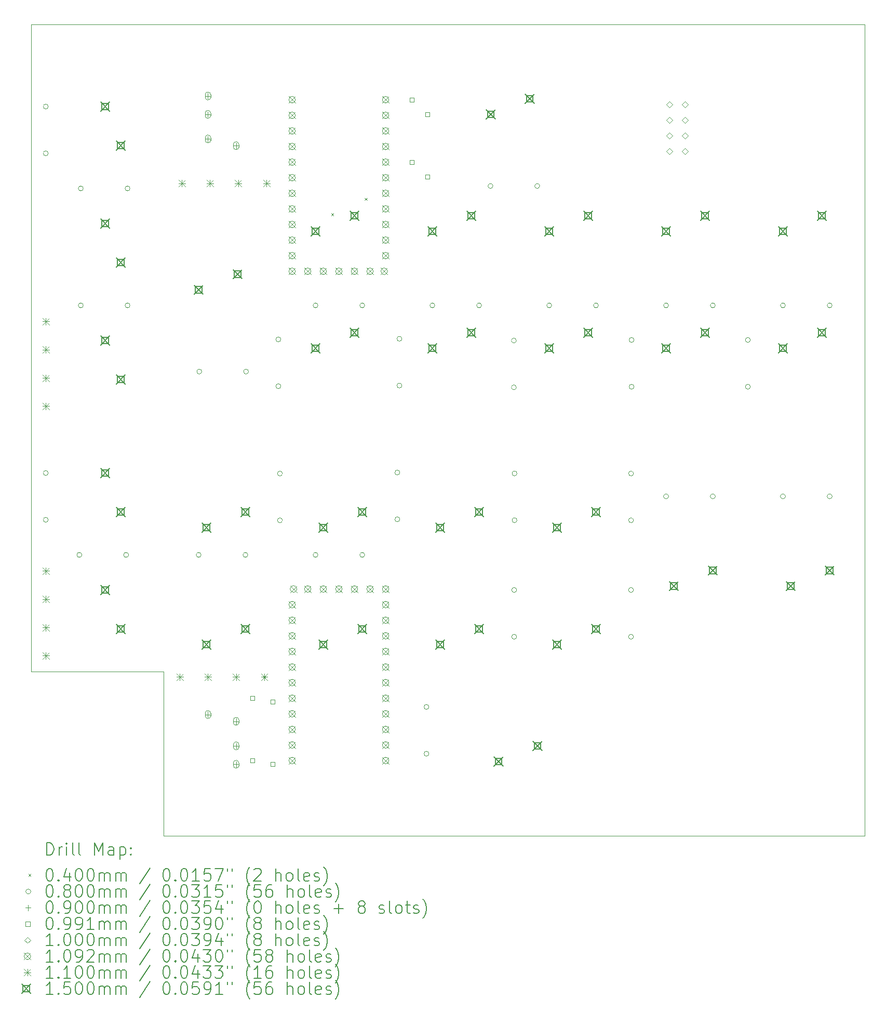
<source format=gbr>
%TF.GenerationSoftware,KiCad,Pcbnew,7.0.10*%
%TF.CreationDate,2024-02-04T12:00:15-08:00*%
%TF.ProjectId,oddball_steno,6f646462-616c-46c5-9f73-74656e6f2e6b,rev?*%
%TF.SameCoordinates,Original*%
%TF.FileFunction,Drillmap*%
%TF.FilePolarity,Positive*%
%FSLAX45Y45*%
G04 Gerber Fmt 4.5, Leading zero omitted, Abs format (unit mm)*
G04 Created by KiCad (PCBNEW 7.0.10) date 2024-02-04 12:00:15*
%MOMM*%
%LPD*%
G01*
G04 APERTURE LIST*
%ADD10C,0.100000*%
%ADD11C,0.200000*%
%ADD12C,0.109220*%
%ADD13C,0.110000*%
%ADD14C,0.150000*%
G04 APERTURE END LIST*
D10*
X20967550Y-15153062D02*
X9537550Y-15153062D01*
X9537550Y-12484562D01*
X7378550Y-12484562D01*
X7377050Y-1942062D01*
X20967550Y-1942062D01*
X20967550Y-15153062D01*
D11*
D10*
X12270050Y-5013063D02*
X12310050Y-5053063D01*
X12310050Y-5013063D02*
X12270050Y-5053063D01*
X12812645Y-4765467D02*
X12852645Y-4805467D01*
X12852645Y-4765467D02*
X12812645Y-4805467D01*
X7656675Y-3277062D02*
G75*
G03*
X7576675Y-3277062I-40000J0D01*
G01*
X7576675Y-3277062D02*
G75*
G03*
X7656675Y-3277062I40000J0D01*
G01*
X7656675Y-4039062D02*
G75*
G03*
X7576675Y-4039062I-40000J0D01*
G01*
X7576675Y-4039062D02*
G75*
G03*
X7656675Y-4039062I40000J0D01*
G01*
X7656675Y-9246063D02*
G75*
G03*
X7576675Y-9246063I-40000J0D01*
G01*
X7576675Y-9246063D02*
G75*
G03*
X7656675Y-9246063I40000J0D01*
G01*
X7656675Y-10008063D02*
G75*
G03*
X7576675Y-10008063I-40000J0D01*
G01*
X7576675Y-10008063D02*
G75*
G03*
X7656675Y-10008063I40000J0D01*
G01*
X8204050Y-10579563D02*
G75*
G03*
X8124050Y-10579563I-40000J0D01*
G01*
X8124050Y-10579563D02*
G75*
G03*
X8204050Y-10579563I40000J0D01*
G01*
X8228175Y-4610563D02*
G75*
G03*
X8148175Y-4610563I-40000J0D01*
G01*
X8148175Y-4610563D02*
G75*
G03*
X8228175Y-4610563I40000J0D01*
G01*
X8228175Y-6515562D02*
G75*
G03*
X8148175Y-6515562I-40000J0D01*
G01*
X8148175Y-6515562D02*
G75*
G03*
X8228175Y-6515562I40000J0D01*
G01*
X8966050Y-10579563D02*
G75*
G03*
X8886050Y-10579563I-40000J0D01*
G01*
X8886050Y-10579563D02*
G75*
G03*
X8966050Y-10579563I40000J0D01*
G01*
X8990175Y-4610563D02*
G75*
G03*
X8910175Y-4610563I-40000J0D01*
G01*
X8910175Y-4610563D02*
G75*
G03*
X8990175Y-4610563I40000J0D01*
G01*
X8990175Y-6515562D02*
G75*
G03*
X8910175Y-6515562I-40000J0D01*
G01*
X8910175Y-6515562D02*
G75*
G03*
X8990175Y-6515562I40000J0D01*
G01*
X10149050Y-10579563D02*
G75*
G03*
X10069050Y-10579563I-40000J0D01*
G01*
X10069050Y-10579563D02*
G75*
G03*
X10149050Y-10579563I40000J0D01*
G01*
X10158800Y-7593062D02*
G75*
G03*
X10078800Y-7593062I-40000J0D01*
G01*
X10078800Y-7593062D02*
G75*
G03*
X10158800Y-7593062I40000J0D01*
G01*
X10911050Y-10579563D02*
G75*
G03*
X10831050Y-10579563I-40000J0D01*
G01*
X10831050Y-10579563D02*
G75*
G03*
X10911050Y-10579563I40000J0D01*
G01*
X10920800Y-7593062D02*
G75*
G03*
X10840800Y-7593062I-40000J0D01*
G01*
X10840800Y-7593062D02*
G75*
G03*
X10920800Y-7593062I40000J0D01*
G01*
X11447550Y-7069562D02*
G75*
G03*
X11367550Y-7069562I-40000J0D01*
G01*
X11367550Y-7069562D02*
G75*
G03*
X11447550Y-7069562I40000J0D01*
G01*
X11447550Y-7831562D02*
G75*
G03*
X11367550Y-7831562I-40000J0D01*
G01*
X11367550Y-7831562D02*
G75*
G03*
X11447550Y-7831562I40000J0D01*
G01*
X11473675Y-9253563D02*
G75*
G03*
X11393675Y-9253563I-40000J0D01*
G01*
X11393675Y-9253563D02*
G75*
G03*
X11473675Y-9253563I40000J0D01*
G01*
X11473675Y-10015563D02*
G75*
G03*
X11393675Y-10015563I-40000J0D01*
G01*
X11393675Y-10015563D02*
G75*
G03*
X11473675Y-10015563I40000J0D01*
G01*
X12054050Y-6515562D02*
G75*
G03*
X11974050Y-6515562I-40000J0D01*
G01*
X11974050Y-6515562D02*
G75*
G03*
X12054050Y-6515562I40000J0D01*
G01*
X12054050Y-10579563D02*
G75*
G03*
X11974050Y-10579563I-40000J0D01*
G01*
X11974050Y-10579563D02*
G75*
G03*
X12054050Y-10579563I40000J0D01*
G01*
X12816050Y-6515562D02*
G75*
G03*
X12736050Y-6515562I-40000J0D01*
G01*
X12736050Y-6515562D02*
G75*
G03*
X12816050Y-6515562I40000J0D01*
G01*
X12816050Y-10579563D02*
G75*
G03*
X12736050Y-10579563I-40000J0D01*
G01*
X12736050Y-10579563D02*
G75*
G03*
X12816050Y-10579563I40000J0D01*
G01*
X13388675Y-9238563D02*
G75*
G03*
X13308675Y-9238563I-40000J0D01*
G01*
X13308675Y-9238563D02*
G75*
G03*
X13388675Y-9238563I40000J0D01*
G01*
X13388675Y-10000563D02*
G75*
G03*
X13308675Y-10000563I-40000J0D01*
G01*
X13308675Y-10000563D02*
G75*
G03*
X13388675Y-10000563I40000J0D01*
G01*
X13422550Y-7059562D02*
G75*
G03*
X13342550Y-7059562I-40000J0D01*
G01*
X13342550Y-7059562D02*
G75*
G03*
X13422550Y-7059562I40000J0D01*
G01*
X13422550Y-7821562D02*
G75*
G03*
X13342550Y-7821562I-40000J0D01*
G01*
X13342550Y-7821562D02*
G75*
G03*
X13422550Y-7821562I40000J0D01*
G01*
X13863800Y-13056062D02*
G75*
G03*
X13783800Y-13056062I-40000J0D01*
G01*
X13783800Y-13056062D02*
G75*
G03*
X13863800Y-13056062I40000J0D01*
G01*
X13863800Y-13818062D02*
G75*
G03*
X13783800Y-13818062I-40000J0D01*
G01*
X13783800Y-13818062D02*
G75*
G03*
X13863800Y-13818062I40000J0D01*
G01*
X13959050Y-6515562D02*
G75*
G03*
X13879050Y-6515562I-40000J0D01*
G01*
X13879050Y-6515562D02*
G75*
G03*
X13959050Y-6515562I40000J0D01*
G01*
X14721050Y-6515562D02*
G75*
G03*
X14641050Y-6515562I-40000J0D01*
G01*
X14641050Y-6515562D02*
G75*
G03*
X14721050Y-6515562I40000J0D01*
G01*
X14906550Y-4570563D02*
G75*
G03*
X14826550Y-4570563I-40000J0D01*
G01*
X14826550Y-4570563D02*
G75*
G03*
X14906550Y-4570563I40000J0D01*
G01*
X15287550Y-7089562D02*
G75*
G03*
X15207550Y-7089562I-40000J0D01*
G01*
X15207550Y-7089562D02*
G75*
G03*
X15287550Y-7089562I40000J0D01*
G01*
X15287550Y-7851562D02*
G75*
G03*
X15207550Y-7851562I-40000J0D01*
G01*
X15207550Y-7851562D02*
G75*
G03*
X15287550Y-7851562I40000J0D01*
G01*
X15292550Y-11151063D02*
G75*
G03*
X15212550Y-11151063I-40000J0D01*
G01*
X15212550Y-11151063D02*
G75*
G03*
X15292550Y-11151063I40000J0D01*
G01*
X15292550Y-11913062D02*
G75*
G03*
X15212550Y-11913062I-40000J0D01*
G01*
X15212550Y-11913062D02*
G75*
G03*
X15292550Y-11913062I40000J0D01*
G01*
X15298675Y-9253563D02*
G75*
G03*
X15218675Y-9253563I-40000J0D01*
G01*
X15218675Y-9253563D02*
G75*
G03*
X15298675Y-9253563I40000J0D01*
G01*
X15298675Y-10015563D02*
G75*
G03*
X15218675Y-10015563I-40000J0D01*
G01*
X15218675Y-10015563D02*
G75*
G03*
X15298675Y-10015563I40000J0D01*
G01*
X15668550Y-4570563D02*
G75*
G03*
X15588550Y-4570563I-40000J0D01*
G01*
X15588550Y-4570563D02*
G75*
G03*
X15668550Y-4570563I40000J0D01*
G01*
X15864050Y-6515562D02*
G75*
G03*
X15784050Y-6515562I-40000J0D01*
G01*
X15784050Y-6515562D02*
G75*
G03*
X15864050Y-6515562I40000J0D01*
G01*
X16626050Y-6515562D02*
G75*
G03*
X16546050Y-6515562I-40000J0D01*
G01*
X16546050Y-6515562D02*
G75*
G03*
X16626050Y-6515562I40000J0D01*
G01*
X17197550Y-11151063D02*
G75*
G03*
X17117550Y-11151063I-40000J0D01*
G01*
X17117550Y-11151063D02*
G75*
G03*
X17197550Y-11151063I40000J0D01*
G01*
X17197550Y-11913062D02*
G75*
G03*
X17117550Y-11913062I-40000J0D01*
G01*
X17117550Y-11913062D02*
G75*
G03*
X17197550Y-11913062I40000J0D01*
G01*
X17198675Y-9253563D02*
G75*
G03*
X17118675Y-9253563I-40000J0D01*
G01*
X17118675Y-9253563D02*
G75*
G03*
X17198675Y-9253563I40000J0D01*
G01*
X17198675Y-10015563D02*
G75*
G03*
X17118675Y-10015563I-40000J0D01*
G01*
X17118675Y-10015563D02*
G75*
G03*
X17198675Y-10015563I40000J0D01*
G01*
X17207550Y-7079562D02*
G75*
G03*
X17127550Y-7079562I-40000J0D01*
G01*
X17127550Y-7079562D02*
G75*
G03*
X17207550Y-7079562I40000J0D01*
G01*
X17207550Y-7841562D02*
G75*
G03*
X17127550Y-7841562I-40000J0D01*
G01*
X17127550Y-7841562D02*
G75*
G03*
X17207550Y-7841562I40000J0D01*
G01*
X17769050Y-6515562D02*
G75*
G03*
X17689050Y-6515562I-40000J0D01*
G01*
X17689050Y-6515562D02*
G75*
G03*
X17769050Y-6515562I40000J0D01*
G01*
X17769050Y-9627063D02*
G75*
G03*
X17689050Y-9627063I-40000J0D01*
G01*
X17689050Y-9627063D02*
G75*
G03*
X17769050Y-9627063I40000J0D01*
G01*
X18531050Y-6515562D02*
G75*
G03*
X18451050Y-6515562I-40000J0D01*
G01*
X18451050Y-6515562D02*
G75*
G03*
X18531050Y-6515562I40000J0D01*
G01*
X18531050Y-9627063D02*
G75*
G03*
X18451050Y-9627063I-40000J0D01*
G01*
X18451050Y-9627063D02*
G75*
G03*
X18531050Y-9627063I40000J0D01*
G01*
X19102550Y-7079562D02*
G75*
G03*
X19022550Y-7079562I-40000J0D01*
G01*
X19022550Y-7079562D02*
G75*
G03*
X19102550Y-7079562I40000J0D01*
G01*
X19102550Y-7841562D02*
G75*
G03*
X19022550Y-7841562I-40000J0D01*
G01*
X19022550Y-7841562D02*
G75*
G03*
X19102550Y-7841562I40000J0D01*
G01*
X19674050Y-6515562D02*
G75*
G03*
X19594050Y-6515562I-40000J0D01*
G01*
X19594050Y-6515562D02*
G75*
G03*
X19674050Y-6515562I40000J0D01*
G01*
X19674050Y-9627063D02*
G75*
G03*
X19594050Y-9627063I-40000J0D01*
G01*
X19594050Y-9627063D02*
G75*
G03*
X19674050Y-9627063I40000J0D01*
G01*
X20436050Y-6515562D02*
G75*
G03*
X20356050Y-6515562I-40000J0D01*
G01*
X20356050Y-6515562D02*
G75*
G03*
X20436050Y-6515562I40000J0D01*
G01*
X20436050Y-9627063D02*
G75*
G03*
X20356050Y-9627063I-40000J0D01*
G01*
X20356050Y-9627063D02*
G75*
G03*
X20436050Y-9627063I40000J0D01*
G01*
X10260050Y-3059937D02*
X10260050Y-3149937D01*
X10215050Y-3104937D02*
X10305050Y-3104937D01*
X10305050Y-3124937D02*
X10305050Y-3084937D01*
X10305050Y-3084937D02*
G75*
G03*
X10215050Y-3084937I-45000J0D01*
G01*
X10215050Y-3084937D02*
X10215050Y-3124937D01*
X10215050Y-3124937D02*
G75*
G03*
X10305050Y-3124937I45000J0D01*
G01*
X10260050Y-3359937D02*
X10260050Y-3449937D01*
X10215050Y-3404937D02*
X10305050Y-3404937D01*
X10305050Y-3424937D02*
X10305050Y-3384937D01*
X10305050Y-3384937D02*
G75*
G03*
X10215050Y-3384937I-45000J0D01*
G01*
X10215050Y-3384937D02*
X10215050Y-3424937D01*
X10215050Y-3424937D02*
G75*
G03*
X10305050Y-3424937I45000J0D01*
G01*
X10260050Y-3759937D02*
X10260050Y-3849937D01*
X10215050Y-3804937D02*
X10305050Y-3804937D01*
X10305050Y-3824937D02*
X10305050Y-3784937D01*
X10305050Y-3784937D02*
G75*
G03*
X10215050Y-3784937I-45000J0D01*
G01*
X10215050Y-3784937D02*
X10215050Y-3824937D01*
X10215050Y-3824937D02*
G75*
G03*
X10305050Y-3824937I45000J0D01*
G01*
X10260050Y-13135187D02*
X10260050Y-13225187D01*
X10215050Y-13180187D02*
X10305050Y-13180187D01*
X10215050Y-13160187D02*
X10215050Y-13200187D01*
X10215050Y-13200187D02*
G75*
G03*
X10305050Y-13200187I45000J0D01*
G01*
X10305050Y-13200187D02*
X10305050Y-13160187D01*
X10305050Y-13160187D02*
G75*
G03*
X10215050Y-13160187I-45000J0D01*
G01*
X10720050Y-3869937D02*
X10720050Y-3959937D01*
X10675050Y-3914937D02*
X10765050Y-3914937D01*
X10765050Y-3934937D02*
X10765050Y-3894937D01*
X10765050Y-3894937D02*
G75*
G03*
X10675050Y-3894937I-45000J0D01*
G01*
X10675050Y-3894937D02*
X10675050Y-3934937D01*
X10675050Y-3934937D02*
G75*
G03*
X10765050Y-3934937I45000J0D01*
G01*
X10720050Y-13245187D02*
X10720050Y-13335187D01*
X10675050Y-13290187D02*
X10765050Y-13290187D01*
X10675050Y-13270187D02*
X10675050Y-13310187D01*
X10675050Y-13310187D02*
G75*
G03*
X10765050Y-13310187I45000J0D01*
G01*
X10765050Y-13310187D02*
X10765050Y-13270187D01*
X10765050Y-13270187D02*
G75*
G03*
X10675050Y-13270187I-45000J0D01*
G01*
X10720050Y-13645187D02*
X10720050Y-13735187D01*
X10675050Y-13690187D02*
X10765050Y-13690187D01*
X10675050Y-13670187D02*
X10675050Y-13710187D01*
X10675050Y-13710187D02*
G75*
G03*
X10765050Y-13710187I45000J0D01*
G01*
X10765050Y-13710187D02*
X10765050Y-13670187D01*
X10765050Y-13670187D02*
G75*
G03*
X10675050Y-13670187I-45000J0D01*
G01*
X10720050Y-13945187D02*
X10720050Y-14035187D01*
X10675050Y-13990187D02*
X10765050Y-13990187D01*
X10675050Y-13970187D02*
X10675050Y-14010187D01*
X10675050Y-14010187D02*
G75*
G03*
X10765050Y-14010187I45000J0D01*
G01*
X10765050Y-14010187D02*
X10765050Y-13970187D01*
X10765050Y-13970187D02*
G75*
G03*
X10675050Y-13970187I-45000J0D01*
G01*
X11018698Y-12949711D02*
X11018698Y-12879664D01*
X10948652Y-12879664D01*
X10948652Y-12949711D01*
X11018698Y-12949711D01*
X11018698Y-13965711D02*
X11018698Y-13895664D01*
X10948652Y-13895664D01*
X10948652Y-13965711D01*
X11018698Y-13965711D01*
X11347573Y-13006586D02*
X11347573Y-12936539D01*
X11277527Y-12936539D01*
X11277527Y-13006586D01*
X11347573Y-13006586D01*
X11347573Y-14022586D02*
X11347573Y-13952539D01*
X11277527Y-13952539D01*
X11277527Y-14022586D01*
X11347573Y-14022586D01*
X13620698Y-3199461D02*
X13620698Y-3129414D01*
X13550652Y-3129414D01*
X13550652Y-3199461D01*
X13620698Y-3199461D01*
X13620698Y-4215461D02*
X13620698Y-4145414D01*
X13550652Y-4145414D01*
X13550652Y-4215461D01*
X13620698Y-4215461D01*
X13873198Y-3437586D02*
X13873198Y-3367539D01*
X13803152Y-3367539D01*
X13803152Y-3437586D01*
X13873198Y-3437586D01*
X13873198Y-4453586D02*
X13873198Y-4383539D01*
X13803152Y-4383539D01*
X13803152Y-4453586D01*
X13873198Y-4453586D01*
X17783550Y-3290562D02*
X17833550Y-3240562D01*
X17783550Y-3190562D01*
X17733550Y-3240562D01*
X17783550Y-3290562D01*
X17783550Y-3544562D02*
X17833550Y-3494562D01*
X17783550Y-3444562D01*
X17733550Y-3494562D01*
X17783550Y-3544562D01*
X17783550Y-3798562D02*
X17833550Y-3748562D01*
X17783550Y-3698562D01*
X17733550Y-3748562D01*
X17783550Y-3798562D01*
X17783550Y-4052562D02*
X17833550Y-4002562D01*
X17783550Y-3952562D01*
X17733550Y-4002562D01*
X17783550Y-4052562D01*
X18037550Y-3290562D02*
X18087550Y-3240562D01*
X18037550Y-3190562D01*
X17987550Y-3240562D01*
X18037550Y-3290562D01*
X18037550Y-3544562D02*
X18087550Y-3494562D01*
X18037550Y-3444562D01*
X17987550Y-3494562D01*
X18037550Y-3544562D01*
X18037550Y-3798562D02*
X18087550Y-3748562D01*
X18037550Y-3698562D01*
X17987550Y-3748562D01*
X18037550Y-3798562D01*
X18037550Y-4052562D02*
X18087550Y-4002562D01*
X18037550Y-3952562D01*
X17987550Y-4002562D01*
X18037550Y-4052562D01*
D12*
X11578440Y-3111327D02*
X11687660Y-3220547D01*
X11687660Y-3111327D02*
X11578440Y-3220547D01*
X11687660Y-3165937D02*
G75*
G03*
X11578440Y-3165937I-54610J0D01*
G01*
X11578440Y-3165937D02*
G75*
G03*
X11687660Y-3165937I54610J0D01*
G01*
X11578440Y-3365327D02*
X11687660Y-3474547D01*
X11687660Y-3365327D02*
X11578440Y-3474547D01*
X11687660Y-3419937D02*
G75*
G03*
X11578440Y-3419937I-54610J0D01*
G01*
X11578440Y-3419937D02*
G75*
G03*
X11687660Y-3419937I54610J0D01*
G01*
X11578440Y-3619327D02*
X11687660Y-3728547D01*
X11687660Y-3619327D02*
X11578440Y-3728547D01*
X11687660Y-3673937D02*
G75*
G03*
X11578440Y-3673937I-54610J0D01*
G01*
X11578440Y-3673937D02*
G75*
G03*
X11687660Y-3673937I54610J0D01*
G01*
X11578440Y-3873327D02*
X11687660Y-3982547D01*
X11687660Y-3873327D02*
X11578440Y-3982547D01*
X11687660Y-3927937D02*
G75*
G03*
X11578440Y-3927937I-54610J0D01*
G01*
X11578440Y-3927937D02*
G75*
G03*
X11687660Y-3927937I54610J0D01*
G01*
X11578440Y-4127327D02*
X11687660Y-4236548D01*
X11687660Y-4127327D02*
X11578440Y-4236548D01*
X11687660Y-4181937D02*
G75*
G03*
X11578440Y-4181937I-54610J0D01*
G01*
X11578440Y-4181937D02*
G75*
G03*
X11687660Y-4181937I54610J0D01*
G01*
X11578440Y-4381328D02*
X11687660Y-4490548D01*
X11687660Y-4381328D02*
X11578440Y-4490548D01*
X11687660Y-4435938D02*
G75*
G03*
X11578440Y-4435938I-54610J0D01*
G01*
X11578440Y-4435938D02*
G75*
G03*
X11687660Y-4435938I54610J0D01*
G01*
X11578440Y-4635328D02*
X11687660Y-4744548D01*
X11687660Y-4635328D02*
X11578440Y-4744548D01*
X11687660Y-4689938D02*
G75*
G03*
X11578440Y-4689938I-54610J0D01*
G01*
X11578440Y-4689938D02*
G75*
G03*
X11687660Y-4689938I54610J0D01*
G01*
X11578440Y-4889328D02*
X11687660Y-4998548D01*
X11687660Y-4889328D02*
X11578440Y-4998548D01*
X11687660Y-4943938D02*
G75*
G03*
X11578440Y-4943938I-54610J0D01*
G01*
X11578440Y-4943938D02*
G75*
G03*
X11687660Y-4943938I54610J0D01*
G01*
X11578440Y-5143328D02*
X11687660Y-5252548D01*
X11687660Y-5143328D02*
X11578440Y-5252548D01*
X11687660Y-5197938D02*
G75*
G03*
X11578440Y-5197938I-54610J0D01*
G01*
X11578440Y-5197938D02*
G75*
G03*
X11687660Y-5197938I54610J0D01*
G01*
X11578440Y-5397328D02*
X11687660Y-5506548D01*
X11687660Y-5397328D02*
X11578440Y-5506548D01*
X11687660Y-5451938D02*
G75*
G03*
X11578440Y-5451938I-54610J0D01*
G01*
X11578440Y-5451938D02*
G75*
G03*
X11687660Y-5451938I54610J0D01*
G01*
X11578440Y-5651327D02*
X11687660Y-5760547D01*
X11687660Y-5651327D02*
X11578440Y-5760547D01*
X11687660Y-5705937D02*
G75*
G03*
X11578440Y-5705937I-54610J0D01*
G01*
X11578440Y-5705937D02*
G75*
G03*
X11687660Y-5705937I54610J0D01*
G01*
X11578440Y-5905327D02*
X11687660Y-6014547D01*
X11687660Y-5905327D02*
X11578440Y-6014547D01*
X11687660Y-5959937D02*
G75*
G03*
X11578440Y-5959937I-54610J0D01*
G01*
X11578440Y-5959937D02*
G75*
G03*
X11687660Y-5959937I54610J0D01*
G01*
X11578440Y-11334577D02*
X11687660Y-11443797D01*
X11687660Y-11334577D02*
X11578440Y-11443797D01*
X11687660Y-11389187D02*
G75*
G03*
X11578440Y-11389187I-54610J0D01*
G01*
X11578440Y-11389187D02*
G75*
G03*
X11687660Y-11389187I54610J0D01*
G01*
X11578440Y-11588577D02*
X11687660Y-11697797D01*
X11687660Y-11588577D02*
X11578440Y-11697797D01*
X11687660Y-11643187D02*
G75*
G03*
X11578440Y-11643187I-54610J0D01*
G01*
X11578440Y-11643187D02*
G75*
G03*
X11687660Y-11643187I54610J0D01*
G01*
X11578440Y-11842577D02*
X11687660Y-11951797D01*
X11687660Y-11842577D02*
X11578440Y-11951797D01*
X11687660Y-11897187D02*
G75*
G03*
X11578440Y-11897187I-54610J0D01*
G01*
X11578440Y-11897187D02*
G75*
G03*
X11687660Y-11897187I54610J0D01*
G01*
X11578440Y-12096577D02*
X11687660Y-12205797D01*
X11687660Y-12096577D02*
X11578440Y-12205797D01*
X11687660Y-12151187D02*
G75*
G03*
X11578440Y-12151187I-54610J0D01*
G01*
X11578440Y-12151187D02*
G75*
G03*
X11687660Y-12151187I54610J0D01*
G01*
X11578440Y-12350577D02*
X11687660Y-12459797D01*
X11687660Y-12350577D02*
X11578440Y-12459797D01*
X11687660Y-12405187D02*
G75*
G03*
X11578440Y-12405187I-54610J0D01*
G01*
X11578440Y-12405187D02*
G75*
G03*
X11687660Y-12405187I54610J0D01*
G01*
X11578440Y-12604577D02*
X11687660Y-12713797D01*
X11687660Y-12604577D02*
X11578440Y-12713797D01*
X11687660Y-12659187D02*
G75*
G03*
X11578440Y-12659187I-54610J0D01*
G01*
X11578440Y-12659187D02*
G75*
G03*
X11687660Y-12659187I54610J0D01*
G01*
X11578440Y-12858577D02*
X11687660Y-12967797D01*
X11687660Y-12858577D02*
X11578440Y-12967797D01*
X11687660Y-12913187D02*
G75*
G03*
X11578440Y-12913187I-54610J0D01*
G01*
X11578440Y-12913187D02*
G75*
G03*
X11687660Y-12913187I54610J0D01*
G01*
X11578440Y-13112577D02*
X11687660Y-13221797D01*
X11687660Y-13112577D02*
X11578440Y-13221797D01*
X11687660Y-13167187D02*
G75*
G03*
X11578440Y-13167187I-54610J0D01*
G01*
X11578440Y-13167187D02*
G75*
G03*
X11687660Y-13167187I54610J0D01*
G01*
X11578440Y-13366577D02*
X11687660Y-13475797D01*
X11687660Y-13366577D02*
X11578440Y-13475797D01*
X11687660Y-13421187D02*
G75*
G03*
X11578440Y-13421187I-54610J0D01*
G01*
X11578440Y-13421187D02*
G75*
G03*
X11687660Y-13421187I54610J0D01*
G01*
X11578440Y-13620577D02*
X11687660Y-13729797D01*
X11687660Y-13620577D02*
X11578440Y-13729797D01*
X11687660Y-13675187D02*
G75*
G03*
X11578440Y-13675187I-54610J0D01*
G01*
X11578440Y-13675187D02*
G75*
G03*
X11687660Y-13675187I54610J0D01*
G01*
X11578440Y-13874577D02*
X11687660Y-13983797D01*
X11687660Y-13874577D02*
X11578440Y-13983797D01*
X11687660Y-13929187D02*
G75*
G03*
X11578440Y-13929187I-54610J0D01*
G01*
X11578440Y-13929187D02*
G75*
G03*
X11687660Y-13929187I54610J0D01*
G01*
X11601300Y-11080578D02*
X11710520Y-11189797D01*
X11710520Y-11080578D02*
X11601300Y-11189797D01*
X11710520Y-11135188D02*
G75*
G03*
X11601300Y-11135188I-54610J0D01*
G01*
X11601300Y-11135188D02*
G75*
G03*
X11710520Y-11135188I54610J0D01*
G01*
X11832440Y-5905327D02*
X11941660Y-6014547D01*
X11941660Y-5905327D02*
X11832440Y-6014547D01*
X11941660Y-5959937D02*
G75*
G03*
X11832440Y-5959937I-54610J0D01*
G01*
X11832440Y-5959937D02*
G75*
G03*
X11941660Y-5959937I54610J0D01*
G01*
X11832440Y-11080578D02*
X11941660Y-11189797D01*
X11941660Y-11080578D02*
X11832440Y-11189797D01*
X11941660Y-11135188D02*
G75*
G03*
X11832440Y-11135188I-54610J0D01*
G01*
X11832440Y-11135188D02*
G75*
G03*
X11941660Y-11135188I54610J0D01*
G01*
X12086440Y-5905327D02*
X12195660Y-6014547D01*
X12195660Y-5905327D02*
X12086440Y-6014547D01*
X12195660Y-5959937D02*
G75*
G03*
X12086440Y-5959937I-54610J0D01*
G01*
X12086440Y-5959937D02*
G75*
G03*
X12195660Y-5959937I54610J0D01*
G01*
X12086440Y-11080578D02*
X12195660Y-11189797D01*
X12195660Y-11080578D02*
X12086440Y-11189797D01*
X12195660Y-11135188D02*
G75*
G03*
X12086440Y-11135188I-54610J0D01*
G01*
X12086440Y-11135188D02*
G75*
G03*
X12195660Y-11135188I54610J0D01*
G01*
X12340440Y-5905327D02*
X12449660Y-6014547D01*
X12449660Y-5905327D02*
X12340440Y-6014547D01*
X12449660Y-5959937D02*
G75*
G03*
X12340440Y-5959937I-54610J0D01*
G01*
X12340440Y-5959937D02*
G75*
G03*
X12449660Y-5959937I54610J0D01*
G01*
X12340440Y-11080578D02*
X12449660Y-11189797D01*
X12449660Y-11080578D02*
X12340440Y-11189797D01*
X12449660Y-11135188D02*
G75*
G03*
X12340440Y-11135188I-54610J0D01*
G01*
X12340440Y-11135188D02*
G75*
G03*
X12449660Y-11135188I54610J0D01*
G01*
X12594440Y-5905327D02*
X12703660Y-6014547D01*
X12703660Y-5905327D02*
X12594440Y-6014547D01*
X12703660Y-5959937D02*
G75*
G03*
X12594440Y-5959937I-54610J0D01*
G01*
X12594440Y-5959937D02*
G75*
G03*
X12703660Y-5959937I54610J0D01*
G01*
X12594440Y-11080578D02*
X12703660Y-11189797D01*
X12703660Y-11080578D02*
X12594440Y-11189797D01*
X12703660Y-11135188D02*
G75*
G03*
X12594440Y-11135188I-54610J0D01*
G01*
X12594440Y-11135188D02*
G75*
G03*
X12703660Y-11135188I54610J0D01*
G01*
X12848440Y-5905327D02*
X12957660Y-6014547D01*
X12957660Y-5905327D02*
X12848440Y-6014547D01*
X12957660Y-5959937D02*
G75*
G03*
X12848440Y-5959937I-54610J0D01*
G01*
X12848440Y-5959937D02*
G75*
G03*
X12957660Y-5959937I54610J0D01*
G01*
X12848440Y-11080578D02*
X12957660Y-11189797D01*
X12957660Y-11080578D02*
X12848440Y-11189797D01*
X12957660Y-11135188D02*
G75*
G03*
X12848440Y-11135188I-54610J0D01*
G01*
X12848440Y-11135188D02*
G75*
G03*
X12957660Y-11135188I54610J0D01*
G01*
X13079580Y-5905327D02*
X13188800Y-6014547D01*
X13188800Y-5905327D02*
X13079580Y-6014547D01*
X13188800Y-5959937D02*
G75*
G03*
X13079580Y-5959937I-54610J0D01*
G01*
X13079580Y-5959937D02*
G75*
G03*
X13188800Y-5959937I54610J0D01*
G01*
X13102440Y-3111327D02*
X13211660Y-3220547D01*
X13211660Y-3111327D02*
X13102440Y-3220547D01*
X13211660Y-3165937D02*
G75*
G03*
X13102440Y-3165937I-54610J0D01*
G01*
X13102440Y-3165937D02*
G75*
G03*
X13211660Y-3165937I54610J0D01*
G01*
X13102440Y-3365327D02*
X13211660Y-3474547D01*
X13211660Y-3365327D02*
X13102440Y-3474547D01*
X13211660Y-3419937D02*
G75*
G03*
X13102440Y-3419937I-54610J0D01*
G01*
X13102440Y-3419937D02*
G75*
G03*
X13211660Y-3419937I54610J0D01*
G01*
X13102440Y-3619327D02*
X13211660Y-3728547D01*
X13211660Y-3619327D02*
X13102440Y-3728547D01*
X13211660Y-3673937D02*
G75*
G03*
X13102440Y-3673937I-54610J0D01*
G01*
X13102440Y-3673937D02*
G75*
G03*
X13211660Y-3673937I54610J0D01*
G01*
X13102440Y-3873327D02*
X13211660Y-3982547D01*
X13211660Y-3873327D02*
X13102440Y-3982547D01*
X13211660Y-3927937D02*
G75*
G03*
X13102440Y-3927937I-54610J0D01*
G01*
X13102440Y-3927937D02*
G75*
G03*
X13211660Y-3927937I54610J0D01*
G01*
X13102440Y-4127327D02*
X13211660Y-4236548D01*
X13211660Y-4127327D02*
X13102440Y-4236548D01*
X13211660Y-4181937D02*
G75*
G03*
X13102440Y-4181937I-54610J0D01*
G01*
X13102440Y-4181937D02*
G75*
G03*
X13211660Y-4181937I54610J0D01*
G01*
X13102440Y-4381328D02*
X13211660Y-4490548D01*
X13211660Y-4381328D02*
X13102440Y-4490548D01*
X13211660Y-4435938D02*
G75*
G03*
X13102440Y-4435938I-54610J0D01*
G01*
X13102440Y-4435938D02*
G75*
G03*
X13211660Y-4435938I54610J0D01*
G01*
X13102440Y-4635328D02*
X13211660Y-4744548D01*
X13211660Y-4635328D02*
X13102440Y-4744548D01*
X13211660Y-4689938D02*
G75*
G03*
X13102440Y-4689938I-54610J0D01*
G01*
X13102440Y-4689938D02*
G75*
G03*
X13211660Y-4689938I54610J0D01*
G01*
X13102440Y-4889328D02*
X13211660Y-4998548D01*
X13211660Y-4889328D02*
X13102440Y-4998548D01*
X13211660Y-4943938D02*
G75*
G03*
X13102440Y-4943938I-54610J0D01*
G01*
X13102440Y-4943938D02*
G75*
G03*
X13211660Y-4943938I54610J0D01*
G01*
X13102440Y-5143328D02*
X13211660Y-5252548D01*
X13211660Y-5143328D02*
X13102440Y-5252548D01*
X13211660Y-5197938D02*
G75*
G03*
X13102440Y-5197938I-54610J0D01*
G01*
X13102440Y-5197938D02*
G75*
G03*
X13211660Y-5197938I54610J0D01*
G01*
X13102440Y-5397328D02*
X13211660Y-5506548D01*
X13211660Y-5397328D02*
X13102440Y-5506548D01*
X13211660Y-5451938D02*
G75*
G03*
X13102440Y-5451938I-54610J0D01*
G01*
X13102440Y-5451938D02*
G75*
G03*
X13211660Y-5451938I54610J0D01*
G01*
X13102440Y-5651327D02*
X13211660Y-5760547D01*
X13211660Y-5651327D02*
X13102440Y-5760547D01*
X13211660Y-5705937D02*
G75*
G03*
X13102440Y-5705937I-54610J0D01*
G01*
X13102440Y-5705937D02*
G75*
G03*
X13211660Y-5705937I54610J0D01*
G01*
X13102440Y-11080578D02*
X13211660Y-11189797D01*
X13211660Y-11080578D02*
X13102440Y-11189797D01*
X13211660Y-11135188D02*
G75*
G03*
X13102440Y-11135188I-54610J0D01*
G01*
X13102440Y-11135188D02*
G75*
G03*
X13211660Y-11135188I54610J0D01*
G01*
X13102440Y-11334577D02*
X13211660Y-11443797D01*
X13211660Y-11334577D02*
X13102440Y-11443797D01*
X13211660Y-11389187D02*
G75*
G03*
X13102440Y-11389187I-54610J0D01*
G01*
X13102440Y-11389187D02*
G75*
G03*
X13211660Y-11389187I54610J0D01*
G01*
X13102440Y-11588577D02*
X13211660Y-11697797D01*
X13211660Y-11588577D02*
X13102440Y-11697797D01*
X13211660Y-11643187D02*
G75*
G03*
X13102440Y-11643187I-54610J0D01*
G01*
X13102440Y-11643187D02*
G75*
G03*
X13211660Y-11643187I54610J0D01*
G01*
X13102440Y-11842577D02*
X13211660Y-11951797D01*
X13211660Y-11842577D02*
X13102440Y-11951797D01*
X13211660Y-11897187D02*
G75*
G03*
X13102440Y-11897187I-54610J0D01*
G01*
X13102440Y-11897187D02*
G75*
G03*
X13211660Y-11897187I54610J0D01*
G01*
X13102440Y-12096577D02*
X13211660Y-12205797D01*
X13211660Y-12096577D02*
X13102440Y-12205797D01*
X13211660Y-12151187D02*
G75*
G03*
X13102440Y-12151187I-54610J0D01*
G01*
X13102440Y-12151187D02*
G75*
G03*
X13211660Y-12151187I54610J0D01*
G01*
X13102440Y-12350577D02*
X13211660Y-12459797D01*
X13211660Y-12350577D02*
X13102440Y-12459797D01*
X13211660Y-12405187D02*
G75*
G03*
X13102440Y-12405187I-54610J0D01*
G01*
X13102440Y-12405187D02*
G75*
G03*
X13211660Y-12405187I54610J0D01*
G01*
X13102440Y-12604577D02*
X13211660Y-12713797D01*
X13211660Y-12604577D02*
X13102440Y-12713797D01*
X13211660Y-12659187D02*
G75*
G03*
X13102440Y-12659187I-54610J0D01*
G01*
X13102440Y-12659187D02*
G75*
G03*
X13211660Y-12659187I54610J0D01*
G01*
X13102440Y-12858577D02*
X13211660Y-12967797D01*
X13211660Y-12858577D02*
X13102440Y-12967797D01*
X13211660Y-12913187D02*
G75*
G03*
X13102440Y-12913187I-54610J0D01*
G01*
X13102440Y-12913187D02*
G75*
G03*
X13211660Y-12913187I54610J0D01*
G01*
X13102440Y-13112577D02*
X13211660Y-13221797D01*
X13211660Y-13112577D02*
X13102440Y-13221797D01*
X13211660Y-13167187D02*
G75*
G03*
X13102440Y-13167187I-54610J0D01*
G01*
X13102440Y-13167187D02*
G75*
G03*
X13211660Y-13167187I54610J0D01*
G01*
X13102440Y-13366577D02*
X13211660Y-13475797D01*
X13211660Y-13366577D02*
X13102440Y-13475797D01*
X13211660Y-13421187D02*
G75*
G03*
X13102440Y-13421187I-54610J0D01*
G01*
X13102440Y-13421187D02*
G75*
G03*
X13211660Y-13421187I54610J0D01*
G01*
X13102440Y-13620577D02*
X13211660Y-13729797D01*
X13211660Y-13620577D02*
X13102440Y-13729797D01*
X13211660Y-13675187D02*
G75*
G03*
X13102440Y-13675187I-54610J0D01*
G01*
X13102440Y-13675187D02*
G75*
G03*
X13211660Y-13675187I54610J0D01*
G01*
X13102440Y-13874577D02*
X13211660Y-13983797D01*
X13211660Y-13874577D02*
X13102440Y-13983797D01*
X13211660Y-13929187D02*
G75*
G03*
X13102440Y-13929187I-54610J0D01*
G01*
X13102440Y-13929187D02*
G75*
G03*
X13211660Y-13929187I54610J0D01*
G01*
D13*
X7561675Y-6723062D02*
X7671675Y-6833062D01*
X7671675Y-6723062D02*
X7561675Y-6833062D01*
X7616675Y-6723062D02*
X7616675Y-6833062D01*
X7561675Y-6778062D02*
X7671675Y-6778062D01*
X7561675Y-7183062D02*
X7671675Y-7293062D01*
X7671675Y-7183062D02*
X7561675Y-7293062D01*
X7616675Y-7183062D02*
X7616675Y-7293062D01*
X7561675Y-7238062D02*
X7671675Y-7238062D01*
X7561675Y-7643062D02*
X7671675Y-7753062D01*
X7671675Y-7643062D02*
X7561675Y-7753062D01*
X7616675Y-7643062D02*
X7616675Y-7753062D01*
X7561675Y-7698062D02*
X7671675Y-7698062D01*
X7561675Y-8103062D02*
X7671675Y-8213062D01*
X7671675Y-8103062D02*
X7561675Y-8213062D01*
X7616675Y-8103062D02*
X7616675Y-8213062D01*
X7561675Y-8158062D02*
X7671675Y-8158062D01*
X7561675Y-10787063D02*
X7671675Y-10897063D01*
X7671675Y-10787063D02*
X7561675Y-10897063D01*
X7616675Y-10787063D02*
X7616675Y-10897063D01*
X7561675Y-10842063D02*
X7671675Y-10842063D01*
X7561675Y-11247062D02*
X7671675Y-11357062D01*
X7671675Y-11247062D02*
X7561675Y-11357062D01*
X7616675Y-11247062D02*
X7616675Y-11357062D01*
X7561675Y-11302062D02*
X7671675Y-11302062D01*
X7561675Y-11707062D02*
X7671675Y-11817062D01*
X7671675Y-11707062D02*
X7561675Y-11817062D01*
X7616675Y-11707062D02*
X7616675Y-11817062D01*
X7561675Y-11762062D02*
X7671675Y-11762062D01*
X7561675Y-12167062D02*
X7671675Y-12277062D01*
X7671675Y-12167062D02*
X7561675Y-12277062D01*
X7616675Y-12167062D02*
X7616675Y-12277062D01*
X7561675Y-12222062D02*
X7671675Y-12222062D01*
X9745050Y-12512687D02*
X9855050Y-12622687D01*
X9855050Y-12512687D02*
X9745050Y-12622687D01*
X9800050Y-12512687D02*
X9800050Y-12622687D01*
X9745050Y-12567687D02*
X9855050Y-12567687D01*
X9780050Y-4472438D02*
X9890050Y-4582438D01*
X9890050Y-4472438D02*
X9780050Y-4582438D01*
X9835050Y-4472438D02*
X9835050Y-4582438D01*
X9780050Y-4527438D02*
X9890050Y-4527438D01*
X10205050Y-12512687D02*
X10315050Y-12622687D01*
X10315050Y-12512687D02*
X10205050Y-12622687D01*
X10260050Y-12512687D02*
X10260050Y-12622687D01*
X10205050Y-12567687D02*
X10315050Y-12567687D01*
X10240050Y-4472438D02*
X10350050Y-4582438D01*
X10350050Y-4472438D02*
X10240050Y-4582438D01*
X10295050Y-4472438D02*
X10295050Y-4582438D01*
X10240050Y-4527438D02*
X10350050Y-4527438D01*
X10665050Y-12512687D02*
X10775050Y-12622687D01*
X10775050Y-12512687D02*
X10665050Y-12622687D01*
X10720050Y-12512687D02*
X10720050Y-12622687D01*
X10665050Y-12567687D02*
X10775050Y-12567687D01*
X10700050Y-4472438D02*
X10810050Y-4582438D01*
X10810050Y-4472438D02*
X10700050Y-4582438D01*
X10755050Y-4472438D02*
X10755050Y-4582438D01*
X10700050Y-4527438D02*
X10810050Y-4527438D01*
X11125050Y-12512687D02*
X11235050Y-12622687D01*
X11235050Y-12512687D02*
X11125050Y-12622687D01*
X11180050Y-12512687D02*
X11180050Y-12622687D01*
X11125050Y-12567687D02*
X11235050Y-12567687D01*
X11160050Y-4472438D02*
X11270050Y-4582438D01*
X11270050Y-4472438D02*
X11160050Y-4582438D01*
X11215050Y-4472438D02*
X11215050Y-4582438D01*
X11160050Y-4527438D02*
X11270050Y-4527438D01*
D14*
X8510050Y-3202062D02*
X8660050Y-3352062D01*
X8660050Y-3202062D02*
X8510050Y-3352062D01*
X8638084Y-3330096D02*
X8638084Y-3224029D01*
X8532017Y-3224029D01*
X8532017Y-3330096D01*
X8638084Y-3330096D01*
X8510050Y-5107063D02*
X8660050Y-5257063D01*
X8660050Y-5107063D02*
X8510050Y-5257063D01*
X8638084Y-5235096D02*
X8638084Y-5129029D01*
X8532017Y-5129029D01*
X8532017Y-5235096D01*
X8638084Y-5235096D01*
X8510050Y-7012062D02*
X8660050Y-7162062D01*
X8660050Y-7012062D02*
X8510050Y-7162062D01*
X8638084Y-7140096D02*
X8638084Y-7034029D01*
X8532017Y-7034029D01*
X8532017Y-7140096D01*
X8638084Y-7140096D01*
X8510050Y-9171063D02*
X8660050Y-9321063D01*
X8660050Y-9171063D02*
X8510050Y-9321063D01*
X8638084Y-9299096D02*
X8638084Y-9193029D01*
X8532017Y-9193029D01*
X8532017Y-9299096D01*
X8638084Y-9299096D01*
X8510050Y-11076063D02*
X8660050Y-11226062D01*
X8660050Y-11076063D02*
X8510050Y-11226062D01*
X8638084Y-11204096D02*
X8638084Y-11098029D01*
X8532017Y-11098029D01*
X8532017Y-11204096D01*
X8638084Y-11204096D01*
X8764050Y-3837062D02*
X8914050Y-3987062D01*
X8914050Y-3837062D02*
X8764050Y-3987062D01*
X8892084Y-3965096D02*
X8892084Y-3859029D01*
X8786017Y-3859029D01*
X8786017Y-3965096D01*
X8892084Y-3965096D01*
X8764050Y-5742062D02*
X8914050Y-5892062D01*
X8914050Y-5742062D02*
X8764050Y-5892062D01*
X8892084Y-5870096D02*
X8892084Y-5764029D01*
X8786017Y-5764029D01*
X8786017Y-5870096D01*
X8892084Y-5870096D01*
X8764050Y-7647062D02*
X8914050Y-7797062D01*
X8914050Y-7647062D02*
X8764050Y-7797062D01*
X8892084Y-7775096D02*
X8892084Y-7669029D01*
X8786017Y-7669029D01*
X8786017Y-7775096D01*
X8892084Y-7775096D01*
X8764050Y-9806063D02*
X8914050Y-9956063D01*
X8914050Y-9806063D02*
X8764050Y-9956063D01*
X8892084Y-9934096D02*
X8892084Y-9828029D01*
X8786017Y-9828029D01*
X8786017Y-9934096D01*
X8892084Y-9934096D01*
X8764050Y-11711062D02*
X8914050Y-11861062D01*
X8914050Y-11711062D02*
X8764050Y-11861062D01*
X8892084Y-11839096D02*
X8892084Y-11733029D01*
X8786017Y-11733029D01*
X8786017Y-11839096D01*
X8892084Y-11839096D01*
X10034050Y-6186562D02*
X10184050Y-6336562D01*
X10184050Y-6186562D02*
X10034050Y-6336562D01*
X10162084Y-6314596D02*
X10162084Y-6208529D01*
X10056017Y-6208529D01*
X10056017Y-6314596D01*
X10162084Y-6314596D01*
X10161050Y-10060063D02*
X10311050Y-10210063D01*
X10311050Y-10060063D02*
X10161050Y-10210063D01*
X10289084Y-10188096D02*
X10289084Y-10082029D01*
X10183017Y-10082029D01*
X10183017Y-10188096D01*
X10289084Y-10188096D01*
X10161050Y-11965062D02*
X10311050Y-12115062D01*
X10311050Y-11965062D02*
X10161050Y-12115062D01*
X10289084Y-12093096D02*
X10289084Y-11987029D01*
X10183017Y-11987029D01*
X10183017Y-12093096D01*
X10289084Y-12093096D01*
X10669050Y-5932562D02*
X10819050Y-6082562D01*
X10819050Y-5932562D02*
X10669050Y-6082562D01*
X10797084Y-6060596D02*
X10797084Y-5954529D01*
X10691017Y-5954529D01*
X10691017Y-6060596D01*
X10797084Y-6060596D01*
X10796050Y-9806063D02*
X10946050Y-9956063D01*
X10946050Y-9806063D02*
X10796050Y-9956063D01*
X10924084Y-9934096D02*
X10924084Y-9828029D01*
X10818017Y-9828029D01*
X10818017Y-9934096D01*
X10924084Y-9934096D01*
X10796050Y-11711062D02*
X10946050Y-11861062D01*
X10946050Y-11711062D02*
X10796050Y-11861062D01*
X10924084Y-11839096D02*
X10924084Y-11733029D01*
X10818017Y-11733029D01*
X10818017Y-11839096D01*
X10924084Y-11839096D01*
X11939050Y-5234063D02*
X12089050Y-5384063D01*
X12089050Y-5234063D02*
X11939050Y-5384063D01*
X12067083Y-5362096D02*
X12067083Y-5256029D01*
X11961016Y-5256029D01*
X11961016Y-5362096D01*
X12067083Y-5362096D01*
X11939050Y-7139062D02*
X12089050Y-7289062D01*
X12089050Y-7139062D02*
X11939050Y-7289062D01*
X12067083Y-7267096D02*
X12067083Y-7161029D01*
X11961016Y-7161029D01*
X11961016Y-7267096D01*
X12067083Y-7267096D01*
X12066050Y-10060063D02*
X12216050Y-10210063D01*
X12216050Y-10060063D02*
X12066050Y-10210063D01*
X12194083Y-10188096D02*
X12194083Y-10082029D01*
X12088016Y-10082029D01*
X12088016Y-10188096D01*
X12194083Y-10188096D01*
X12066050Y-11965062D02*
X12216050Y-12115062D01*
X12216050Y-11965062D02*
X12066050Y-12115062D01*
X12194083Y-12093096D02*
X12194083Y-11987029D01*
X12088016Y-11987029D01*
X12088016Y-12093096D01*
X12194083Y-12093096D01*
X12574050Y-4980063D02*
X12724050Y-5130063D01*
X12724050Y-4980063D02*
X12574050Y-5130063D01*
X12702083Y-5108096D02*
X12702083Y-5002029D01*
X12596016Y-5002029D01*
X12596016Y-5108096D01*
X12702083Y-5108096D01*
X12574050Y-6885062D02*
X12724050Y-7035062D01*
X12724050Y-6885062D02*
X12574050Y-7035062D01*
X12702083Y-7013096D02*
X12702083Y-6907029D01*
X12596016Y-6907029D01*
X12596016Y-7013096D01*
X12702083Y-7013096D01*
X12701050Y-9806063D02*
X12851050Y-9956063D01*
X12851050Y-9806063D02*
X12701050Y-9956063D01*
X12829083Y-9934096D02*
X12829083Y-9828029D01*
X12723016Y-9828029D01*
X12723016Y-9934096D01*
X12829083Y-9934096D01*
X12701050Y-11711062D02*
X12851050Y-11861062D01*
X12851050Y-11711062D02*
X12701050Y-11861062D01*
X12829083Y-11839096D02*
X12829083Y-11733029D01*
X12723016Y-11733029D01*
X12723016Y-11839096D01*
X12829083Y-11839096D01*
X13844050Y-5234063D02*
X13994050Y-5384063D01*
X13994050Y-5234063D02*
X13844050Y-5384063D01*
X13972083Y-5362096D02*
X13972083Y-5256029D01*
X13866016Y-5256029D01*
X13866016Y-5362096D01*
X13972083Y-5362096D01*
X13844050Y-7139062D02*
X13994050Y-7289062D01*
X13994050Y-7139062D02*
X13844050Y-7289062D01*
X13972083Y-7267096D02*
X13972083Y-7161029D01*
X13866016Y-7161029D01*
X13866016Y-7267096D01*
X13972083Y-7267096D01*
X13971050Y-10060063D02*
X14121050Y-10210063D01*
X14121050Y-10060063D02*
X13971050Y-10210063D01*
X14099083Y-10188096D02*
X14099083Y-10082029D01*
X13993016Y-10082029D01*
X13993016Y-10188096D01*
X14099083Y-10188096D01*
X13971050Y-11965062D02*
X14121050Y-12115062D01*
X14121050Y-11965062D02*
X13971050Y-12115062D01*
X14099083Y-12093096D02*
X14099083Y-11987029D01*
X13993016Y-11987029D01*
X13993016Y-12093096D01*
X14099083Y-12093096D01*
X14479050Y-4980063D02*
X14629050Y-5130063D01*
X14629050Y-4980063D02*
X14479050Y-5130063D01*
X14607083Y-5108096D02*
X14607083Y-5002029D01*
X14501016Y-5002029D01*
X14501016Y-5108096D01*
X14607083Y-5108096D01*
X14479050Y-6885062D02*
X14629050Y-7035062D01*
X14629050Y-6885062D02*
X14479050Y-7035062D01*
X14607083Y-7013096D02*
X14607083Y-6907029D01*
X14501016Y-6907029D01*
X14501016Y-7013096D01*
X14607083Y-7013096D01*
X14606050Y-9806063D02*
X14756050Y-9956063D01*
X14756050Y-9806063D02*
X14606050Y-9956063D01*
X14734083Y-9934096D02*
X14734083Y-9828029D01*
X14628016Y-9828029D01*
X14628016Y-9934096D01*
X14734083Y-9934096D01*
X14606050Y-11711062D02*
X14756050Y-11861062D01*
X14756050Y-11711062D02*
X14606050Y-11861062D01*
X14734083Y-11839096D02*
X14734083Y-11733029D01*
X14628016Y-11733029D01*
X14628016Y-11839096D01*
X14734083Y-11839096D01*
X14796550Y-3329062D02*
X14946550Y-3479062D01*
X14946550Y-3329062D02*
X14796550Y-3479062D01*
X14924583Y-3457096D02*
X14924583Y-3351029D01*
X14818516Y-3351029D01*
X14818516Y-3457096D01*
X14924583Y-3457096D01*
X14923550Y-13870062D02*
X15073550Y-14020062D01*
X15073550Y-13870062D02*
X14923550Y-14020062D01*
X15051583Y-13998096D02*
X15051583Y-13892029D01*
X14945516Y-13892029D01*
X14945516Y-13998096D01*
X15051583Y-13998096D01*
X15431550Y-3075062D02*
X15581550Y-3225062D01*
X15581550Y-3075062D02*
X15431550Y-3225062D01*
X15559583Y-3203096D02*
X15559583Y-3097029D01*
X15453516Y-3097029D01*
X15453516Y-3203096D01*
X15559583Y-3203096D01*
X15558550Y-13616062D02*
X15708550Y-13766062D01*
X15708550Y-13616062D02*
X15558550Y-13766062D01*
X15686583Y-13744096D02*
X15686583Y-13638029D01*
X15580516Y-13638029D01*
X15580516Y-13744096D01*
X15686583Y-13744096D01*
X15749050Y-5234063D02*
X15899050Y-5384063D01*
X15899050Y-5234063D02*
X15749050Y-5384063D01*
X15877083Y-5362096D02*
X15877083Y-5256029D01*
X15771016Y-5256029D01*
X15771016Y-5362096D01*
X15877083Y-5362096D01*
X15749050Y-7139062D02*
X15899050Y-7289062D01*
X15899050Y-7139062D02*
X15749050Y-7289062D01*
X15877083Y-7267096D02*
X15877083Y-7161029D01*
X15771016Y-7161029D01*
X15771016Y-7267096D01*
X15877083Y-7267096D01*
X15876050Y-10060063D02*
X16026050Y-10210063D01*
X16026050Y-10060063D02*
X15876050Y-10210063D01*
X16004083Y-10188096D02*
X16004083Y-10082029D01*
X15898016Y-10082029D01*
X15898016Y-10188096D01*
X16004083Y-10188096D01*
X15876050Y-11965062D02*
X16026050Y-12115062D01*
X16026050Y-11965062D02*
X15876050Y-12115062D01*
X16004083Y-12093096D02*
X16004083Y-11987029D01*
X15898016Y-11987029D01*
X15898016Y-12093096D01*
X16004083Y-12093096D01*
X16384050Y-4980063D02*
X16534050Y-5130063D01*
X16534050Y-4980063D02*
X16384050Y-5130063D01*
X16512083Y-5108096D02*
X16512083Y-5002029D01*
X16406016Y-5002029D01*
X16406016Y-5108096D01*
X16512083Y-5108096D01*
X16384050Y-6885062D02*
X16534050Y-7035062D01*
X16534050Y-6885062D02*
X16384050Y-7035062D01*
X16512083Y-7013096D02*
X16512083Y-6907029D01*
X16406016Y-6907029D01*
X16406016Y-7013096D01*
X16512083Y-7013096D01*
X16511050Y-9806063D02*
X16661050Y-9956063D01*
X16661050Y-9806063D02*
X16511050Y-9956063D01*
X16639083Y-9934096D02*
X16639083Y-9828029D01*
X16533016Y-9828029D01*
X16533016Y-9934096D01*
X16639083Y-9934096D01*
X16511050Y-11711062D02*
X16661050Y-11861062D01*
X16661050Y-11711062D02*
X16511050Y-11861062D01*
X16639083Y-11839096D02*
X16639083Y-11733029D01*
X16533016Y-11733029D01*
X16533016Y-11839096D01*
X16639083Y-11839096D01*
X17654050Y-5234063D02*
X17804050Y-5384063D01*
X17804050Y-5234063D02*
X17654050Y-5384063D01*
X17782084Y-5362096D02*
X17782084Y-5256029D01*
X17676017Y-5256029D01*
X17676017Y-5362096D01*
X17782084Y-5362096D01*
X17654050Y-7139062D02*
X17804050Y-7289062D01*
X17804050Y-7139062D02*
X17654050Y-7289062D01*
X17782084Y-7267096D02*
X17782084Y-7161029D01*
X17676017Y-7161029D01*
X17676017Y-7267096D01*
X17782084Y-7267096D01*
X17781050Y-11012563D02*
X17931050Y-11162563D01*
X17931050Y-11012563D02*
X17781050Y-11162563D01*
X17909084Y-11140596D02*
X17909084Y-11034529D01*
X17803017Y-11034529D01*
X17803017Y-11140596D01*
X17909084Y-11140596D01*
X18289050Y-4980063D02*
X18439050Y-5130063D01*
X18439050Y-4980063D02*
X18289050Y-5130063D01*
X18417084Y-5108096D02*
X18417084Y-5002029D01*
X18311017Y-5002029D01*
X18311017Y-5108096D01*
X18417084Y-5108096D01*
X18289050Y-6885062D02*
X18439050Y-7035062D01*
X18439050Y-6885062D02*
X18289050Y-7035062D01*
X18417084Y-7013096D02*
X18417084Y-6907029D01*
X18311017Y-6907029D01*
X18311017Y-7013096D01*
X18417084Y-7013096D01*
X18416050Y-10758563D02*
X18566050Y-10908563D01*
X18566050Y-10758563D02*
X18416050Y-10908563D01*
X18544084Y-10886596D02*
X18544084Y-10780529D01*
X18438017Y-10780529D01*
X18438017Y-10886596D01*
X18544084Y-10886596D01*
X19559050Y-5234063D02*
X19709050Y-5384063D01*
X19709050Y-5234063D02*
X19559050Y-5384063D01*
X19687084Y-5362096D02*
X19687084Y-5256029D01*
X19581017Y-5256029D01*
X19581017Y-5362096D01*
X19687084Y-5362096D01*
X19559050Y-7139062D02*
X19709050Y-7289062D01*
X19709050Y-7139062D02*
X19559050Y-7289062D01*
X19687084Y-7267096D02*
X19687084Y-7161029D01*
X19581017Y-7161029D01*
X19581017Y-7267096D01*
X19687084Y-7267096D01*
X19686050Y-11012563D02*
X19836050Y-11162563D01*
X19836050Y-11012563D02*
X19686050Y-11162563D01*
X19814084Y-11140596D02*
X19814084Y-11034529D01*
X19708017Y-11034529D01*
X19708017Y-11140596D01*
X19814084Y-11140596D01*
X20194050Y-4980063D02*
X20344050Y-5130063D01*
X20344050Y-4980063D02*
X20194050Y-5130063D01*
X20322084Y-5108096D02*
X20322084Y-5002029D01*
X20216017Y-5002029D01*
X20216017Y-5108096D01*
X20322084Y-5108096D01*
X20194050Y-6885062D02*
X20344050Y-7035062D01*
X20344050Y-6885062D02*
X20194050Y-7035062D01*
X20322084Y-7013096D02*
X20322084Y-6907029D01*
X20216017Y-6907029D01*
X20216017Y-7013096D01*
X20322084Y-7013096D01*
X20321050Y-10758563D02*
X20471050Y-10908563D01*
X20471050Y-10758563D02*
X20321050Y-10908563D01*
X20449084Y-10886596D02*
X20449084Y-10780529D01*
X20343017Y-10780529D01*
X20343017Y-10886596D01*
X20449084Y-10886596D01*
D11*
X7632827Y-15469546D02*
X7632827Y-15269546D01*
X7632827Y-15269546D02*
X7680446Y-15269546D01*
X7680446Y-15269546D02*
X7709017Y-15279070D01*
X7709017Y-15279070D02*
X7728065Y-15298118D01*
X7728065Y-15298118D02*
X7737589Y-15317165D01*
X7737589Y-15317165D02*
X7747112Y-15355260D01*
X7747112Y-15355260D02*
X7747112Y-15383832D01*
X7747112Y-15383832D02*
X7737589Y-15421927D01*
X7737589Y-15421927D02*
X7728065Y-15440975D01*
X7728065Y-15440975D02*
X7709017Y-15460022D01*
X7709017Y-15460022D02*
X7680446Y-15469546D01*
X7680446Y-15469546D02*
X7632827Y-15469546D01*
X7832827Y-15469546D02*
X7832827Y-15336213D01*
X7832827Y-15374308D02*
X7842351Y-15355260D01*
X7842351Y-15355260D02*
X7851874Y-15345737D01*
X7851874Y-15345737D02*
X7870922Y-15336213D01*
X7870922Y-15336213D02*
X7889970Y-15336213D01*
X7956636Y-15469546D02*
X7956636Y-15336213D01*
X7956636Y-15269546D02*
X7947112Y-15279070D01*
X7947112Y-15279070D02*
X7956636Y-15288594D01*
X7956636Y-15288594D02*
X7966160Y-15279070D01*
X7966160Y-15279070D02*
X7956636Y-15269546D01*
X7956636Y-15269546D02*
X7956636Y-15288594D01*
X8080446Y-15469546D02*
X8061398Y-15460022D01*
X8061398Y-15460022D02*
X8051874Y-15440975D01*
X8051874Y-15440975D02*
X8051874Y-15269546D01*
X8185208Y-15469546D02*
X8166160Y-15460022D01*
X8166160Y-15460022D02*
X8156636Y-15440975D01*
X8156636Y-15440975D02*
X8156636Y-15269546D01*
X8413779Y-15469546D02*
X8413779Y-15269546D01*
X8413779Y-15269546D02*
X8480446Y-15412403D01*
X8480446Y-15412403D02*
X8547113Y-15269546D01*
X8547113Y-15269546D02*
X8547113Y-15469546D01*
X8728065Y-15469546D02*
X8728065Y-15364784D01*
X8728065Y-15364784D02*
X8718541Y-15345737D01*
X8718541Y-15345737D02*
X8699494Y-15336213D01*
X8699494Y-15336213D02*
X8661398Y-15336213D01*
X8661398Y-15336213D02*
X8642351Y-15345737D01*
X8728065Y-15460022D02*
X8709017Y-15469546D01*
X8709017Y-15469546D02*
X8661398Y-15469546D01*
X8661398Y-15469546D02*
X8642351Y-15460022D01*
X8642351Y-15460022D02*
X8632827Y-15440975D01*
X8632827Y-15440975D02*
X8632827Y-15421927D01*
X8632827Y-15421927D02*
X8642351Y-15402880D01*
X8642351Y-15402880D02*
X8661398Y-15393356D01*
X8661398Y-15393356D02*
X8709017Y-15393356D01*
X8709017Y-15393356D02*
X8728065Y-15383832D01*
X8823303Y-15336213D02*
X8823303Y-15536213D01*
X8823303Y-15345737D02*
X8842351Y-15336213D01*
X8842351Y-15336213D02*
X8880446Y-15336213D01*
X8880446Y-15336213D02*
X8899494Y-15345737D01*
X8899494Y-15345737D02*
X8909017Y-15355260D01*
X8909017Y-15355260D02*
X8918541Y-15374308D01*
X8918541Y-15374308D02*
X8918541Y-15431451D01*
X8918541Y-15431451D02*
X8909017Y-15450499D01*
X8909017Y-15450499D02*
X8899494Y-15460022D01*
X8899494Y-15460022D02*
X8880446Y-15469546D01*
X8880446Y-15469546D02*
X8842351Y-15469546D01*
X8842351Y-15469546D02*
X8823303Y-15460022D01*
X9004255Y-15450499D02*
X9013779Y-15460022D01*
X9013779Y-15460022D02*
X9004255Y-15469546D01*
X9004255Y-15469546D02*
X8994732Y-15460022D01*
X8994732Y-15460022D02*
X9004255Y-15450499D01*
X9004255Y-15450499D02*
X9004255Y-15469546D01*
X9004255Y-15345737D02*
X9013779Y-15355260D01*
X9013779Y-15355260D02*
X9004255Y-15364784D01*
X9004255Y-15364784D02*
X8994732Y-15355260D01*
X8994732Y-15355260D02*
X9004255Y-15345737D01*
X9004255Y-15345737D02*
X9004255Y-15364784D01*
D10*
X7332050Y-15778062D02*
X7372050Y-15818062D01*
X7372050Y-15778062D02*
X7332050Y-15818062D01*
D11*
X7670922Y-15689546D02*
X7689970Y-15689546D01*
X7689970Y-15689546D02*
X7709017Y-15699070D01*
X7709017Y-15699070D02*
X7718541Y-15708594D01*
X7718541Y-15708594D02*
X7728065Y-15727641D01*
X7728065Y-15727641D02*
X7737589Y-15765737D01*
X7737589Y-15765737D02*
X7737589Y-15813356D01*
X7737589Y-15813356D02*
X7728065Y-15851451D01*
X7728065Y-15851451D02*
X7718541Y-15870499D01*
X7718541Y-15870499D02*
X7709017Y-15880022D01*
X7709017Y-15880022D02*
X7689970Y-15889546D01*
X7689970Y-15889546D02*
X7670922Y-15889546D01*
X7670922Y-15889546D02*
X7651874Y-15880022D01*
X7651874Y-15880022D02*
X7642351Y-15870499D01*
X7642351Y-15870499D02*
X7632827Y-15851451D01*
X7632827Y-15851451D02*
X7623303Y-15813356D01*
X7623303Y-15813356D02*
X7623303Y-15765737D01*
X7623303Y-15765737D02*
X7632827Y-15727641D01*
X7632827Y-15727641D02*
X7642351Y-15708594D01*
X7642351Y-15708594D02*
X7651874Y-15699070D01*
X7651874Y-15699070D02*
X7670922Y-15689546D01*
X7823303Y-15870499D02*
X7832827Y-15880022D01*
X7832827Y-15880022D02*
X7823303Y-15889546D01*
X7823303Y-15889546D02*
X7813779Y-15880022D01*
X7813779Y-15880022D02*
X7823303Y-15870499D01*
X7823303Y-15870499D02*
X7823303Y-15889546D01*
X8004255Y-15756213D02*
X8004255Y-15889546D01*
X7956636Y-15680022D02*
X7909017Y-15822880D01*
X7909017Y-15822880D02*
X8032827Y-15822880D01*
X8147112Y-15689546D02*
X8166160Y-15689546D01*
X8166160Y-15689546D02*
X8185208Y-15699070D01*
X8185208Y-15699070D02*
X8194732Y-15708594D01*
X8194732Y-15708594D02*
X8204255Y-15727641D01*
X8204255Y-15727641D02*
X8213779Y-15765737D01*
X8213779Y-15765737D02*
X8213779Y-15813356D01*
X8213779Y-15813356D02*
X8204255Y-15851451D01*
X8204255Y-15851451D02*
X8194732Y-15870499D01*
X8194732Y-15870499D02*
X8185208Y-15880022D01*
X8185208Y-15880022D02*
X8166160Y-15889546D01*
X8166160Y-15889546D02*
X8147112Y-15889546D01*
X8147112Y-15889546D02*
X8128065Y-15880022D01*
X8128065Y-15880022D02*
X8118541Y-15870499D01*
X8118541Y-15870499D02*
X8109017Y-15851451D01*
X8109017Y-15851451D02*
X8099493Y-15813356D01*
X8099493Y-15813356D02*
X8099493Y-15765737D01*
X8099493Y-15765737D02*
X8109017Y-15727641D01*
X8109017Y-15727641D02*
X8118541Y-15708594D01*
X8118541Y-15708594D02*
X8128065Y-15699070D01*
X8128065Y-15699070D02*
X8147112Y-15689546D01*
X8337589Y-15689546D02*
X8356636Y-15689546D01*
X8356636Y-15689546D02*
X8375684Y-15699070D01*
X8375684Y-15699070D02*
X8385208Y-15708594D01*
X8385208Y-15708594D02*
X8394732Y-15727641D01*
X8394732Y-15727641D02*
X8404255Y-15765737D01*
X8404255Y-15765737D02*
X8404255Y-15813356D01*
X8404255Y-15813356D02*
X8394732Y-15851451D01*
X8394732Y-15851451D02*
X8385208Y-15870499D01*
X8385208Y-15870499D02*
X8375684Y-15880022D01*
X8375684Y-15880022D02*
X8356636Y-15889546D01*
X8356636Y-15889546D02*
X8337589Y-15889546D01*
X8337589Y-15889546D02*
X8318541Y-15880022D01*
X8318541Y-15880022D02*
X8309017Y-15870499D01*
X8309017Y-15870499D02*
X8299493Y-15851451D01*
X8299493Y-15851451D02*
X8289970Y-15813356D01*
X8289970Y-15813356D02*
X8289970Y-15765737D01*
X8289970Y-15765737D02*
X8299493Y-15727641D01*
X8299493Y-15727641D02*
X8309017Y-15708594D01*
X8309017Y-15708594D02*
X8318541Y-15699070D01*
X8318541Y-15699070D02*
X8337589Y-15689546D01*
X8489970Y-15889546D02*
X8489970Y-15756213D01*
X8489970Y-15775260D02*
X8499494Y-15765737D01*
X8499494Y-15765737D02*
X8518541Y-15756213D01*
X8518541Y-15756213D02*
X8547113Y-15756213D01*
X8547113Y-15756213D02*
X8566160Y-15765737D01*
X8566160Y-15765737D02*
X8575684Y-15784784D01*
X8575684Y-15784784D02*
X8575684Y-15889546D01*
X8575684Y-15784784D02*
X8585208Y-15765737D01*
X8585208Y-15765737D02*
X8604255Y-15756213D01*
X8604255Y-15756213D02*
X8632827Y-15756213D01*
X8632827Y-15756213D02*
X8651875Y-15765737D01*
X8651875Y-15765737D02*
X8661398Y-15784784D01*
X8661398Y-15784784D02*
X8661398Y-15889546D01*
X8756636Y-15889546D02*
X8756636Y-15756213D01*
X8756636Y-15775260D02*
X8766160Y-15765737D01*
X8766160Y-15765737D02*
X8785208Y-15756213D01*
X8785208Y-15756213D02*
X8813779Y-15756213D01*
X8813779Y-15756213D02*
X8832827Y-15765737D01*
X8832827Y-15765737D02*
X8842351Y-15784784D01*
X8842351Y-15784784D02*
X8842351Y-15889546D01*
X8842351Y-15784784D02*
X8851875Y-15765737D01*
X8851875Y-15765737D02*
X8870922Y-15756213D01*
X8870922Y-15756213D02*
X8899494Y-15756213D01*
X8899494Y-15756213D02*
X8918541Y-15765737D01*
X8918541Y-15765737D02*
X8928065Y-15784784D01*
X8928065Y-15784784D02*
X8928065Y-15889546D01*
X9318541Y-15680022D02*
X9147113Y-15937165D01*
X9575684Y-15689546D02*
X9594732Y-15689546D01*
X9594732Y-15689546D02*
X9613779Y-15699070D01*
X9613779Y-15699070D02*
X9623303Y-15708594D01*
X9623303Y-15708594D02*
X9632827Y-15727641D01*
X9632827Y-15727641D02*
X9642351Y-15765737D01*
X9642351Y-15765737D02*
X9642351Y-15813356D01*
X9642351Y-15813356D02*
X9632827Y-15851451D01*
X9632827Y-15851451D02*
X9623303Y-15870499D01*
X9623303Y-15870499D02*
X9613779Y-15880022D01*
X9613779Y-15880022D02*
X9594732Y-15889546D01*
X9594732Y-15889546D02*
X9575684Y-15889546D01*
X9575684Y-15889546D02*
X9556637Y-15880022D01*
X9556637Y-15880022D02*
X9547113Y-15870499D01*
X9547113Y-15870499D02*
X9537589Y-15851451D01*
X9537589Y-15851451D02*
X9528065Y-15813356D01*
X9528065Y-15813356D02*
X9528065Y-15765737D01*
X9528065Y-15765737D02*
X9537589Y-15727641D01*
X9537589Y-15727641D02*
X9547113Y-15708594D01*
X9547113Y-15708594D02*
X9556637Y-15699070D01*
X9556637Y-15699070D02*
X9575684Y-15689546D01*
X9728065Y-15870499D02*
X9737589Y-15880022D01*
X9737589Y-15880022D02*
X9728065Y-15889546D01*
X9728065Y-15889546D02*
X9718541Y-15880022D01*
X9718541Y-15880022D02*
X9728065Y-15870499D01*
X9728065Y-15870499D02*
X9728065Y-15889546D01*
X9861398Y-15689546D02*
X9880446Y-15689546D01*
X9880446Y-15689546D02*
X9899494Y-15699070D01*
X9899494Y-15699070D02*
X9909018Y-15708594D01*
X9909018Y-15708594D02*
X9918541Y-15727641D01*
X9918541Y-15727641D02*
X9928065Y-15765737D01*
X9928065Y-15765737D02*
X9928065Y-15813356D01*
X9928065Y-15813356D02*
X9918541Y-15851451D01*
X9918541Y-15851451D02*
X9909018Y-15870499D01*
X9909018Y-15870499D02*
X9899494Y-15880022D01*
X9899494Y-15880022D02*
X9880446Y-15889546D01*
X9880446Y-15889546D02*
X9861398Y-15889546D01*
X9861398Y-15889546D02*
X9842351Y-15880022D01*
X9842351Y-15880022D02*
X9832827Y-15870499D01*
X9832827Y-15870499D02*
X9823303Y-15851451D01*
X9823303Y-15851451D02*
X9813779Y-15813356D01*
X9813779Y-15813356D02*
X9813779Y-15765737D01*
X9813779Y-15765737D02*
X9823303Y-15727641D01*
X9823303Y-15727641D02*
X9832827Y-15708594D01*
X9832827Y-15708594D02*
X9842351Y-15699070D01*
X9842351Y-15699070D02*
X9861398Y-15689546D01*
X10118541Y-15889546D02*
X10004256Y-15889546D01*
X10061398Y-15889546D02*
X10061398Y-15689546D01*
X10061398Y-15689546D02*
X10042351Y-15718118D01*
X10042351Y-15718118D02*
X10023303Y-15737165D01*
X10023303Y-15737165D02*
X10004256Y-15746689D01*
X10299494Y-15689546D02*
X10204256Y-15689546D01*
X10204256Y-15689546D02*
X10194732Y-15784784D01*
X10194732Y-15784784D02*
X10204256Y-15775260D01*
X10204256Y-15775260D02*
X10223303Y-15765737D01*
X10223303Y-15765737D02*
X10270922Y-15765737D01*
X10270922Y-15765737D02*
X10289970Y-15775260D01*
X10289970Y-15775260D02*
X10299494Y-15784784D01*
X10299494Y-15784784D02*
X10309018Y-15803832D01*
X10309018Y-15803832D02*
X10309018Y-15851451D01*
X10309018Y-15851451D02*
X10299494Y-15870499D01*
X10299494Y-15870499D02*
X10289970Y-15880022D01*
X10289970Y-15880022D02*
X10270922Y-15889546D01*
X10270922Y-15889546D02*
X10223303Y-15889546D01*
X10223303Y-15889546D02*
X10204256Y-15880022D01*
X10204256Y-15880022D02*
X10194732Y-15870499D01*
X10375684Y-15689546D02*
X10509018Y-15689546D01*
X10509018Y-15689546D02*
X10423303Y-15889546D01*
X10575684Y-15689546D02*
X10575684Y-15727641D01*
X10651875Y-15689546D02*
X10651875Y-15727641D01*
X10947113Y-15965737D02*
X10937589Y-15956213D01*
X10937589Y-15956213D02*
X10918541Y-15927641D01*
X10918541Y-15927641D02*
X10909018Y-15908594D01*
X10909018Y-15908594D02*
X10899494Y-15880022D01*
X10899494Y-15880022D02*
X10889970Y-15832403D01*
X10889970Y-15832403D02*
X10889970Y-15794308D01*
X10889970Y-15794308D02*
X10899494Y-15746689D01*
X10899494Y-15746689D02*
X10909018Y-15718118D01*
X10909018Y-15718118D02*
X10918541Y-15699070D01*
X10918541Y-15699070D02*
X10937589Y-15670499D01*
X10937589Y-15670499D02*
X10947113Y-15660975D01*
X11013780Y-15708594D02*
X11023303Y-15699070D01*
X11023303Y-15699070D02*
X11042351Y-15689546D01*
X11042351Y-15689546D02*
X11089970Y-15689546D01*
X11089970Y-15689546D02*
X11109018Y-15699070D01*
X11109018Y-15699070D02*
X11118541Y-15708594D01*
X11118541Y-15708594D02*
X11128065Y-15727641D01*
X11128065Y-15727641D02*
X11128065Y-15746689D01*
X11128065Y-15746689D02*
X11118541Y-15775260D01*
X11118541Y-15775260D02*
X11004256Y-15889546D01*
X11004256Y-15889546D02*
X11128065Y-15889546D01*
X11366160Y-15889546D02*
X11366160Y-15689546D01*
X11451875Y-15889546D02*
X11451875Y-15784784D01*
X11451875Y-15784784D02*
X11442351Y-15765737D01*
X11442351Y-15765737D02*
X11423303Y-15756213D01*
X11423303Y-15756213D02*
X11394732Y-15756213D01*
X11394732Y-15756213D02*
X11375684Y-15765737D01*
X11375684Y-15765737D02*
X11366160Y-15775260D01*
X11575684Y-15889546D02*
X11556637Y-15880022D01*
X11556637Y-15880022D02*
X11547113Y-15870499D01*
X11547113Y-15870499D02*
X11537589Y-15851451D01*
X11537589Y-15851451D02*
X11537589Y-15794308D01*
X11537589Y-15794308D02*
X11547113Y-15775260D01*
X11547113Y-15775260D02*
X11556637Y-15765737D01*
X11556637Y-15765737D02*
X11575684Y-15756213D01*
X11575684Y-15756213D02*
X11604256Y-15756213D01*
X11604256Y-15756213D02*
X11623303Y-15765737D01*
X11623303Y-15765737D02*
X11632827Y-15775260D01*
X11632827Y-15775260D02*
X11642351Y-15794308D01*
X11642351Y-15794308D02*
X11642351Y-15851451D01*
X11642351Y-15851451D02*
X11632827Y-15870499D01*
X11632827Y-15870499D02*
X11623303Y-15880022D01*
X11623303Y-15880022D02*
X11604256Y-15889546D01*
X11604256Y-15889546D02*
X11575684Y-15889546D01*
X11756637Y-15889546D02*
X11737589Y-15880022D01*
X11737589Y-15880022D02*
X11728065Y-15860975D01*
X11728065Y-15860975D02*
X11728065Y-15689546D01*
X11909018Y-15880022D02*
X11889970Y-15889546D01*
X11889970Y-15889546D02*
X11851875Y-15889546D01*
X11851875Y-15889546D02*
X11832827Y-15880022D01*
X11832827Y-15880022D02*
X11823303Y-15860975D01*
X11823303Y-15860975D02*
X11823303Y-15784784D01*
X11823303Y-15784784D02*
X11832827Y-15765737D01*
X11832827Y-15765737D02*
X11851875Y-15756213D01*
X11851875Y-15756213D02*
X11889970Y-15756213D01*
X11889970Y-15756213D02*
X11909018Y-15765737D01*
X11909018Y-15765737D02*
X11918541Y-15784784D01*
X11918541Y-15784784D02*
X11918541Y-15803832D01*
X11918541Y-15803832D02*
X11823303Y-15822880D01*
X11994732Y-15880022D02*
X12013780Y-15889546D01*
X12013780Y-15889546D02*
X12051875Y-15889546D01*
X12051875Y-15889546D02*
X12070922Y-15880022D01*
X12070922Y-15880022D02*
X12080446Y-15860975D01*
X12080446Y-15860975D02*
X12080446Y-15851451D01*
X12080446Y-15851451D02*
X12070922Y-15832403D01*
X12070922Y-15832403D02*
X12051875Y-15822880D01*
X12051875Y-15822880D02*
X12023303Y-15822880D01*
X12023303Y-15822880D02*
X12004256Y-15813356D01*
X12004256Y-15813356D02*
X11994732Y-15794308D01*
X11994732Y-15794308D02*
X11994732Y-15784784D01*
X11994732Y-15784784D02*
X12004256Y-15765737D01*
X12004256Y-15765737D02*
X12023303Y-15756213D01*
X12023303Y-15756213D02*
X12051875Y-15756213D01*
X12051875Y-15756213D02*
X12070922Y-15765737D01*
X12147113Y-15965737D02*
X12156637Y-15956213D01*
X12156637Y-15956213D02*
X12175684Y-15927641D01*
X12175684Y-15927641D02*
X12185208Y-15908594D01*
X12185208Y-15908594D02*
X12194732Y-15880022D01*
X12194732Y-15880022D02*
X12204256Y-15832403D01*
X12204256Y-15832403D02*
X12204256Y-15794308D01*
X12204256Y-15794308D02*
X12194732Y-15746689D01*
X12194732Y-15746689D02*
X12185208Y-15718118D01*
X12185208Y-15718118D02*
X12175684Y-15699070D01*
X12175684Y-15699070D02*
X12156637Y-15670499D01*
X12156637Y-15670499D02*
X12147113Y-15660975D01*
D10*
X7372050Y-16062062D02*
G75*
G03*
X7292050Y-16062062I-40000J0D01*
G01*
X7292050Y-16062062D02*
G75*
G03*
X7372050Y-16062062I40000J0D01*
G01*
D11*
X7670922Y-15953546D02*
X7689970Y-15953546D01*
X7689970Y-15953546D02*
X7709017Y-15963070D01*
X7709017Y-15963070D02*
X7718541Y-15972594D01*
X7718541Y-15972594D02*
X7728065Y-15991641D01*
X7728065Y-15991641D02*
X7737589Y-16029737D01*
X7737589Y-16029737D02*
X7737589Y-16077356D01*
X7737589Y-16077356D02*
X7728065Y-16115451D01*
X7728065Y-16115451D02*
X7718541Y-16134499D01*
X7718541Y-16134499D02*
X7709017Y-16144022D01*
X7709017Y-16144022D02*
X7689970Y-16153546D01*
X7689970Y-16153546D02*
X7670922Y-16153546D01*
X7670922Y-16153546D02*
X7651874Y-16144022D01*
X7651874Y-16144022D02*
X7642351Y-16134499D01*
X7642351Y-16134499D02*
X7632827Y-16115451D01*
X7632827Y-16115451D02*
X7623303Y-16077356D01*
X7623303Y-16077356D02*
X7623303Y-16029737D01*
X7623303Y-16029737D02*
X7632827Y-15991641D01*
X7632827Y-15991641D02*
X7642351Y-15972594D01*
X7642351Y-15972594D02*
X7651874Y-15963070D01*
X7651874Y-15963070D02*
X7670922Y-15953546D01*
X7823303Y-16134499D02*
X7832827Y-16144022D01*
X7832827Y-16144022D02*
X7823303Y-16153546D01*
X7823303Y-16153546D02*
X7813779Y-16144022D01*
X7813779Y-16144022D02*
X7823303Y-16134499D01*
X7823303Y-16134499D02*
X7823303Y-16153546D01*
X7947112Y-16039260D02*
X7928065Y-16029737D01*
X7928065Y-16029737D02*
X7918541Y-16020213D01*
X7918541Y-16020213D02*
X7909017Y-16001165D01*
X7909017Y-16001165D02*
X7909017Y-15991641D01*
X7909017Y-15991641D02*
X7918541Y-15972594D01*
X7918541Y-15972594D02*
X7928065Y-15963070D01*
X7928065Y-15963070D02*
X7947112Y-15953546D01*
X7947112Y-15953546D02*
X7985208Y-15953546D01*
X7985208Y-15953546D02*
X8004255Y-15963070D01*
X8004255Y-15963070D02*
X8013779Y-15972594D01*
X8013779Y-15972594D02*
X8023303Y-15991641D01*
X8023303Y-15991641D02*
X8023303Y-16001165D01*
X8023303Y-16001165D02*
X8013779Y-16020213D01*
X8013779Y-16020213D02*
X8004255Y-16029737D01*
X8004255Y-16029737D02*
X7985208Y-16039260D01*
X7985208Y-16039260D02*
X7947112Y-16039260D01*
X7947112Y-16039260D02*
X7928065Y-16048784D01*
X7928065Y-16048784D02*
X7918541Y-16058308D01*
X7918541Y-16058308D02*
X7909017Y-16077356D01*
X7909017Y-16077356D02*
X7909017Y-16115451D01*
X7909017Y-16115451D02*
X7918541Y-16134499D01*
X7918541Y-16134499D02*
X7928065Y-16144022D01*
X7928065Y-16144022D02*
X7947112Y-16153546D01*
X7947112Y-16153546D02*
X7985208Y-16153546D01*
X7985208Y-16153546D02*
X8004255Y-16144022D01*
X8004255Y-16144022D02*
X8013779Y-16134499D01*
X8013779Y-16134499D02*
X8023303Y-16115451D01*
X8023303Y-16115451D02*
X8023303Y-16077356D01*
X8023303Y-16077356D02*
X8013779Y-16058308D01*
X8013779Y-16058308D02*
X8004255Y-16048784D01*
X8004255Y-16048784D02*
X7985208Y-16039260D01*
X8147112Y-15953546D02*
X8166160Y-15953546D01*
X8166160Y-15953546D02*
X8185208Y-15963070D01*
X8185208Y-15963070D02*
X8194732Y-15972594D01*
X8194732Y-15972594D02*
X8204255Y-15991641D01*
X8204255Y-15991641D02*
X8213779Y-16029737D01*
X8213779Y-16029737D02*
X8213779Y-16077356D01*
X8213779Y-16077356D02*
X8204255Y-16115451D01*
X8204255Y-16115451D02*
X8194732Y-16134499D01*
X8194732Y-16134499D02*
X8185208Y-16144022D01*
X8185208Y-16144022D02*
X8166160Y-16153546D01*
X8166160Y-16153546D02*
X8147112Y-16153546D01*
X8147112Y-16153546D02*
X8128065Y-16144022D01*
X8128065Y-16144022D02*
X8118541Y-16134499D01*
X8118541Y-16134499D02*
X8109017Y-16115451D01*
X8109017Y-16115451D02*
X8099493Y-16077356D01*
X8099493Y-16077356D02*
X8099493Y-16029737D01*
X8099493Y-16029737D02*
X8109017Y-15991641D01*
X8109017Y-15991641D02*
X8118541Y-15972594D01*
X8118541Y-15972594D02*
X8128065Y-15963070D01*
X8128065Y-15963070D02*
X8147112Y-15953546D01*
X8337589Y-15953546D02*
X8356636Y-15953546D01*
X8356636Y-15953546D02*
X8375684Y-15963070D01*
X8375684Y-15963070D02*
X8385208Y-15972594D01*
X8385208Y-15972594D02*
X8394732Y-15991641D01*
X8394732Y-15991641D02*
X8404255Y-16029737D01*
X8404255Y-16029737D02*
X8404255Y-16077356D01*
X8404255Y-16077356D02*
X8394732Y-16115451D01*
X8394732Y-16115451D02*
X8385208Y-16134499D01*
X8385208Y-16134499D02*
X8375684Y-16144022D01*
X8375684Y-16144022D02*
X8356636Y-16153546D01*
X8356636Y-16153546D02*
X8337589Y-16153546D01*
X8337589Y-16153546D02*
X8318541Y-16144022D01*
X8318541Y-16144022D02*
X8309017Y-16134499D01*
X8309017Y-16134499D02*
X8299493Y-16115451D01*
X8299493Y-16115451D02*
X8289970Y-16077356D01*
X8289970Y-16077356D02*
X8289970Y-16029737D01*
X8289970Y-16029737D02*
X8299493Y-15991641D01*
X8299493Y-15991641D02*
X8309017Y-15972594D01*
X8309017Y-15972594D02*
X8318541Y-15963070D01*
X8318541Y-15963070D02*
X8337589Y-15953546D01*
X8489970Y-16153546D02*
X8489970Y-16020213D01*
X8489970Y-16039260D02*
X8499494Y-16029737D01*
X8499494Y-16029737D02*
X8518541Y-16020213D01*
X8518541Y-16020213D02*
X8547113Y-16020213D01*
X8547113Y-16020213D02*
X8566160Y-16029737D01*
X8566160Y-16029737D02*
X8575684Y-16048784D01*
X8575684Y-16048784D02*
X8575684Y-16153546D01*
X8575684Y-16048784D02*
X8585208Y-16029737D01*
X8585208Y-16029737D02*
X8604255Y-16020213D01*
X8604255Y-16020213D02*
X8632827Y-16020213D01*
X8632827Y-16020213D02*
X8651875Y-16029737D01*
X8651875Y-16029737D02*
X8661398Y-16048784D01*
X8661398Y-16048784D02*
X8661398Y-16153546D01*
X8756636Y-16153546D02*
X8756636Y-16020213D01*
X8756636Y-16039260D02*
X8766160Y-16029737D01*
X8766160Y-16029737D02*
X8785208Y-16020213D01*
X8785208Y-16020213D02*
X8813779Y-16020213D01*
X8813779Y-16020213D02*
X8832827Y-16029737D01*
X8832827Y-16029737D02*
X8842351Y-16048784D01*
X8842351Y-16048784D02*
X8842351Y-16153546D01*
X8842351Y-16048784D02*
X8851875Y-16029737D01*
X8851875Y-16029737D02*
X8870922Y-16020213D01*
X8870922Y-16020213D02*
X8899494Y-16020213D01*
X8899494Y-16020213D02*
X8918541Y-16029737D01*
X8918541Y-16029737D02*
X8928065Y-16048784D01*
X8928065Y-16048784D02*
X8928065Y-16153546D01*
X9318541Y-15944022D02*
X9147113Y-16201165D01*
X9575684Y-15953546D02*
X9594732Y-15953546D01*
X9594732Y-15953546D02*
X9613779Y-15963070D01*
X9613779Y-15963070D02*
X9623303Y-15972594D01*
X9623303Y-15972594D02*
X9632827Y-15991641D01*
X9632827Y-15991641D02*
X9642351Y-16029737D01*
X9642351Y-16029737D02*
X9642351Y-16077356D01*
X9642351Y-16077356D02*
X9632827Y-16115451D01*
X9632827Y-16115451D02*
X9623303Y-16134499D01*
X9623303Y-16134499D02*
X9613779Y-16144022D01*
X9613779Y-16144022D02*
X9594732Y-16153546D01*
X9594732Y-16153546D02*
X9575684Y-16153546D01*
X9575684Y-16153546D02*
X9556637Y-16144022D01*
X9556637Y-16144022D02*
X9547113Y-16134499D01*
X9547113Y-16134499D02*
X9537589Y-16115451D01*
X9537589Y-16115451D02*
X9528065Y-16077356D01*
X9528065Y-16077356D02*
X9528065Y-16029737D01*
X9528065Y-16029737D02*
X9537589Y-15991641D01*
X9537589Y-15991641D02*
X9547113Y-15972594D01*
X9547113Y-15972594D02*
X9556637Y-15963070D01*
X9556637Y-15963070D02*
X9575684Y-15953546D01*
X9728065Y-16134499D02*
X9737589Y-16144022D01*
X9737589Y-16144022D02*
X9728065Y-16153546D01*
X9728065Y-16153546D02*
X9718541Y-16144022D01*
X9718541Y-16144022D02*
X9728065Y-16134499D01*
X9728065Y-16134499D02*
X9728065Y-16153546D01*
X9861398Y-15953546D02*
X9880446Y-15953546D01*
X9880446Y-15953546D02*
X9899494Y-15963070D01*
X9899494Y-15963070D02*
X9909018Y-15972594D01*
X9909018Y-15972594D02*
X9918541Y-15991641D01*
X9918541Y-15991641D02*
X9928065Y-16029737D01*
X9928065Y-16029737D02*
X9928065Y-16077356D01*
X9928065Y-16077356D02*
X9918541Y-16115451D01*
X9918541Y-16115451D02*
X9909018Y-16134499D01*
X9909018Y-16134499D02*
X9899494Y-16144022D01*
X9899494Y-16144022D02*
X9880446Y-16153546D01*
X9880446Y-16153546D02*
X9861398Y-16153546D01*
X9861398Y-16153546D02*
X9842351Y-16144022D01*
X9842351Y-16144022D02*
X9832827Y-16134499D01*
X9832827Y-16134499D02*
X9823303Y-16115451D01*
X9823303Y-16115451D02*
X9813779Y-16077356D01*
X9813779Y-16077356D02*
X9813779Y-16029737D01*
X9813779Y-16029737D02*
X9823303Y-15991641D01*
X9823303Y-15991641D02*
X9832827Y-15972594D01*
X9832827Y-15972594D02*
X9842351Y-15963070D01*
X9842351Y-15963070D02*
X9861398Y-15953546D01*
X9994732Y-15953546D02*
X10118541Y-15953546D01*
X10118541Y-15953546D02*
X10051875Y-16029737D01*
X10051875Y-16029737D02*
X10080446Y-16029737D01*
X10080446Y-16029737D02*
X10099494Y-16039260D01*
X10099494Y-16039260D02*
X10109018Y-16048784D01*
X10109018Y-16048784D02*
X10118541Y-16067832D01*
X10118541Y-16067832D02*
X10118541Y-16115451D01*
X10118541Y-16115451D02*
X10109018Y-16134499D01*
X10109018Y-16134499D02*
X10099494Y-16144022D01*
X10099494Y-16144022D02*
X10080446Y-16153546D01*
X10080446Y-16153546D02*
X10023303Y-16153546D01*
X10023303Y-16153546D02*
X10004256Y-16144022D01*
X10004256Y-16144022D02*
X9994732Y-16134499D01*
X10309018Y-16153546D02*
X10194732Y-16153546D01*
X10251875Y-16153546D02*
X10251875Y-15953546D01*
X10251875Y-15953546D02*
X10232827Y-15982118D01*
X10232827Y-15982118D02*
X10213779Y-16001165D01*
X10213779Y-16001165D02*
X10194732Y-16010689D01*
X10489970Y-15953546D02*
X10394732Y-15953546D01*
X10394732Y-15953546D02*
X10385208Y-16048784D01*
X10385208Y-16048784D02*
X10394732Y-16039260D01*
X10394732Y-16039260D02*
X10413779Y-16029737D01*
X10413779Y-16029737D02*
X10461399Y-16029737D01*
X10461399Y-16029737D02*
X10480446Y-16039260D01*
X10480446Y-16039260D02*
X10489970Y-16048784D01*
X10489970Y-16048784D02*
X10499494Y-16067832D01*
X10499494Y-16067832D02*
X10499494Y-16115451D01*
X10499494Y-16115451D02*
X10489970Y-16134499D01*
X10489970Y-16134499D02*
X10480446Y-16144022D01*
X10480446Y-16144022D02*
X10461399Y-16153546D01*
X10461399Y-16153546D02*
X10413779Y-16153546D01*
X10413779Y-16153546D02*
X10394732Y-16144022D01*
X10394732Y-16144022D02*
X10385208Y-16134499D01*
X10575684Y-15953546D02*
X10575684Y-15991641D01*
X10651875Y-15953546D02*
X10651875Y-15991641D01*
X10947113Y-16229737D02*
X10937589Y-16220213D01*
X10937589Y-16220213D02*
X10918541Y-16191641D01*
X10918541Y-16191641D02*
X10909018Y-16172594D01*
X10909018Y-16172594D02*
X10899494Y-16144022D01*
X10899494Y-16144022D02*
X10889970Y-16096403D01*
X10889970Y-16096403D02*
X10889970Y-16058308D01*
X10889970Y-16058308D02*
X10899494Y-16010689D01*
X10899494Y-16010689D02*
X10909018Y-15982118D01*
X10909018Y-15982118D02*
X10918541Y-15963070D01*
X10918541Y-15963070D02*
X10937589Y-15934499D01*
X10937589Y-15934499D02*
X10947113Y-15924975D01*
X11118541Y-15953546D02*
X11023303Y-15953546D01*
X11023303Y-15953546D02*
X11013780Y-16048784D01*
X11013780Y-16048784D02*
X11023303Y-16039260D01*
X11023303Y-16039260D02*
X11042351Y-16029737D01*
X11042351Y-16029737D02*
X11089970Y-16029737D01*
X11089970Y-16029737D02*
X11109018Y-16039260D01*
X11109018Y-16039260D02*
X11118541Y-16048784D01*
X11118541Y-16048784D02*
X11128065Y-16067832D01*
X11128065Y-16067832D02*
X11128065Y-16115451D01*
X11128065Y-16115451D02*
X11118541Y-16134499D01*
X11118541Y-16134499D02*
X11109018Y-16144022D01*
X11109018Y-16144022D02*
X11089970Y-16153546D01*
X11089970Y-16153546D02*
X11042351Y-16153546D01*
X11042351Y-16153546D02*
X11023303Y-16144022D01*
X11023303Y-16144022D02*
X11013780Y-16134499D01*
X11299494Y-15953546D02*
X11261398Y-15953546D01*
X11261398Y-15953546D02*
X11242351Y-15963070D01*
X11242351Y-15963070D02*
X11232827Y-15972594D01*
X11232827Y-15972594D02*
X11213779Y-16001165D01*
X11213779Y-16001165D02*
X11204256Y-16039260D01*
X11204256Y-16039260D02*
X11204256Y-16115451D01*
X11204256Y-16115451D02*
X11213779Y-16134499D01*
X11213779Y-16134499D02*
X11223303Y-16144022D01*
X11223303Y-16144022D02*
X11242351Y-16153546D01*
X11242351Y-16153546D02*
X11280446Y-16153546D01*
X11280446Y-16153546D02*
X11299494Y-16144022D01*
X11299494Y-16144022D02*
X11309018Y-16134499D01*
X11309018Y-16134499D02*
X11318541Y-16115451D01*
X11318541Y-16115451D02*
X11318541Y-16067832D01*
X11318541Y-16067832D02*
X11309018Y-16048784D01*
X11309018Y-16048784D02*
X11299494Y-16039260D01*
X11299494Y-16039260D02*
X11280446Y-16029737D01*
X11280446Y-16029737D02*
X11242351Y-16029737D01*
X11242351Y-16029737D02*
X11223303Y-16039260D01*
X11223303Y-16039260D02*
X11213779Y-16048784D01*
X11213779Y-16048784D02*
X11204256Y-16067832D01*
X11556637Y-16153546D02*
X11556637Y-15953546D01*
X11642351Y-16153546D02*
X11642351Y-16048784D01*
X11642351Y-16048784D02*
X11632827Y-16029737D01*
X11632827Y-16029737D02*
X11613780Y-16020213D01*
X11613780Y-16020213D02*
X11585208Y-16020213D01*
X11585208Y-16020213D02*
X11566160Y-16029737D01*
X11566160Y-16029737D02*
X11556637Y-16039260D01*
X11766160Y-16153546D02*
X11747113Y-16144022D01*
X11747113Y-16144022D02*
X11737589Y-16134499D01*
X11737589Y-16134499D02*
X11728065Y-16115451D01*
X11728065Y-16115451D02*
X11728065Y-16058308D01*
X11728065Y-16058308D02*
X11737589Y-16039260D01*
X11737589Y-16039260D02*
X11747113Y-16029737D01*
X11747113Y-16029737D02*
X11766160Y-16020213D01*
X11766160Y-16020213D02*
X11794732Y-16020213D01*
X11794732Y-16020213D02*
X11813780Y-16029737D01*
X11813780Y-16029737D02*
X11823303Y-16039260D01*
X11823303Y-16039260D02*
X11832827Y-16058308D01*
X11832827Y-16058308D02*
X11832827Y-16115451D01*
X11832827Y-16115451D02*
X11823303Y-16134499D01*
X11823303Y-16134499D02*
X11813780Y-16144022D01*
X11813780Y-16144022D02*
X11794732Y-16153546D01*
X11794732Y-16153546D02*
X11766160Y-16153546D01*
X11947113Y-16153546D02*
X11928065Y-16144022D01*
X11928065Y-16144022D02*
X11918541Y-16124975D01*
X11918541Y-16124975D02*
X11918541Y-15953546D01*
X12099494Y-16144022D02*
X12080446Y-16153546D01*
X12080446Y-16153546D02*
X12042351Y-16153546D01*
X12042351Y-16153546D02*
X12023303Y-16144022D01*
X12023303Y-16144022D02*
X12013780Y-16124975D01*
X12013780Y-16124975D02*
X12013780Y-16048784D01*
X12013780Y-16048784D02*
X12023303Y-16029737D01*
X12023303Y-16029737D02*
X12042351Y-16020213D01*
X12042351Y-16020213D02*
X12080446Y-16020213D01*
X12080446Y-16020213D02*
X12099494Y-16029737D01*
X12099494Y-16029737D02*
X12109018Y-16048784D01*
X12109018Y-16048784D02*
X12109018Y-16067832D01*
X12109018Y-16067832D02*
X12013780Y-16086880D01*
X12185208Y-16144022D02*
X12204256Y-16153546D01*
X12204256Y-16153546D02*
X12242351Y-16153546D01*
X12242351Y-16153546D02*
X12261399Y-16144022D01*
X12261399Y-16144022D02*
X12270922Y-16124975D01*
X12270922Y-16124975D02*
X12270922Y-16115451D01*
X12270922Y-16115451D02*
X12261399Y-16096403D01*
X12261399Y-16096403D02*
X12242351Y-16086880D01*
X12242351Y-16086880D02*
X12213780Y-16086880D01*
X12213780Y-16086880D02*
X12194732Y-16077356D01*
X12194732Y-16077356D02*
X12185208Y-16058308D01*
X12185208Y-16058308D02*
X12185208Y-16048784D01*
X12185208Y-16048784D02*
X12194732Y-16029737D01*
X12194732Y-16029737D02*
X12213780Y-16020213D01*
X12213780Y-16020213D02*
X12242351Y-16020213D01*
X12242351Y-16020213D02*
X12261399Y-16029737D01*
X12337589Y-16229737D02*
X12347113Y-16220213D01*
X12347113Y-16220213D02*
X12366161Y-16191641D01*
X12366161Y-16191641D02*
X12375684Y-16172594D01*
X12375684Y-16172594D02*
X12385208Y-16144022D01*
X12385208Y-16144022D02*
X12394732Y-16096403D01*
X12394732Y-16096403D02*
X12394732Y-16058308D01*
X12394732Y-16058308D02*
X12385208Y-16010689D01*
X12385208Y-16010689D02*
X12375684Y-15982118D01*
X12375684Y-15982118D02*
X12366161Y-15963070D01*
X12366161Y-15963070D02*
X12347113Y-15934499D01*
X12347113Y-15934499D02*
X12337589Y-15924975D01*
D10*
X7327050Y-16281062D02*
X7327050Y-16371062D01*
X7282050Y-16326062D02*
X7372050Y-16326062D01*
D11*
X7670922Y-16217546D02*
X7689970Y-16217546D01*
X7689970Y-16217546D02*
X7709017Y-16227070D01*
X7709017Y-16227070D02*
X7718541Y-16236594D01*
X7718541Y-16236594D02*
X7728065Y-16255641D01*
X7728065Y-16255641D02*
X7737589Y-16293737D01*
X7737589Y-16293737D02*
X7737589Y-16341356D01*
X7737589Y-16341356D02*
X7728065Y-16379451D01*
X7728065Y-16379451D02*
X7718541Y-16398499D01*
X7718541Y-16398499D02*
X7709017Y-16408022D01*
X7709017Y-16408022D02*
X7689970Y-16417546D01*
X7689970Y-16417546D02*
X7670922Y-16417546D01*
X7670922Y-16417546D02*
X7651874Y-16408022D01*
X7651874Y-16408022D02*
X7642351Y-16398499D01*
X7642351Y-16398499D02*
X7632827Y-16379451D01*
X7632827Y-16379451D02*
X7623303Y-16341356D01*
X7623303Y-16341356D02*
X7623303Y-16293737D01*
X7623303Y-16293737D02*
X7632827Y-16255641D01*
X7632827Y-16255641D02*
X7642351Y-16236594D01*
X7642351Y-16236594D02*
X7651874Y-16227070D01*
X7651874Y-16227070D02*
X7670922Y-16217546D01*
X7823303Y-16398499D02*
X7832827Y-16408022D01*
X7832827Y-16408022D02*
X7823303Y-16417546D01*
X7823303Y-16417546D02*
X7813779Y-16408022D01*
X7813779Y-16408022D02*
X7823303Y-16398499D01*
X7823303Y-16398499D02*
X7823303Y-16417546D01*
X7928065Y-16417546D02*
X7966160Y-16417546D01*
X7966160Y-16417546D02*
X7985208Y-16408022D01*
X7985208Y-16408022D02*
X7994732Y-16398499D01*
X7994732Y-16398499D02*
X8013779Y-16369927D01*
X8013779Y-16369927D02*
X8023303Y-16331832D01*
X8023303Y-16331832D02*
X8023303Y-16255641D01*
X8023303Y-16255641D02*
X8013779Y-16236594D01*
X8013779Y-16236594D02*
X8004255Y-16227070D01*
X8004255Y-16227070D02*
X7985208Y-16217546D01*
X7985208Y-16217546D02*
X7947112Y-16217546D01*
X7947112Y-16217546D02*
X7928065Y-16227070D01*
X7928065Y-16227070D02*
X7918541Y-16236594D01*
X7918541Y-16236594D02*
X7909017Y-16255641D01*
X7909017Y-16255641D02*
X7909017Y-16303260D01*
X7909017Y-16303260D02*
X7918541Y-16322308D01*
X7918541Y-16322308D02*
X7928065Y-16331832D01*
X7928065Y-16331832D02*
X7947112Y-16341356D01*
X7947112Y-16341356D02*
X7985208Y-16341356D01*
X7985208Y-16341356D02*
X8004255Y-16331832D01*
X8004255Y-16331832D02*
X8013779Y-16322308D01*
X8013779Y-16322308D02*
X8023303Y-16303260D01*
X8147112Y-16217546D02*
X8166160Y-16217546D01*
X8166160Y-16217546D02*
X8185208Y-16227070D01*
X8185208Y-16227070D02*
X8194732Y-16236594D01*
X8194732Y-16236594D02*
X8204255Y-16255641D01*
X8204255Y-16255641D02*
X8213779Y-16293737D01*
X8213779Y-16293737D02*
X8213779Y-16341356D01*
X8213779Y-16341356D02*
X8204255Y-16379451D01*
X8204255Y-16379451D02*
X8194732Y-16398499D01*
X8194732Y-16398499D02*
X8185208Y-16408022D01*
X8185208Y-16408022D02*
X8166160Y-16417546D01*
X8166160Y-16417546D02*
X8147112Y-16417546D01*
X8147112Y-16417546D02*
X8128065Y-16408022D01*
X8128065Y-16408022D02*
X8118541Y-16398499D01*
X8118541Y-16398499D02*
X8109017Y-16379451D01*
X8109017Y-16379451D02*
X8099493Y-16341356D01*
X8099493Y-16341356D02*
X8099493Y-16293737D01*
X8099493Y-16293737D02*
X8109017Y-16255641D01*
X8109017Y-16255641D02*
X8118541Y-16236594D01*
X8118541Y-16236594D02*
X8128065Y-16227070D01*
X8128065Y-16227070D02*
X8147112Y-16217546D01*
X8337589Y-16217546D02*
X8356636Y-16217546D01*
X8356636Y-16217546D02*
X8375684Y-16227070D01*
X8375684Y-16227070D02*
X8385208Y-16236594D01*
X8385208Y-16236594D02*
X8394732Y-16255641D01*
X8394732Y-16255641D02*
X8404255Y-16293737D01*
X8404255Y-16293737D02*
X8404255Y-16341356D01*
X8404255Y-16341356D02*
X8394732Y-16379451D01*
X8394732Y-16379451D02*
X8385208Y-16398499D01*
X8385208Y-16398499D02*
X8375684Y-16408022D01*
X8375684Y-16408022D02*
X8356636Y-16417546D01*
X8356636Y-16417546D02*
X8337589Y-16417546D01*
X8337589Y-16417546D02*
X8318541Y-16408022D01*
X8318541Y-16408022D02*
X8309017Y-16398499D01*
X8309017Y-16398499D02*
X8299493Y-16379451D01*
X8299493Y-16379451D02*
X8289970Y-16341356D01*
X8289970Y-16341356D02*
X8289970Y-16293737D01*
X8289970Y-16293737D02*
X8299493Y-16255641D01*
X8299493Y-16255641D02*
X8309017Y-16236594D01*
X8309017Y-16236594D02*
X8318541Y-16227070D01*
X8318541Y-16227070D02*
X8337589Y-16217546D01*
X8489970Y-16417546D02*
X8489970Y-16284213D01*
X8489970Y-16303260D02*
X8499494Y-16293737D01*
X8499494Y-16293737D02*
X8518541Y-16284213D01*
X8518541Y-16284213D02*
X8547113Y-16284213D01*
X8547113Y-16284213D02*
X8566160Y-16293737D01*
X8566160Y-16293737D02*
X8575684Y-16312784D01*
X8575684Y-16312784D02*
X8575684Y-16417546D01*
X8575684Y-16312784D02*
X8585208Y-16293737D01*
X8585208Y-16293737D02*
X8604255Y-16284213D01*
X8604255Y-16284213D02*
X8632827Y-16284213D01*
X8632827Y-16284213D02*
X8651875Y-16293737D01*
X8651875Y-16293737D02*
X8661398Y-16312784D01*
X8661398Y-16312784D02*
X8661398Y-16417546D01*
X8756636Y-16417546D02*
X8756636Y-16284213D01*
X8756636Y-16303260D02*
X8766160Y-16293737D01*
X8766160Y-16293737D02*
X8785208Y-16284213D01*
X8785208Y-16284213D02*
X8813779Y-16284213D01*
X8813779Y-16284213D02*
X8832827Y-16293737D01*
X8832827Y-16293737D02*
X8842351Y-16312784D01*
X8842351Y-16312784D02*
X8842351Y-16417546D01*
X8842351Y-16312784D02*
X8851875Y-16293737D01*
X8851875Y-16293737D02*
X8870922Y-16284213D01*
X8870922Y-16284213D02*
X8899494Y-16284213D01*
X8899494Y-16284213D02*
X8918541Y-16293737D01*
X8918541Y-16293737D02*
X8928065Y-16312784D01*
X8928065Y-16312784D02*
X8928065Y-16417546D01*
X9318541Y-16208022D02*
X9147113Y-16465165D01*
X9575684Y-16217546D02*
X9594732Y-16217546D01*
X9594732Y-16217546D02*
X9613779Y-16227070D01*
X9613779Y-16227070D02*
X9623303Y-16236594D01*
X9623303Y-16236594D02*
X9632827Y-16255641D01*
X9632827Y-16255641D02*
X9642351Y-16293737D01*
X9642351Y-16293737D02*
X9642351Y-16341356D01*
X9642351Y-16341356D02*
X9632827Y-16379451D01*
X9632827Y-16379451D02*
X9623303Y-16398499D01*
X9623303Y-16398499D02*
X9613779Y-16408022D01*
X9613779Y-16408022D02*
X9594732Y-16417546D01*
X9594732Y-16417546D02*
X9575684Y-16417546D01*
X9575684Y-16417546D02*
X9556637Y-16408022D01*
X9556637Y-16408022D02*
X9547113Y-16398499D01*
X9547113Y-16398499D02*
X9537589Y-16379451D01*
X9537589Y-16379451D02*
X9528065Y-16341356D01*
X9528065Y-16341356D02*
X9528065Y-16293737D01*
X9528065Y-16293737D02*
X9537589Y-16255641D01*
X9537589Y-16255641D02*
X9547113Y-16236594D01*
X9547113Y-16236594D02*
X9556637Y-16227070D01*
X9556637Y-16227070D02*
X9575684Y-16217546D01*
X9728065Y-16398499D02*
X9737589Y-16408022D01*
X9737589Y-16408022D02*
X9728065Y-16417546D01*
X9728065Y-16417546D02*
X9718541Y-16408022D01*
X9718541Y-16408022D02*
X9728065Y-16398499D01*
X9728065Y-16398499D02*
X9728065Y-16417546D01*
X9861398Y-16217546D02*
X9880446Y-16217546D01*
X9880446Y-16217546D02*
X9899494Y-16227070D01*
X9899494Y-16227070D02*
X9909018Y-16236594D01*
X9909018Y-16236594D02*
X9918541Y-16255641D01*
X9918541Y-16255641D02*
X9928065Y-16293737D01*
X9928065Y-16293737D02*
X9928065Y-16341356D01*
X9928065Y-16341356D02*
X9918541Y-16379451D01*
X9918541Y-16379451D02*
X9909018Y-16398499D01*
X9909018Y-16398499D02*
X9899494Y-16408022D01*
X9899494Y-16408022D02*
X9880446Y-16417546D01*
X9880446Y-16417546D02*
X9861398Y-16417546D01*
X9861398Y-16417546D02*
X9842351Y-16408022D01*
X9842351Y-16408022D02*
X9832827Y-16398499D01*
X9832827Y-16398499D02*
X9823303Y-16379451D01*
X9823303Y-16379451D02*
X9813779Y-16341356D01*
X9813779Y-16341356D02*
X9813779Y-16293737D01*
X9813779Y-16293737D02*
X9823303Y-16255641D01*
X9823303Y-16255641D02*
X9832827Y-16236594D01*
X9832827Y-16236594D02*
X9842351Y-16227070D01*
X9842351Y-16227070D02*
X9861398Y-16217546D01*
X9994732Y-16217546D02*
X10118541Y-16217546D01*
X10118541Y-16217546D02*
X10051875Y-16293737D01*
X10051875Y-16293737D02*
X10080446Y-16293737D01*
X10080446Y-16293737D02*
X10099494Y-16303260D01*
X10099494Y-16303260D02*
X10109018Y-16312784D01*
X10109018Y-16312784D02*
X10118541Y-16331832D01*
X10118541Y-16331832D02*
X10118541Y-16379451D01*
X10118541Y-16379451D02*
X10109018Y-16398499D01*
X10109018Y-16398499D02*
X10099494Y-16408022D01*
X10099494Y-16408022D02*
X10080446Y-16417546D01*
X10080446Y-16417546D02*
X10023303Y-16417546D01*
X10023303Y-16417546D02*
X10004256Y-16408022D01*
X10004256Y-16408022D02*
X9994732Y-16398499D01*
X10299494Y-16217546D02*
X10204256Y-16217546D01*
X10204256Y-16217546D02*
X10194732Y-16312784D01*
X10194732Y-16312784D02*
X10204256Y-16303260D01*
X10204256Y-16303260D02*
X10223303Y-16293737D01*
X10223303Y-16293737D02*
X10270922Y-16293737D01*
X10270922Y-16293737D02*
X10289970Y-16303260D01*
X10289970Y-16303260D02*
X10299494Y-16312784D01*
X10299494Y-16312784D02*
X10309018Y-16331832D01*
X10309018Y-16331832D02*
X10309018Y-16379451D01*
X10309018Y-16379451D02*
X10299494Y-16398499D01*
X10299494Y-16398499D02*
X10289970Y-16408022D01*
X10289970Y-16408022D02*
X10270922Y-16417546D01*
X10270922Y-16417546D02*
X10223303Y-16417546D01*
X10223303Y-16417546D02*
X10204256Y-16408022D01*
X10204256Y-16408022D02*
X10194732Y-16398499D01*
X10480446Y-16284213D02*
X10480446Y-16417546D01*
X10432827Y-16208022D02*
X10385208Y-16350880D01*
X10385208Y-16350880D02*
X10509018Y-16350880D01*
X10575684Y-16217546D02*
X10575684Y-16255641D01*
X10651875Y-16217546D02*
X10651875Y-16255641D01*
X10947113Y-16493737D02*
X10937589Y-16484213D01*
X10937589Y-16484213D02*
X10918541Y-16455641D01*
X10918541Y-16455641D02*
X10909018Y-16436594D01*
X10909018Y-16436594D02*
X10899494Y-16408022D01*
X10899494Y-16408022D02*
X10889970Y-16360403D01*
X10889970Y-16360403D02*
X10889970Y-16322308D01*
X10889970Y-16322308D02*
X10899494Y-16274689D01*
X10899494Y-16274689D02*
X10909018Y-16246118D01*
X10909018Y-16246118D02*
X10918541Y-16227070D01*
X10918541Y-16227070D02*
X10937589Y-16198499D01*
X10937589Y-16198499D02*
X10947113Y-16188975D01*
X11061399Y-16217546D02*
X11080446Y-16217546D01*
X11080446Y-16217546D02*
X11099494Y-16227070D01*
X11099494Y-16227070D02*
X11109018Y-16236594D01*
X11109018Y-16236594D02*
X11118541Y-16255641D01*
X11118541Y-16255641D02*
X11128065Y-16293737D01*
X11128065Y-16293737D02*
X11128065Y-16341356D01*
X11128065Y-16341356D02*
X11118541Y-16379451D01*
X11118541Y-16379451D02*
X11109018Y-16398499D01*
X11109018Y-16398499D02*
X11099494Y-16408022D01*
X11099494Y-16408022D02*
X11080446Y-16417546D01*
X11080446Y-16417546D02*
X11061399Y-16417546D01*
X11061399Y-16417546D02*
X11042351Y-16408022D01*
X11042351Y-16408022D02*
X11032827Y-16398499D01*
X11032827Y-16398499D02*
X11023303Y-16379451D01*
X11023303Y-16379451D02*
X11013780Y-16341356D01*
X11013780Y-16341356D02*
X11013780Y-16293737D01*
X11013780Y-16293737D02*
X11023303Y-16255641D01*
X11023303Y-16255641D02*
X11032827Y-16236594D01*
X11032827Y-16236594D02*
X11042351Y-16227070D01*
X11042351Y-16227070D02*
X11061399Y-16217546D01*
X11366160Y-16417546D02*
X11366160Y-16217546D01*
X11451875Y-16417546D02*
X11451875Y-16312784D01*
X11451875Y-16312784D02*
X11442351Y-16293737D01*
X11442351Y-16293737D02*
X11423303Y-16284213D01*
X11423303Y-16284213D02*
X11394732Y-16284213D01*
X11394732Y-16284213D02*
X11375684Y-16293737D01*
X11375684Y-16293737D02*
X11366160Y-16303260D01*
X11575684Y-16417546D02*
X11556637Y-16408022D01*
X11556637Y-16408022D02*
X11547113Y-16398499D01*
X11547113Y-16398499D02*
X11537589Y-16379451D01*
X11537589Y-16379451D02*
X11537589Y-16322308D01*
X11537589Y-16322308D02*
X11547113Y-16303260D01*
X11547113Y-16303260D02*
X11556637Y-16293737D01*
X11556637Y-16293737D02*
X11575684Y-16284213D01*
X11575684Y-16284213D02*
X11604256Y-16284213D01*
X11604256Y-16284213D02*
X11623303Y-16293737D01*
X11623303Y-16293737D02*
X11632827Y-16303260D01*
X11632827Y-16303260D02*
X11642351Y-16322308D01*
X11642351Y-16322308D02*
X11642351Y-16379451D01*
X11642351Y-16379451D02*
X11632827Y-16398499D01*
X11632827Y-16398499D02*
X11623303Y-16408022D01*
X11623303Y-16408022D02*
X11604256Y-16417546D01*
X11604256Y-16417546D02*
X11575684Y-16417546D01*
X11756637Y-16417546D02*
X11737589Y-16408022D01*
X11737589Y-16408022D02*
X11728065Y-16388975D01*
X11728065Y-16388975D02*
X11728065Y-16217546D01*
X11909018Y-16408022D02*
X11889970Y-16417546D01*
X11889970Y-16417546D02*
X11851875Y-16417546D01*
X11851875Y-16417546D02*
X11832827Y-16408022D01*
X11832827Y-16408022D02*
X11823303Y-16388975D01*
X11823303Y-16388975D02*
X11823303Y-16312784D01*
X11823303Y-16312784D02*
X11832827Y-16293737D01*
X11832827Y-16293737D02*
X11851875Y-16284213D01*
X11851875Y-16284213D02*
X11889970Y-16284213D01*
X11889970Y-16284213D02*
X11909018Y-16293737D01*
X11909018Y-16293737D02*
X11918541Y-16312784D01*
X11918541Y-16312784D02*
X11918541Y-16331832D01*
X11918541Y-16331832D02*
X11823303Y-16350880D01*
X11994732Y-16408022D02*
X12013780Y-16417546D01*
X12013780Y-16417546D02*
X12051875Y-16417546D01*
X12051875Y-16417546D02*
X12070922Y-16408022D01*
X12070922Y-16408022D02*
X12080446Y-16388975D01*
X12080446Y-16388975D02*
X12080446Y-16379451D01*
X12080446Y-16379451D02*
X12070922Y-16360403D01*
X12070922Y-16360403D02*
X12051875Y-16350880D01*
X12051875Y-16350880D02*
X12023303Y-16350880D01*
X12023303Y-16350880D02*
X12004256Y-16341356D01*
X12004256Y-16341356D02*
X11994732Y-16322308D01*
X11994732Y-16322308D02*
X11994732Y-16312784D01*
X11994732Y-16312784D02*
X12004256Y-16293737D01*
X12004256Y-16293737D02*
X12023303Y-16284213D01*
X12023303Y-16284213D02*
X12051875Y-16284213D01*
X12051875Y-16284213D02*
X12070922Y-16293737D01*
X12318542Y-16341356D02*
X12470923Y-16341356D01*
X12394732Y-16417546D02*
X12394732Y-16265165D01*
X12747113Y-16303260D02*
X12728065Y-16293737D01*
X12728065Y-16293737D02*
X12718542Y-16284213D01*
X12718542Y-16284213D02*
X12709018Y-16265165D01*
X12709018Y-16265165D02*
X12709018Y-16255641D01*
X12709018Y-16255641D02*
X12718542Y-16236594D01*
X12718542Y-16236594D02*
X12728065Y-16227070D01*
X12728065Y-16227070D02*
X12747113Y-16217546D01*
X12747113Y-16217546D02*
X12785208Y-16217546D01*
X12785208Y-16217546D02*
X12804256Y-16227070D01*
X12804256Y-16227070D02*
X12813780Y-16236594D01*
X12813780Y-16236594D02*
X12823303Y-16255641D01*
X12823303Y-16255641D02*
X12823303Y-16265165D01*
X12823303Y-16265165D02*
X12813780Y-16284213D01*
X12813780Y-16284213D02*
X12804256Y-16293737D01*
X12804256Y-16293737D02*
X12785208Y-16303260D01*
X12785208Y-16303260D02*
X12747113Y-16303260D01*
X12747113Y-16303260D02*
X12728065Y-16312784D01*
X12728065Y-16312784D02*
X12718542Y-16322308D01*
X12718542Y-16322308D02*
X12709018Y-16341356D01*
X12709018Y-16341356D02*
X12709018Y-16379451D01*
X12709018Y-16379451D02*
X12718542Y-16398499D01*
X12718542Y-16398499D02*
X12728065Y-16408022D01*
X12728065Y-16408022D02*
X12747113Y-16417546D01*
X12747113Y-16417546D02*
X12785208Y-16417546D01*
X12785208Y-16417546D02*
X12804256Y-16408022D01*
X12804256Y-16408022D02*
X12813780Y-16398499D01*
X12813780Y-16398499D02*
X12823303Y-16379451D01*
X12823303Y-16379451D02*
X12823303Y-16341356D01*
X12823303Y-16341356D02*
X12813780Y-16322308D01*
X12813780Y-16322308D02*
X12804256Y-16312784D01*
X12804256Y-16312784D02*
X12785208Y-16303260D01*
X13051875Y-16408022D02*
X13070923Y-16417546D01*
X13070923Y-16417546D02*
X13109018Y-16417546D01*
X13109018Y-16417546D02*
X13128065Y-16408022D01*
X13128065Y-16408022D02*
X13137589Y-16388975D01*
X13137589Y-16388975D02*
X13137589Y-16379451D01*
X13137589Y-16379451D02*
X13128065Y-16360403D01*
X13128065Y-16360403D02*
X13109018Y-16350880D01*
X13109018Y-16350880D02*
X13080446Y-16350880D01*
X13080446Y-16350880D02*
X13061399Y-16341356D01*
X13061399Y-16341356D02*
X13051875Y-16322308D01*
X13051875Y-16322308D02*
X13051875Y-16312784D01*
X13051875Y-16312784D02*
X13061399Y-16293737D01*
X13061399Y-16293737D02*
X13080446Y-16284213D01*
X13080446Y-16284213D02*
X13109018Y-16284213D01*
X13109018Y-16284213D02*
X13128065Y-16293737D01*
X13251875Y-16417546D02*
X13232827Y-16408022D01*
X13232827Y-16408022D02*
X13223304Y-16388975D01*
X13223304Y-16388975D02*
X13223304Y-16217546D01*
X13356637Y-16417546D02*
X13337589Y-16408022D01*
X13337589Y-16408022D02*
X13328065Y-16398499D01*
X13328065Y-16398499D02*
X13318542Y-16379451D01*
X13318542Y-16379451D02*
X13318542Y-16322308D01*
X13318542Y-16322308D02*
X13328065Y-16303260D01*
X13328065Y-16303260D02*
X13337589Y-16293737D01*
X13337589Y-16293737D02*
X13356637Y-16284213D01*
X13356637Y-16284213D02*
X13385208Y-16284213D01*
X13385208Y-16284213D02*
X13404256Y-16293737D01*
X13404256Y-16293737D02*
X13413780Y-16303260D01*
X13413780Y-16303260D02*
X13423304Y-16322308D01*
X13423304Y-16322308D02*
X13423304Y-16379451D01*
X13423304Y-16379451D02*
X13413780Y-16398499D01*
X13413780Y-16398499D02*
X13404256Y-16408022D01*
X13404256Y-16408022D02*
X13385208Y-16417546D01*
X13385208Y-16417546D02*
X13356637Y-16417546D01*
X13480446Y-16284213D02*
X13556637Y-16284213D01*
X13509018Y-16217546D02*
X13509018Y-16388975D01*
X13509018Y-16388975D02*
X13518542Y-16408022D01*
X13518542Y-16408022D02*
X13537589Y-16417546D01*
X13537589Y-16417546D02*
X13556637Y-16417546D01*
X13613780Y-16408022D02*
X13632827Y-16417546D01*
X13632827Y-16417546D02*
X13670923Y-16417546D01*
X13670923Y-16417546D02*
X13689970Y-16408022D01*
X13689970Y-16408022D02*
X13699494Y-16388975D01*
X13699494Y-16388975D02*
X13699494Y-16379451D01*
X13699494Y-16379451D02*
X13689970Y-16360403D01*
X13689970Y-16360403D02*
X13670923Y-16350880D01*
X13670923Y-16350880D02*
X13642351Y-16350880D01*
X13642351Y-16350880D02*
X13623304Y-16341356D01*
X13623304Y-16341356D02*
X13613780Y-16322308D01*
X13613780Y-16322308D02*
X13613780Y-16312784D01*
X13613780Y-16312784D02*
X13623304Y-16293737D01*
X13623304Y-16293737D02*
X13642351Y-16284213D01*
X13642351Y-16284213D02*
X13670923Y-16284213D01*
X13670923Y-16284213D02*
X13689970Y-16293737D01*
X13766161Y-16493737D02*
X13775685Y-16484213D01*
X13775685Y-16484213D02*
X13794732Y-16455641D01*
X13794732Y-16455641D02*
X13804256Y-16436594D01*
X13804256Y-16436594D02*
X13813780Y-16408022D01*
X13813780Y-16408022D02*
X13823304Y-16360403D01*
X13823304Y-16360403D02*
X13823304Y-16322308D01*
X13823304Y-16322308D02*
X13813780Y-16274689D01*
X13813780Y-16274689D02*
X13804256Y-16246118D01*
X13804256Y-16246118D02*
X13794732Y-16227070D01*
X13794732Y-16227070D02*
X13775685Y-16198499D01*
X13775685Y-16198499D02*
X13766161Y-16188975D01*
D10*
X7357543Y-16625086D02*
X7357543Y-16555039D01*
X7287497Y-16555039D01*
X7287497Y-16625086D01*
X7357543Y-16625086D01*
D11*
X7670922Y-16481546D02*
X7689970Y-16481546D01*
X7689970Y-16481546D02*
X7709017Y-16491070D01*
X7709017Y-16491070D02*
X7718541Y-16500594D01*
X7718541Y-16500594D02*
X7728065Y-16519641D01*
X7728065Y-16519641D02*
X7737589Y-16557737D01*
X7737589Y-16557737D02*
X7737589Y-16605356D01*
X7737589Y-16605356D02*
X7728065Y-16643451D01*
X7728065Y-16643451D02*
X7718541Y-16662499D01*
X7718541Y-16662499D02*
X7709017Y-16672022D01*
X7709017Y-16672022D02*
X7689970Y-16681546D01*
X7689970Y-16681546D02*
X7670922Y-16681546D01*
X7670922Y-16681546D02*
X7651874Y-16672022D01*
X7651874Y-16672022D02*
X7642351Y-16662499D01*
X7642351Y-16662499D02*
X7632827Y-16643451D01*
X7632827Y-16643451D02*
X7623303Y-16605356D01*
X7623303Y-16605356D02*
X7623303Y-16557737D01*
X7623303Y-16557737D02*
X7632827Y-16519641D01*
X7632827Y-16519641D02*
X7642351Y-16500594D01*
X7642351Y-16500594D02*
X7651874Y-16491070D01*
X7651874Y-16491070D02*
X7670922Y-16481546D01*
X7823303Y-16662499D02*
X7832827Y-16672022D01*
X7832827Y-16672022D02*
X7823303Y-16681546D01*
X7823303Y-16681546D02*
X7813779Y-16672022D01*
X7813779Y-16672022D02*
X7823303Y-16662499D01*
X7823303Y-16662499D02*
X7823303Y-16681546D01*
X7928065Y-16681546D02*
X7966160Y-16681546D01*
X7966160Y-16681546D02*
X7985208Y-16672022D01*
X7985208Y-16672022D02*
X7994732Y-16662499D01*
X7994732Y-16662499D02*
X8013779Y-16633927D01*
X8013779Y-16633927D02*
X8023303Y-16595832D01*
X8023303Y-16595832D02*
X8023303Y-16519641D01*
X8023303Y-16519641D02*
X8013779Y-16500594D01*
X8013779Y-16500594D02*
X8004255Y-16491070D01*
X8004255Y-16491070D02*
X7985208Y-16481546D01*
X7985208Y-16481546D02*
X7947112Y-16481546D01*
X7947112Y-16481546D02*
X7928065Y-16491070D01*
X7928065Y-16491070D02*
X7918541Y-16500594D01*
X7918541Y-16500594D02*
X7909017Y-16519641D01*
X7909017Y-16519641D02*
X7909017Y-16567260D01*
X7909017Y-16567260D02*
X7918541Y-16586308D01*
X7918541Y-16586308D02*
X7928065Y-16595832D01*
X7928065Y-16595832D02*
X7947112Y-16605356D01*
X7947112Y-16605356D02*
X7985208Y-16605356D01*
X7985208Y-16605356D02*
X8004255Y-16595832D01*
X8004255Y-16595832D02*
X8013779Y-16586308D01*
X8013779Y-16586308D02*
X8023303Y-16567260D01*
X8118541Y-16681546D02*
X8156636Y-16681546D01*
X8156636Y-16681546D02*
X8175684Y-16672022D01*
X8175684Y-16672022D02*
X8185208Y-16662499D01*
X8185208Y-16662499D02*
X8204255Y-16633927D01*
X8204255Y-16633927D02*
X8213779Y-16595832D01*
X8213779Y-16595832D02*
X8213779Y-16519641D01*
X8213779Y-16519641D02*
X8204255Y-16500594D01*
X8204255Y-16500594D02*
X8194732Y-16491070D01*
X8194732Y-16491070D02*
X8175684Y-16481546D01*
X8175684Y-16481546D02*
X8137589Y-16481546D01*
X8137589Y-16481546D02*
X8118541Y-16491070D01*
X8118541Y-16491070D02*
X8109017Y-16500594D01*
X8109017Y-16500594D02*
X8099493Y-16519641D01*
X8099493Y-16519641D02*
X8099493Y-16567260D01*
X8099493Y-16567260D02*
X8109017Y-16586308D01*
X8109017Y-16586308D02*
X8118541Y-16595832D01*
X8118541Y-16595832D02*
X8137589Y-16605356D01*
X8137589Y-16605356D02*
X8175684Y-16605356D01*
X8175684Y-16605356D02*
X8194732Y-16595832D01*
X8194732Y-16595832D02*
X8204255Y-16586308D01*
X8204255Y-16586308D02*
X8213779Y-16567260D01*
X8404255Y-16681546D02*
X8289970Y-16681546D01*
X8347112Y-16681546D02*
X8347112Y-16481546D01*
X8347112Y-16481546D02*
X8328065Y-16510118D01*
X8328065Y-16510118D02*
X8309017Y-16529165D01*
X8309017Y-16529165D02*
X8289970Y-16538689D01*
X8489970Y-16681546D02*
X8489970Y-16548213D01*
X8489970Y-16567260D02*
X8499494Y-16557737D01*
X8499494Y-16557737D02*
X8518541Y-16548213D01*
X8518541Y-16548213D02*
X8547113Y-16548213D01*
X8547113Y-16548213D02*
X8566160Y-16557737D01*
X8566160Y-16557737D02*
X8575684Y-16576784D01*
X8575684Y-16576784D02*
X8575684Y-16681546D01*
X8575684Y-16576784D02*
X8585208Y-16557737D01*
X8585208Y-16557737D02*
X8604255Y-16548213D01*
X8604255Y-16548213D02*
X8632827Y-16548213D01*
X8632827Y-16548213D02*
X8651875Y-16557737D01*
X8651875Y-16557737D02*
X8661398Y-16576784D01*
X8661398Y-16576784D02*
X8661398Y-16681546D01*
X8756636Y-16681546D02*
X8756636Y-16548213D01*
X8756636Y-16567260D02*
X8766160Y-16557737D01*
X8766160Y-16557737D02*
X8785208Y-16548213D01*
X8785208Y-16548213D02*
X8813779Y-16548213D01*
X8813779Y-16548213D02*
X8832827Y-16557737D01*
X8832827Y-16557737D02*
X8842351Y-16576784D01*
X8842351Y-16576784D02*
X8842351Y-16681546D01*
X8842351Y-16576784D02*
X8851875Y-16557737D01*
X8851875Y-16557737D02*
X8870922Y-16548213D01*
X8870922Y-16548213D02*
X8899494Y-16548213D01*
X8899494Y-16548213D02*
X8918541Y-16557737D01*
X8918541Y-16557737D02*
X8928065Y-16576784D01*
X8928065Y-16576784D02*
X8928065Y-16681546D01*
X9318541Y-16472022D02*
X9147113Y-16729165D01*
X9575684Y-16481546D02*
X9594732Y-16481546D01*
X9594732Y-16481546D02*
X9613779Y-16491070D01*
X9613779Y-16491070D02*
X9623303Y-16500594D01*
X9623303Y-16500594D02*
X9632827Y-16519641D01*
X9632827Y-16519641D02*
X9642351Y-16557737D01*
X9642351Y-16557737D02*
X9642351Y-16605356D01*
X9642351Y-16605356D02*
X9632827Y-16643451D01*
X9632827Y-16643451D02*
X9623303Y-16662499D01*
X9623303Y-16662499D02*
X9613779Y-16672022D01*
X9613779Y-16672022D02*
X9594732Y-16681546D01*
X9594732Y-16681546D02*
X9575684Y-16681546D01*
X9575684Y-16681546D02*
X9556637Y-16672022D01*
X9556637Y-16672022D02*
X9547113Y-16662499D01*
X9547113Y-16662499D02*
X9537589Y-16643451D01*
X9537589Y-16643451D02*
X9528065Y-16605356D01*
X9528065Y-16605356D02*
X9528065Y-16557737D01*
X9528065Y-16557737D02*
X9537589Y-16519641D01*
X9537589Y-16519641D02*
X9547113Y-16500594D01*
X9547113Y-16500594D02*
X9556637Y-16491070D01*
X9556637Y-16491070D02*
X9575684Y-16481546D01*
X9728065Y-16662499D02*
X9737589Y-16672022D01*
X9737589Y-16672022D02*
X9728065Y-16681546D01*
X9728065Y-16681546D02*
X9718541Y-16672022D01*
X9718541Y-16672022D02*
X9728065Y-16662499D01*
X9728065Y-16662499D02*
X9728065Y-16681546D01*
X9861398Y-16481546D02*
X9880446Y-16481546D01*
X9880446Y-16481546D02*
X9899494Y-16491070D01*
X9899494Y-16491070D02*
X9909018Y-16500594D01*
X9909018Y-16500594D02*
X9918541Y-16519641D01*
X9918541Y-16519641D02*
X9928065Y-16557737D01*
X9928065Y-16557737D02*
X9928065Y-16605356D01*
X9928065Y-16605356D02*
X9918541Y-16643451D01*
X9918541Y-16643451D02*
X9909018Y-16662499D01*
X9909018Y-16662499D02*
X9899494Y-16672022D01*
X9899494Y-16672022D02*
X9880446Y-16681546D01*
X9880446Y-16681546D02*
X9861398Y-16681546D01*
X9861398Y-16681546D02*
X9842351Y-16672022D01*
X9842351Y-16672022D02*
X9832827Y-16662499D01*
X9832827Y-16662499D02*
X9823303Y-16643451D01*
X9823303Y-16643451D02*
X9813779Y-16605356D01*
X9813779Y-16605356D02*
X9813779Y-16557737D01*
X9813779Y-16557737D02*
X9823303Y-16519641D01*
X9823303Y-16519641D02*
X9832827Y-16500594D01*
X9832827Y-16500594D02*
X9842351Y-16491070D01*
X9842351Y-16491070D02*
X9861398Y-16481546D01*
X9994732Y-16481546D02*
X10118541Y-16481546D01*
X10118541Y-16481546D02*
X10051875Y-16557737D01*
X10051875Y-16557737D02*
X10080446Y-16557737D01*
X10080446Y-16557737D02*
X10099494Y-16567260D01*
X10099494Y-16567260D02*
X10109018Y-16576784D01*
X10109018Y-16576784D02*
X10118541Y-16595832D01*
X10118541Y-16595832D02*
X10118541Y-16643451D01*
X10118541Y-16643451D02*
X10109018Y-16662499D01*
X10109018Y-16662499D02*
X10099494Y-16672022D01*
X10099494Y-16672022D02*
X10080446Y-16681546D01*
X10080446Y-16681546D02*
X10023303Y-16681546D01*
X10023303Y-16681546D02*
X10004256Y-16672022D01*
X10004256Y-16672022D02*
X9994732Y-16662499D01*
X10213779Y-16681546D02*
X10251875Y-16681546D01*
X10251875Y-16681546D02*
X10270922Y-16672022D01*
X10270922Y-16672022D02*
X10280446Y-16662499D01*
X10280446Y-16662499D02*
X10299494Y-16633927D01*
X10299494Y-16633927D02*
X10309018Y-16595832D01*
X10309018Y-16595832D02*
X10309018Y-16519641D01*
X10309018Y-16519641D02*
X10299494Y-16500594D01*
X10299494Y-16500594D02*
X10289970Y-16491070D01*
X10289970Y-16491070D02*
X10270922Y-16481546D01*
X10270922Y-16481546D02*
X10232827Y-16481546D01*
X10232827Y-16481546D02*
X10213779Y-16491070D01*
X10213779Y-16491070D02*
X10204256Y-16500594D01*
X10204256Y-16500594D02*
X10194732Y-16519641D01*
X10194732Y-16519641D02*
X10194732Y-16567260D01*
X10194732Y-16567260D02*
X10204256Y-16586308D01*
X10204256Y-16586308D02*
X10213779Y-16595832D01*
X10213779Y-16595832D02*
X10232827Y-16605356D01*
X10232827Y-16605356D02*
X10270922Y-16605356D01*
X10270922Y-16605356D02*
X10289970Y-16595832D01*
X10289970Y-16595832D02*
X10299494Y-16586308D01*
X10299494Y-16586308D02*
X10309018Y-16567260D01*
X10432827Y-16481546D02*
X10451875Y-16481546D01*
X10451875Y-16481546D02*
X10470922Y-16491070D01*
X10470922Y-16491070D02*
X10480446Y-16500594D01*
X10480446Y-16500594D02*
X10489970Y-16519641D01*
X10489970Y-16519641D02*
X10499494Y-16557737D01*
X10499494Y-16557737D02*
X10499494Y-16605356D01*
X10499494Y-16605356D02*
X10489970Y-16643451D01*
X10489970Y-16643451D02*
X10480446Y-16662499D01*
X10480446Y-16662499D02*
X10470922Y-16672022D01*
X10470922Y-16672022D02*
X10451875Y-16681546D01*
X10451875Y-16681546D02*
X10432827Y-16681546D01*
X10432827Y-16681546D02*
X10413779Y-16672022D01*
X10413779Y-16672022D02*
X10404256Y-16662499D01*
X10404256Y-16662499D02*
X10394732Y-16643451D01*
X10394732Y-16643451D02*
X10385208Y-16605356D01*
X10385208Y-16605356D02*
X10385208Y-16557737D01*
X10385208Y-16557737D02*
X10394732Y-16519641D01*
X10394732Y-16519641D02*
X10404256Y-16500594D01*
X10404256Y-16500594D02*
X10413779Y-16491070D01*
X10413779Y-16491070D02*
X10432827Y-16481546D01*
X10575684Y-16481546D02*
X10575684Y-16519641D01*
X10651875Y-16481546D02*
X10651875Y-16519641D01*
X10947113Y-16757737D02*
X10937589Y-16748213D01*
X10937589Y-16748213D02*
X10918541Y-16719641D01*
X10918541Y-16719641D02*
X10909018Y-16700594D01*
X10909018Y-16700594D02*
X10899494Y-16672022D01*
X10899494Y-16672022D02*
X10889970Y-16624403D01*
X10889970Y-16624403D02*
X10889970Y-16586308D01*
X10889970Y-16586308D02*
X10899494Y-16538689D01*
X10899494Y-16538689D02*
X10909018Y-16510118D01*
X10909018Y-16510118D02*
X10918541Y-16491070D01*
X10918541Y-16491070D02*
X10937589Y-16462499D01*
X10937589Y-16462499D02*
X10947113Y-16452975D01*
X11051875Y-16567260D02*
X11032827Y-16557737D01*
X11032827Y-16557737D02*
X11023303Y-16548213D01*
X11023303Y-16548213D02*
X11013780Y-16529165D01*
X11013780Y-16529165D02*
X11013780Y-16519641D01*
X11013780Y-16519641D02*
X11023303Y-16500594D01*
X11023303Y-16500594D02*
X11032827Y-16491070D01*
X11032827Y-16491070D02*
X11051875Y-16481546D01*
X11051875Y-16481546D02*
X11089970Y-16481546D01*
X11089970Y-16481546D02*
X11109018Y-16491070D01*
X11109018Y-16491070D02*
X11118541Y-16500594D01*
X11118541Y-16500594D02*
X11128065Y-16519641D01*
X11128065Y-16519641D02*
X11128065Y-16529165D01*
X11128065Y-16529165D02*
X11118541Y-16548213D01*
X11118541Y-16548213D02*
X11109018Y-16557737D01*
X11109018Y-16557737D02*
X11089970Y-16567260D01*
X11089970Y-16567260D02*
X11051875Y-16567260D01*
X11051875Y-16567260D02*
X11032827Y-16576784D01*
X11032827Y-16576784D02*
X11023303Y-16586308D01*
X11023303Y-16586308D02*
X11013780Y-16605356D01*
X11013780Y-16605356D02*
X11013780Y-16643451D01*
X11013780Y-16643451D02*
X11023303Y-16662499D01*
X11023303Y-16662499D02*
X11032827Y-16672022D01*
X11032827Y-16672022D02*
X11051875Y-16681546D01*
X11051875Y-16681546D02*
X11089970Y-16681546D01*
X11089970Y-16681546D02*
X11109018Y-16672022D01*
X11109018Y-16672022D02*
X11118541Y-16662499D01*
X11118541Y-16662499D02*
X11128065Y-16643451D01*
X11128065Y-16643451D02*
X11128065Y-16605356D01*
X11128065Y-16605356D02*
X11118541Y-16586308D01*
X11118541Y-16586308D02*
X11109018Y-16576784D01*
X11109018Y-16576784D02*
X11089970Y-16567260D01*
X11366160Y-16681546D02*
X11366160Y-16481546D01*
X11451875Y-16681546D02*
X11451875Y-16576784D01*
X11451875Y-16576784D02*
X11442351Y-16557737D01*
X11442351Y-16557737D02*
X11423303Y-16548213D01*
X11423303Y-16548213D02*
X11394732Y-16548213D01*
X11394732Y-16548213D02*
X11375684Y-16557737D01*
X11375684Y-16557737D02*
X11366160Y-16567260D01*
X11575684Y-16681546D02*
X11556637Y-16672022D01*
X11556637Y-16672022D02*
X11547113Y-16662499D01*
X11547113Y-16662499D02*
X11537589Y-16643451D01*
X11537589Y-16643451D02*
X11537589Y-16586308D01*
X11537589Y-16586308D02*
X11547113Y-16567260D01*
X11547113Y-16567260D02*
X11556637Y-16557737D01*
X11556637Y-16557737D02*
X11575684Y-16548213D01*
X11575684Y-16548213D02*
X11604256Y-16548213D01*
X11604256Y-16548213D02*
X11623303Y-16557737D01*
X11623303Y-16557737D02*
X11632827Y-16567260D01*
X11632827Y-16567260D02*
X11642351Y-16586308D01*
X11642351Y-16586308D02*
X11642351Y-16643451D01*
X11642351Y-16643451D02*
X11632827Y-16662499D01*
X11632827Y-16662499D02*
X11623303Y-16672022D01*
X11623303Y-16672022D02*
X11604256Y-16681546D01*
X11604256Y-16681546D02*
X11575684Y-16681546D01*
X11756637Y-16681546D02*
X11737589Y-16672022D01*
X11737589Y-16672022D02*
X11728065Y-16652975D01*
X11728065Y-16652975D02*
X11728065Y-16481546D01*
X11909018Y-16672022D02*
X11889970Y-16681546D01*
X11889970Y-16681546D02*
X11851875Y-16681546D01*
X11851875Y-16681546D02*
X11832827Y-16672022D01*
X11832827Y-16672022D02*
X11823303Y-16652975D01*
X11823303Y-16652975D02*
X11823303Y-16576784D01*
X11823303Y-16576784D02*
X11832827Y-16557737D01*
X11832827Y-16557737D02*
X11851875Y-16548213D01*
X11851875Y-16548213D02*
X11889970Y-16548213D01*
X11889970Y-16548213D02*
X11909018Y-16557737D01*
X11909018Y-16557737D02*
X11918541Y-16576784D01*
X11918541Y-16576784D02*
X11918541Y-16595832D01*
X11918541Y-16595832D02*
X11823303Y-16614880D01*
X11994732Y-16672022D02*
X12013780Y-16681546D01*
X12013780Y-16681546D02*
X12051875Y-16681546D01*
X12051875Y-16681546D02*
X12070922Y-16672022D01*
X12070922Y-16672022D02*
X12080446Y-16652975D01*
X12080446Y-16652975D02*
X12080446Y-16643451D01*
X12080446Y-16643451D02*
X12070922Y-16624403D01*
X12070922Y-16624403D02*
X12051875Y-16614880D01*
X12051875Y-16614880D02*
X12023303Y-16614880D01*
X12023303Y-16614880D02*
X12004256Y-16605356D01*
X12004256Y-16605356D02*
X11994732Y-16586308D01*
X11994732Y-16586308D02*
X11994732Y-16576784D01*
X11994732Y-16576784D02*
X12004256Y-16557737D01*
X12004256Y-16557737D02*
X12023303Y-16548213D01*
X12023303Y-16548213D02*
X12051875Y-16548213D01*
X12051875Y-16548213D02*
X12070922Y-16557737D01*
X12147113Y-16757737D02*
X12156637Y-16748213D01*
X12156637Y-16748213D02*
X12175684Y-16719641D01*
X12175684Y-16719641D02*
X12185208Y-16700594D01*
X12185208Y-16700594D02*
X12194732Y-16672022D01*
X12194732Y-16672022D02*
X12204256Y-16624403D01*
X12204256Y-16624403D02*
X12204256Y-16586308D01*
X12204256Y-16586308D02*
X12194732Y-16538689D01*
X12194732Y-16538689D02*
X12185208Y-16510118D01*
X12185208Y-16510118D02*
X12175684Y-16491070D01*
X12175684Y-16491070D02*
X12156637Y-16462499D01*
X12156637Y-16462499D02*
X12147113Y-16452975D01*
D10*
X7322050Y-16904063D02*
X7372050Y-16854063D01*
X7322050Y-16804063D01*
X7272050Y-16854063D01*
X7322050Y-16904063D01*
D11*
X7737589Y-16945546D02*
X7623303Y-16945546D01*
X7680446Y-16945546D02*
X7680446Y-16745546D01*
X7680446Y-16745546D02*
X7661398Y-16774118D01*
X7661398Y-16774118D02*
X7642351Y-16793165D01*
X7642351Y-16793165D02*
X7623303Y-16802689D01*
X7823303Y-16926499D02*
X7832827Y-16936023D01*
X7832827Y-16936023D02*
X7823303Y-16945546D01*
X7823303Y-16945546D02*
X7813779Y-16936023D01*
X7813779Y-16936023D02*
X7823303Y-16926499D01*
X7823303Y-16926499D02*
X7823303Y-16945546D01*
X7956636Y-16745546D02*
X7975684Y-16745546D01*
X7975684Y-16745546D02*
X7994732Y-16755070D01*
X7994732Y-16755070D02*
X8004255Y-16764594D01*
X8004255Y-16764594D02*
X8013779Y-16783642D01*
X8013779Y-16783642D02*
X8023303Y-16821737D01*
X8023303Y-16821737D02*
X8023303Y-16869356D01*
X8023303Y-16869356D02*
X8013779Y-16907451D01*
X8013779Y-16907451D02*
X8004255Y-16926499D01*
X8004255Y-16926499D02*
X7994732Y-16936023D01*
X7994732Y-16936023D02*
X7975684Y-16945546D01*
X7975684Y-16945546D02*
X7956636Y-16945546D01*
X7956636Y-16945546D02*
X7937589Y-16936023D01*
X7937589Y-16936023D02*
X7928065Y-16926499D01*
X7928065Y-16926499D02*
X7918541Y-16907451D01*
X7918541Y-16907451D02*
X7909017Y-16869356D01*
X7909017Y-16869356D02*
X7909017Y-16821737D01*
X7909017Y-16821737D02*
X7918541Y-16783642D01*
X7918541Y-16783642D02*
X7928065Y-16764594D01*
X7928065Y-16764594D02*
X7937589Y-16755070D01*
X7937589Y-16755070D02*
X7956636Y-16745546D01*
X8147112Y-16745546D02*
X8166160Y-16745546D01*
X8166160Y-16745546D02*
X8185208Y-16755070D01*
X8185208Y-16755070D02*
X8194732Y-16764594D01*
X8194732Y-16764594D02*
X8204255Y-16783642D01*
X8204255Y-16783642D02*
X8213779Y-16821737D01*
X8213779Y-16821737D02*
X8213779Y-16869356D01*
X8213779Y-16869356D02*
X8204255Y-16907451D01*
X8204255Y-16907451D02*
X8194732Y-16926499D01*
X8194732Y-16926499D02*
X8185208Y-16936023D01*
X8185208Y-16936023D02*
X8166160Y-16945546D01*
X8166160Y-16945546D02*
X8147112Y-16945546D01*
X8147112Y-16945546D02*
X8128065Y-16936023D01*
X8128065Y-16936023D02*
X8118541Y-16926499D01*
X8118541Y-16926499D02*
X8109017Y-16907451D01*
X8109017Y-16907451D02*
X8099493Y-16869356D01*
X8099493Y-16869356D02*
X8099493Y-16821737D01*
X8099493Y-16821737D02*
X8109017Y-16783642D01*
X8109017Y-16783642D02*
X8118541Y-16764594D01*
X8118541Y-16764594D02*
X8128065Y-16755070D01*
X8128065Y-16755070D02*
X8147112Y-16745546D01*
X8337589Y-16745546D02*
X8356636Y-16745546D01*
X8356636Y-16745546D02*
X8375684Y-16755070D01*
X8375684Y-16755070D02*
X8385208Y-16764594D01*
X8385208Y-16764594D02*
X8394732Y-16783642D01*
X8394732Y-16783642D02*
X8404255Y-16821737D01*
X8404255Y-16821737D02*
X8404255Y-16869356D01*
X8404255Y-16869356D02*
X8394732Y-16907451D01*
X8394732Y-16907451D02*
X8385208Y-16926499D01*
X8385208Y-16926499D02*
X8375684Y-16936023D01*
X8375684Y-16936023D02*
X8356636Y-16945546D01*
X8356636Y-16945546D02*
X8337589Y-16945546D01*
X8337589Y-16945546D02*
X8318541Y-16936023D01*
X8318541Y-16936023D02*
X8309017Y-16926499D01*
X8309017Y-16926499D02*
X8299493Y-16907451D01*
X8299493Y-16907451D02*
X8289970Y-16869356D01*
X8289970Y-16869356D02*
X8289970Y-16821737D01*
X8289970Y-16821737D02*
X8299493Y-16783642D01*
X8299493Y-16783642D02*
X8309017Y-16764594D01*
X8309017Y-16764594D02*
X8318541Y-16755070D01*
X8318541Y-16755070D02*
X8337589Y-16745546D01*
X8489970Y-16945546D02*
X8489970Y-16812213D01*
X8489970Y-16831261D02*
X8499494Y-16821737D01*
X8499494Y-16821737D02*
X8518541Y-16812213D01*
X8518541Y-16812213D02*
X8547113Y-16812213D01*
X8547113Y-16812213D02*
X8566160Y-16821737D01*
X8566160Y-16821737D02*
X8575684Y-16840784D01*
X8575684Y-16840784D02*
X8575684Y-16945546D01*
X8575684Y-16840784D02*
X8585208Y-16821737D01*
X8585208Y-16821737D02*
X8604255Y-16812213D01*
X8604255Y-16812213D02*
X8632827Y-16812213D01*
X8632827Y-16812213D02*
X8651875Y-16821737D01*
X8651875Y-16821737D02*
X8661398Y-16840784D01*
X8661398Y-16840784D02*
X8661398Y-16945546D01*
X8756636Y-16945546D02*
X8756636Y-16812213D01*
X8756636Y-16831261D02*
X8766160Y-16821737D01*
X8766160Y-16821737D02*
X8785208Y-16812213D01*
X8785208Y-16812213D02*
X8813779Y-16812213D01*
X8813779Y-16812213D02*
X8832827Y-16821737D01*
X8832827Y-16821737D02*
X8842351Y-16840784D01*
X8842351Y-16840784D02*
X8842351Y-16945546D01*
X8842351Y-16840784D02*
X8851875Y-16821737D01*
X8851875Y-16821737D02*
X8870922Y-16812213D01*
X8870922Y-16812213D02*
X8899494Y-16812213D01*
X8899494Y-16812213D02*
X8918541Y-16821737D01*
X8918541Y-16821737D02*
X8928065Y-16840784D01*
X8928065Y-16840784D02*
X8928065Y-16945546D01*
X9318541Y-16736022D02*
X9147113Y-16993165D01*
X9575684Y-16745546D02*
X9594732Y-16745546D01*
X9594732Y-16745546D02*
X9613779Y-16755070D01*
X9613779Y-16755070D02*
X9623303Y-16764594D01*
X9623303Y-16764594D02*
X9632827Y-16783642D01*
X9632827Y-16783642D02*
X9642351Y-16821737D01*
X9642351Y-16821737D02*
X9642351Y-16869356D01*
X9642351Y-16869356D02*
X9632827Y-16907451D01*
X9632827Y-16907451D02*
X9623303Y-16926499D01*
X9623303Y-16926499D02*
X9613779Y-16936023D01*
X9613779Y-16936023D02*
X9594732Y-16945546D01*
X9594732Y-16945546D02*
X9575684Y-16945546D01*
X9575684Y-16945546D02*
X9556637Y-16936023D01*
X9556637Y-16936023D02*
X9547113Y-16926499D01*
X9547113Y-16926499D02*
X9537589Y-16907451D01*
X9537589Y-16907451D02*
X9528065Y-16869356D01*
X9528065Y-16869356D02*
X9528065Y-16821737D01*
X9528065Y-16821737D02*
X9537589Y-16783642D01*
X9537589Y-16783642D02*
X9547113Y-16764594D01*
X9547113Y-16764594D02*
X9556637Y-16755070D01*
X9556637Y-16755070D02*
X9575684Y-16745546D01*
X9728065Y-16926499D02*
X9737589Y-16936023D01*
X9737589Y-16936023D02*
X9728065Y-16945546D01*
X9728065Y-16945546D02*
X9718541Y-16936023D01*
X9718541Y-16936023D02*
X9728065Y-16926499D01*
X9728065Y-16926499D02*
X9728065Y-16945546D01*
X9861398Y-16745546D02*
X9880446Y-16745546D01*
X9880446Y-16745546D02*
X9899494Y-16755070D01*
X9899494Y-16755070D02*
X9909018Y-16764594D01*
X9909018Y-16764594D02*
X9918541Y-16783642D01*
X9918541Y-16783642D02*
X9928065Y-16821737D01*
X9928065Y-16821737D02*
X9928065Y-16869356D01*
X9928065Y-16869356D02*
X9918541Y-16907451D01*
X9918541Y-16907451D02*
X9909018Y-16926499D01*
X9909018Y-16926499D02*
X9899494Y-16936023D01*
X9899494Y-16936023D02*
X9880446Y-16945546D01*
X9880446Y-16945546D02*
X9861398Y-16945546D01*
X9861398Y-16945546D02*
X9842351Y-16936023D01*
X9842351Y-16936023D02*
X9832827Y-16926499D01*
X9832827Y-16926499D02*
X9823303Y-16907451D01*
X9823303Y-16907451D02*
X9813779Y-16869356D01*
X9813779Y-16869356D02*
X9813779Y-16821737D01*
X9813779Y-16821737D02*
X9823303Y-16783642D01*
X9823303Y-16783642D02*
X9832827Y-16764594D01*
X9832827Y-16764594D02*
X9842351Y-16755070D01*
X9842351Y-16755070D02*
X9861398Y-16745546D01*
X9994732Y-16745546D02*
X10118541Y-16745546D01*
X10118541Y-16745546D02*
X10051875Y-16821737D01*
X10051875Y-16821737D02*
X10080446Y-16821737D01*
X10080446Y-16821737D02*
X10099494Y-16831261D01*
X10099494Y-16831261D02*
X10109018Y-16840784D01*
X10109018Y-16840784D02*
X10118541Y-16859832D01*
X10118541Y-16859832D02*
X10118541Y-16907451D01*
X10118541Y-16907451D02*
X10109018Y-16926499D01*
X10109018Y-16926499D02*
X10099494Y-16936023D01*
X10099494Y-16936023D02*
X10080446Y-16945546D01*
X10080446Y-16945546D02*
X10023303Y-16945546D01*
X10023303Y-16945546D02*
X10004256Y-16936023D01*
X10004256Y-16936023D02*
X9994732Y-16926499D01*
X10213779Y-16945546D02*
X10251875Y-16945546D01*
X10251875Y-16945546D02*
X10270922Y-16936023D01*
X10270922Y-16936023D02*
X10280446Y-16926499D01*
X10280446Y-16926499D02*
X10299494Y-16897927D01*
X10299494Y-16897927D02*
X10309018Y-16859832D01*
X10309018Y-16859832D02*
X10309018Y-16783642D01*
X10309018Y-16783642D02*
X10299494Y-16764594D01*
X10299494Y-16764594D02*
X10289970Y-16755070D01*
X10289970Y-16755070D02*
X10270922Y-16745546D01*
X10270922Y-16745546D02*
X10232827Y-16745546D01*
X10232827Y-16745546D02*
X10213779Y-16755070D01*
X10213779Y-16755070D02*
X10204256Y-16764594D01*
X10204256Y-16764594D02*
X10194732Y-16783642D01*
X10194732Y-16783642D02*
X10194732Y-16831261D01*
X10194732Y-16831261D02*
X10204256Y-16850308D01*
X10204256Y-16850308D02*
X10213779Y-16859832D01*
X10213779Y-16859832D02*
X10232827Y-16869356D01*
X10232827Y-16869356D02*
X10270922Y-16869356D01*
X10270922Y-16869356D02*
X10289970Y-16859832D01*
X10289970Y-16859832D02*
X10299494Y-16850308D01*
X10299494Y-16850308D02*
X10309018Y-16831261D01*
X10480446Y-16812213D02*
X10480446Y-16945546D01*
X10432827Y-16736022D02*
X10385208Y-16878880D01*
X10385208Y-16878880D02*
X10509018Y-16878880D01*
X10575684Y-16745546D02*
X10575684Y-16783642D01*
X10651875Y-16745546D02*
X10651875Y-16783642D01*
X10947113Y-17021737D02*
X10937589Y-17012213D01*
X10937589Y-17012213D02*
X10918541Y-16983642D01*
X10918541Y-16983642D02*
X10909018Y-16964594D01*
X10909018Y-16964594D02*
X10899494Y-16936023D01*
X10899494Y-16936023D02*
X10889970Y-16888403D01*
X10889970Y-16888403D02*
X10889970Y-16850308D01*
X10889970Y-16850308D02*
X10899494Y-16802689D01*
X10899494Y-16802689D02*
X10909018Y-16774118D01*
X10909018Y-16774118D02*
X10918541Y-16755070D01*
X10918541Y-16755070D02*
X10937589Y-16726499D01*
X10937589Y-16726499D02*
X10947113Y-16716975D01*
X11051875Y-16831261D02*
X11032827Y-16821737D01*
X11032827Y-16821737D02*
X11023303Y-16812213D01*
X11023303Y-16812213D02*
X11013780Y-16793165D01*
X11013780Y-16793165D02*
X11013780Y-16783642D01*
X11013780Y-16783642D02*
X11023303Y-16764594D01*
X11023303Y-16764594D02*
X11032827Y-16755070D01*
X11032827Y-16755070D02*
X11051875Y-16745546D01*
X11051875Y-16745546D02*
X11089970Y-16745546D01*
X11089970Y-16745546D02*
X11109018Y-16755070D01*
X11109018Y-16755070D02*
X11118541Y-16764594D01*
X11118541Y-16764594D02*
X11128065Y-16783642D01*
X11128065Y-16783642D02*
X11128065Y-16793165D01*
X11128065Y-16793165D02*
X11118541Y-16812213D01*
X11118541Y-16812213D02*
X11109018Y-16821737D01*
X11109018Y-16821737D02*
X11089970Y-16831261D01*
X11089970Y-16831261D02*
X11051875Y-16831261D01*
X11051875Y-16831261D02*
X11032827Y-16840784D01*
X11032827Y-16840784D02*
X11023303Y-16850308D01*
X11023303Y-16850308D02*
X11013780Y-16869356D01*
X11013780Y-16869356D02*
X11013780Y-16907451D01*
X11013780Y-16907451D02*
X11023303Y-16926499D01*
X11023303Y-16926499D02*
X11032827Y-16936023D01*
X11032827Y-16936023D02*
X11051875Y-16945546D01*
X11051875Y-16945546D02*
X11089970Y-16945546D01*
X11089970Y-16945546D02*
X11109018Y-16936023D01*
X11109018Y-16936023D02*
X11118541Y-16926499D01*
X11118541Y-16926499D02*
X11128065Y-16907451D01*
X11128065Y-16907451D02*
X11128065Y-16869356D01*
X11128065Y-16869356D02*
X11118541Y-16850308D01*
X11118541Y-16850308D02*
X11109018Y-16840784D01*
X11109018Y-16840784D02*
X11089970Y-16831261D01*
X11366160Y-16945546D02*
X11366160Y-16745546D01*
X11451875Y-16945546D02*
X11451875Y-16840784D01*
X11451875Y-16840784D02*
X11442351Y-16821737D01*
X11442351Y-16821737D02*
X11423303Y-16812213D01*
X11423303Y-16812213D02*
X11394732Y-16812213D01*
X11394732Y-16812213D02*
X11375684Y-16821737D01*
X11375684Y-16821737D02*
X11366160Y-16831261D01*
X11575684Y-16945546D02*
X11556637Y-16936023D01*
X11556637Y-16936023D02*
X11547113Y-16926499D01*
X11547113Y-16926499D02*
X11537589Y-16907451D01*
X11537589Y-16907451D02*
X11537589Y-16850308D01*
X11537589Y-16850308D02*
X11547113Y-16831261D01*
X11547113Y-16831261D02*
X11556637Y-16821737D01*
X11556637Y-16821737D02*
X11575684Y-16812213D01*
X11575684Y-16812213D02*
X11604256Y-16812213D01*
X11604256Y-16812213D02*
X11623303Y-16821737D01*
X11623303Y-16821737D02*
X11632827Y-16831261D01*
X11632827Y-16831261D02*
X11642351Y-16850308D01*
X11642351Y-16850308D02*
X11642351Y-16907451D01*
X11642351Y-16907451D02*
X11632827Y-16926499D01*
X11632827Y-16926499D02*
X11623303Y-16936023D01*
X11623303Y-16936023D02*
X11604256Y-16945546D01*
X11604256Y-16945546D02*
X11575684Y-16945546D01*
X11756637Y-16945546D02*
X11737589Y-16936023D01*
X11737589Y-16936023D02*
X11728065Y-16916975D01*
X11728065Y-16916975D02*
X11728065Y-16745546D01*
X11909018Y-16936023D02*
X11889970Y-16945546D01*
X11889970Y-16945546D02*
X11851875Y-16945546D01*
X11851875Y-16945546D02*
X11832827Y-16936023D01*
X11832827Y-16936023D02*
X11823303Y-16916975D01*
X11823303Y-16916975D02*
X11823303Y-16840784D01*
X11823303Y-16840784D02*
X11832827Y-16821737D01*
X11832827Y-16821737D02*
X11851875Y-16812213D01*
X11851875Y-16812213D02*
X11889970Y-16812213D01*
X11889970Y-16812213D02*
X11909018Y-16821737D01*
X11909018Y-16821737D02*
X11918541Y-16840784D01*
X11918541Y-16840784D02*
X11918541Y-16859832D01*
X11918541Y-16859832D02*
X11823303Y-16878880D01*
X11994732Y-16936023D02*
X12013780Y-16945546D01*
X12013780Y-16945546D02*
X12051875Y-16945546D01*
X12051875Y-16945546D02*
X12070922Y-16936023D01*
X12070922Y-16936023D02*
X12080446Y-16916975D01*
X12080446Y-16916975D02*
X12080446Y-16907451D01*
X12080446Y-16907451D02*
X12070922Y-16888403D01*
X12070922Y-16888403D02*
X12051875Y-16878880D01*
X12051875Y-16878880D02*
X12023303Y-16878880D01*
X12023303Y-16878880D02*
X12004256Y-16869356D01*
X12004256Y-16869356D02*
X11994732Y-16850308D01*
X11994732Y-16850308D02*
X11994732Y-16840784D01*
X11994732Y-16840784D02*
X12004256Y-16821737D01*
X12004256Y-16821737D02*
X12023303Y-16812213D01*
X12023303Y-16812213D02*
X12051875Y-16812213D01*
X12051875Y-16812213D02*
X12070922Y-16821737D01*
X12147113Y-17021737D02*
X12156637Y-17012213D01*
X12156637Y-17012213D02*
X12175684Y-16983642D01*
X12175684Y-16983642D02*
X12185208Y-16964594D01*
X12185208Y-16964594D02*
X12194732Y-16936023D01*
X12194732Y-16936023D02*
X12204256Y-16888403D01*
X12204256Y-16888403D02*
X12204256Y-16850308D01*
X12204256Y-16850308D02*
X12194732Y-16802689D01*
X12194732Y-16802689D02*
X12185208Y-16774118D01*
X12185208Y-16774118D02*
X12175684Y-16755070D01*
X12175684Y-16755070D02*
X12156637Y-16726499D01*
X12156637Y-16726499D02*
X12147113Y-16716975D01*
D12*
X7262830Y-17063453D02*
X7372050Y-17172673D01*
X7372050Y-17063453D02*
X7262830Y-17172673D01*
X7372050Y-17118063D02*
G75*
G03*
X7262830Y-17118063I-54610J0D01*
G01*
X7262830Y-17118063D02*
G75*
G03*
X7372050Y-17118063I54610J0D01*
G01*
D11*
X7737589Y-17209546D02*
X7623303Y-17209546D01*
X7680446Y-17209546D02*
X7680446Y-17009546D01*
X7680446Y-17009546D02*
X7661398Y-17038118D01*
X7661398Y-17038118D02*
X7642351Y-17057165D01*
X7642351Y-17057165D02*
X7623303Y-17066689D01*
X7823303Y-17190499D02*
X7832827Y-17200023D01*
X7832827Y-17200023D02*
X7823303Y-17209546D01*
X7823303Y-17209546D02*
X7813779Y-17200023D01*
X7813779Y-17200023D02*
X7823303Y-17190499D01*
X7823303Y-17190499D02*
X7823303Y-17209546D01*
X7956636Y-17009546D02*
X7975684Y-17009546D01*
X7975684Y-17009546D02*
X7994732Y-17019070D01*
X7994732Y-17019070D02*
X8004255Y-17028594D01*
X8004255Y-17028594D02*
X8013779Y-17047642D01*
X8013779Y-17047642D02*
X8023303Y-17085737D01*
X8023303Y-17085737D02*
X8023303Y-17133356D01*
X8023303Y-17133356D02*
X8013779Y-17171451D01*
X8013779Y-17171451D02*
X8004255Y-17190499D01*
X8004255Y-17190499D02*
X7994732Y-17200023D01*
X7994732Y-17200023D02*
X7975684Y-17209546D01*
X7975684Y-17209546D02*
X7956636Y-17209546D01*
X7956636Y-17209546D02*
X7937589Y-17200023D01*
X7937589Y-17200023D02*
X7928065Y-17190499D01*
X7928065Y-17190499D02*
X7918541Y-17171451D01*
X7918541Y-17171451D02*
X7909017Y-17133356D01*
X7909017Y-17133356D02*
X7909017Y-17085737D01*
X7909017Y-17085737D02*
X7918541Y-17047642D01*
X7918541Y-17047642D02*
X7928065Y-17028594D01*
X7928065Y-17028594D02*
X7937589Y-17019070D01*
X7937589Y-17019070D02*
X7956636Y-17009546D01*
X8118541Y-17209546D02*
X8156636Y-17209546D01*
X8156636Y-17209546D02*
X8175684Y-17200023D01*
X8175684Y-17200023D02*
X8185208Y-17190499D01*
X8185208Y-17190499D02*
X8204255Y-17161927D01*
X8204255Y-17161927D02*
X8213779Y-17123832D01*
X8213779Y-17123832D02*
X8213779Y-17047642D01*
X8213779Y-17047642D02*
X8204255Y-17028594D01*
X8204255Y-17028594D02*
X8194732Y-17019070D01*
X8194732Y-17019070D02*
X8175684Y-17009546D01*
X8175684Y-17009546D02*
X8137589Y-17009546D01*
X8137589Y-17009546D02*
X8118541Y-17019070D01*
X8118541Y-17019070D02*
X8109017Y-17028594D01*
X8109017Y-17028594D02*
X8099493Y-17047642D01*
X8099493Y-17047642D02*
X8099493Y-17095261D01*
X8099493Y-17095261D02*
X8109017Y-17114308D01*
X8109017Y-17114308D02*
X8118541Y-17123832D01*
X8118541Y-17123832D02*
X8137589Y-17133356D01*
X8137589Y-17133356D02*
X8175684Y-17133356D01*
X8175684Y-17133356D02*
X8194732Y-17123832D01*
X8194732Y-17123832D02*
X8204255Y-17114308D01*
X8204255Y-17114308D02*
X8213779Y-17095261D01*
X8289970Y-17028594D02*
X8299493Y-17019070D01*
X8299493Y-17019070D02*
X8318541Y-17009546D01*
X8318541Y-17009546D02*
X8366160Y-17009546D01*
X8366160Y-17009546D02*
X8385208Y-17019070D01*
X8385208Y-17019070D02*
X8394732Y-17028594D01*
X8394732Y-17028594D02*
X8404255Y-17047642D01*
X8404255Y-17047642D02*
X8404255Y-17066689D01*
X8404255Y-17066689D02*
X8394732Y-17095261D01*
X8394732Y-17095261D02*
X8280446Y-17209546D01*
X8280446Y-17209546D02*
X8404255Y-17209546D01*
X8489970Y-17209546D02*
X8489970Y-17076213D01*
X8489970Y-17095261D02*
X8499494Y-17085737D01*
X8499494Y-17085737D02*
X8518541Y-17076213D01*
X8518541Y-17076213D02*
X8547113Y-17076213D01*
X8547113Y-17076213D02*
X8566160Y-17085737D01*
X8566160Y-17085737D02*
X8575684Y-17104784D01*
X8575684Y-17104784D02*
X8575684Y-17209546D01*
X8575684Y-17104784D02*
X8585208Y-17085737D01*
X8585208Y-17085737D02*
X8604255Y-17076213D01*
X8604255Y-17076213D02*
X8632827Y-17076213D01*
X8632827Y-17076213D02*
X8651875Y-17085737D01*
X8651875Y-17085737D02*
X8661398Y-17104784D01*
X8661398Y-17104784D02*
X8661398Y-17209546D01*
X8756636Y-17209546D02*
X8756636Y-17076213D01*
X8756636Y-17095261D02*
X8766160Y-17085737D01*
X8766160Y-17085737D02*
X8785208Y-17076213D01*
X8785208Y-17076213D02*
X8813779Y-17076213D01*
X8813779Y-17076213D02*
X8832827Y-17085737D01*
X8832827Y-17085737D02*
X8842351Y-17104784D01*
X8842351Y-17104784D02*
X8842351Y-17209546D01*
X8842351Y-17104784D02*
X8851875Y-17085737D01*
X8851875Y-17085737D02*
X8870922Y-17076213D01*
X8870922Y-17076213D02*
X8899494Y-17076213D01*
X8899494Y-17076213D02*
X8918541Y-17085737D01*
X8918541Y-17085737D02*
X8928065Y-17104784D01*
X8928065Y-17104784D02*
X8928065Y-17209546D01*
X9318541Y-17000023D02*
X9147113Y-17257165D01*
X9575684Y-17009546D02*
X9594732Y-17009546D01*
X9594732Y-17009546D02*
X9613779Y-17019070D01*
X9613779Y-17019070D02*
X9623303Y-17028594D01*
X9623303Y-17028594D02*
X9632827Y-17047642D01*
X9632827Y-17047642D02*
X9642351Y-17085737D01*
X9642351Y-17085737D02*
X9642351Y-17133356D01*
X9642351Y-17133356D02*
X9632827Y-17171451D01*
X9632827Y-17171451D02*
X9623303Y-17190499D01*
X9623303Y-17190499D02*
X9613779Y-17200023D01*
X9613779Y-17200023D02*
X9594732Y-17209546D01*
X9594732Y-17209546D02*
X9575684Y-17209546D01*
X9575684Y-17209546D02*
X9556637Y-17200023D01*
X9556637Y-17200023D02*
X9547113Y-17190499D01*
X9547113Y-17190499D02*
X9537589Y-17171451D01*
X9537589Y-17171451D02*
X9528065Y-17133356D01*
X9528065Y-17133356D02*
X9528065Y-17085737D01*
X9528065Y-17085737D02*
X9537589Y-17047642D01*
X9537589Y-17047642D02*
X9547113Y-17028594D01*
X9547113Y-17028594D02*
X9556637Y-17019070D01*
X9556637Y-17019070D02*
X9575684Y-17009546D01*
X9728065Y-17190499D02*
X9737589Y-17200023D01*
X9737589Y-17200023D02*
X9728065Y-17209546D01*
X9728065Y-17209546D02*
X9718541Y-17200023D01*
X9718541Y-17200023D02*
X9728065Y-17190499D01*
X9728065Y-17190499D02*
X9728065Y-17209546D01*
X9861398Y-17009546D02*
X9880446Y-17009546D01*
X9880446Y-17009546D02*
X9899494Y-17019070D01*
X9899494Y-17019070D02*
X9909018Y-17028594D01*
X9909018Y-17028594D02*
X9918541Y-17047642D01*
X9918541Y-17047642D02*
X9928065Y-17085737D01*
X9928065Y-17085737D02*
X9928065Y-17133356D01*
X9928065Y-17133356D02*
X9918541Y-17171451D01*
X9918541Y-17171451D02*
X9909018Y-17190499D01*
X9909018Y-17190499D02*
X9899494Y-17200023D01*
X9899494Y-17200023D02*
X9880446Y-17209546D01*
X9880446Y-17209546D02*
X9861398Y-17209546D01*
X9861398Y-17209546D02*
X9842351Y-17200023D01*
X9842351Y-17200023D02*
X9832827Y-17190499D01*
X9832827Y-17190499D02*
X9823303Y-17171451D01*
X9823303Y-17171451D02*
X9813779Y-17133356D01*
X9813779Y-17133356D02*
X9813779Y-17085737D01*
X9813779Y-17085737D02*
X9823303Y-17047642D01*
X9823303Y-17047642D02*
X9832827Y-17028594D01*
X9832827Y-17028594D02*
X9842351Y-17019070D01*
X9842351Y-17019070D02*
X9861398Y-17009546D01*
X10099494Y-17076213D02*
X10099494Y-17209546D01*
X10051875Y-17000023D02*
X10004256Y-17142880D01*
X10004256Y-17142880D02*
X10128065Y-17142880D01*
X10185208Y-17009546D02*
X10309018Y-17009546D01*
X10309018Y-17009546D02*
X10242351Y-17085737D01*
X10242351Y-17085737D02*
X10270922Y-17085737D01*
X10270922Y-17085737D02*
X10289970Y-17095261D01*
X10289970Y-17095261D02*
X10299494Y-17104784D01*
X10299494Y-17104784D02*
X10309018Y-17123832D01*
X10309018Y-17123832D02*
X10309018Y-17171451D01*
X10309018Y-17171451D02*
X10299494Y-17190499D01*
X10299494Y-17190499D02*
X10289970Y-17200023D01*
X10289970Y-17200023D02*
X10270922Y-17209546D01*
X10270922Y-17209546D02*
X10213779Y-17209546D01*
X10213779Y-17209546D02*
X10194732Y-17200023D01*
X10194732Y-17200023D02*
X10185208Y-17190499D01*
X10432827Y-17009546D02*
X10451875Y-17009546D01*
X10451875Y-17009546D02*
X10470922Y-17019070D01*
X10470922Y-17019070D02*
X10480446Y-17028594D01*
X10480446Y-17028594D02*
X10489970Y-17047642D01*
X10489970Y-17047642D02*
X10499494Y-17085737D01*
X10499494Y-17085737D02*
X10499494Y-17133356D01*
X10499494Y-17133356D02*
X10489970Y-17171451D01*
X10489970Y-17171451D02*
X10480446Y-17190499D01*
X10480446Y-17190499D02*
X10470922Y-17200023D01*
X10470922Y-17200023D02*
X10451875Y-17209546D01*
X10451875Y-17209546D02*
X10432827Y-17209546D01*
X10432827Y-17209546D02*
X10413779Y-17200023D01*
X10413779Y-17200023D02*
X10404256Y-17190499D01*
X10404256Y-17190499D02*
X10394732Y-17171451D01*
X10394732Y-17171451D02*
X10385208Y-17133356D01*
X10385208Y-17133356D02*
X10385208Y-17085737D01*
X10385208Y-17085737D02*
X10394732Y-17047642D01*
X10394732Y-17047642D02*
X10404256Y-17028594D01*
X10404256Y-17028594D02*
X10413779Y-17019070D01*
X10413779Y-17019070D02*
X10432827Y-17009546D01*
X10575684Y-17009546D02*
X10575684Y-17047642D01*
X10651875Y-17009546D02*
X10651875Y-17047642D01*
X10947113Y-17285737D02*
X10937589Y-17276213D01*
X10937589Y-17276213D02*
X10918541Y-17247642D01*
X10918541Y-17247642D02*
X10909018Y-17228594D01*
X10909018Y-17228594D02*
X10899494Y-17200023D01*
X10899494Y-17200023D02*
X10889970Y-17152403D01*
X10889970Y-17152403D02*
X10889970Y-17114308D01*
X10889970Y-17114308D02*
X10899494Y-17066689D01*
X10899494Y-17066689D02*
X10909018Y-17038118D01*
X10909018Y-17038118D02*
X10918541Y-17019070D01*
X10918541Y-17019070D02*
X10937589Y-16990499D01*
X10937589Y-16990499D02*
X10947113Y-16980975D01*
X11118541Y-17009546D02*
X11023303Y-17009546D01*
X11023303Y-17009546D02*
X11013780Y-17104784D01*
X11013780Y-17104784D02*
X11023303Y-17095261D01*
X11023303Y-17095261D02*
X11042351Y-17085737D01*
X11042351Y-17085737D02*
X11089970Y-17085737D01*
X11089970Y-17085737D02*
X11109018Y-17095261D01*
X11109018Y-17095261D02*
X11118541Y-17104784D01*
X11118541Y-17104784D02*
X11128065Y-17123832D01*
X11128065Y-17123832D02*
X11128065Y-17171451D01*
X11128065Y-17171451D02*
X11118541Y-17190499D01*
X11118541Y-17190499D02*
X11109018Y-17200023D01*
X11109018Y-17200023D02*
X11089970Y-17209546D01*
X11089970Y-17209546D02*
X11042351Y-17209546D01*
X11042351Y-17209546D02*
X11023303Y-17200023D01*
X11023303Y-17200023D02*
X11013780Y-17190499D01*
X11242351Y-17095261D02*
X11223303Y-17085737D01*
X11223303Y-17085737D02*
X11213779Y-17076213D01*
X11213779Y-17076213D02*
X11204256Y-17057165D01*
X11204256Y-17057165D02*
X11204256Y-17047642D01*
X11204256Y-17047642D02*
X11213779Y-17028594D01*
X11213779Y-17028594D02*
X11223303Y-17019070D01*
X11223303Y-17019070D02*
X11242351Y-17009546D01*
X11242351Y-17009546D02*
X11280446Y-17009546D01*
X11280446Y-17009546D02*
X11299494Y-17019070D01*
X11299494Y-17019070D02*
X11309018Y-17028594D01*
X11309018Y-17028594D02*
X11318541Y-17047642D01*
X11318541Y-17047642D02*
X11318541Y-17057165D01*
X11318541Y-17057165D02*
X11309018Y-17076213D01*
X11309018Y-17076213D02*
X11299494Y-17085737D01*
X11299494Y-17085737D02*
X11280446Y-17095261D01*
X11280446Y-17095261D02*
X11242351Y-17095261D01*
X11242351Y-17095261D02*
X11223303Y-17104784D01*
X11223303Y-17104784D02*
X11213779Y-17114308D01*
X11213779Y-17114308D02*
X11204256Y-17133356D01*
X11204256Y-17133356D02*
X11204256Y-17171451D01*
X11204256Y-17171451D02*
X11213779Y-17190499D01*
X11213779Y-17190499D02*
X11223303Y-17200023D01*
X11223303Y-17200023D02*
X11242351Y-17209546D01*
X11242351Y-17209546D02*
X11280446Y-17209546D01*
X11280446Y-17209546D02*
X11299494Y-17200023D01*
X11299494Y-17200023D02*
X11309018Y-17190499D01*
X11309018Y-17190499D02*
X11318541Y-17171451D01*
X11318541Y-17171451D02*
X11318541Y-17133356D01*
X11318541Y-17133356D02*
X11309018Y-17114308D01*
X11309018Y-17114308D02*
X11299494Y-17104784D01*
X11299494Y-17104784D02*
X11280446Y-17095261D01*
X11556637Y-17209546D02*
X11556637Y-17009546D01*
X11642351Y-17209546D02*
X11642351Y-17104784D01*
X11642351Y-17104784D02*
X11632827Y-17085737D01*
X11632827Y-17085737D02*
X11613780Y-17076213D01*
X11613780Y-17076213D02*
X11585208Y-17076213D01*
X11585208Y-17076213D02*
X11566160Y-17085737D01*
X11566160Y-17085737D02*
X11556637Y-17095261D01*
X11766160Y-17209546D02*
X11747113Y-17200023D01*
X11747113Y-17200023D02*
X11737589Y-17190499D01*
X11737589Y-17190499D02*
X11728065Y-17171451D01*
X11728065Y-17171451D02*
X11728065Y-17114308D01*
X11728065Y-17114308D02*
X11737589Y-17095261D01*
X11737589Y-17095261D02*
X11747113Y-17085737D01*
X11747113Y-17085737D02*
X11766160Y-17076213D01*
X11766160Y-17076213D02*
X11794732Y-17076213D01*
X11794732Y-17076213D02*
X11813780Y-17085737D01*
X11813780Y-17085737D02*
X11823303Y-17095261D01*
X11823303Y-17095261D02*
X11832827Y-17114308D01*
X11832827Y-17114308D02*
X11832827Y-17171451D01*
X11832827Y-17171451D02*
X11823303Y-17190499D01*
X11823303Y-17190499D02*
X11813780Y-17200023D01*
X11813780Y-17200023D02*
X11794732Y-17209546D01*
X11794732Y-17209546D02*
X11766160Y-17209546D01*
X11947113Y-17209546D02*
X11928065Y-17200023D01*
X11928065Y-17200023D02*
X11918541Y-17180975D01*
X11918541Y-17180975D02*
X11918541Y-17009546D01*
X12099494Y-17200023D02*
X12080446Y-17209546D01*
X12080446Y-17209546D02*
X12042351Y-17209546D01*
X12042351Y-17209546D02*
X12023303Y-17200023D01*
X12023303Y-17200023D02*
X12013780Y-17180975D01*
X12013780Y-17180975D02*
X12013780Y-17104784D01*
X12013780Y-17104784D02*
X12023303Y-17085737D01*
X12023303Y-17085737D02*
X12042351Y-17076213D01*
X12042351Y-17076213D02*
X12080446Y-17076213D01*
X12080446Y-17076213D02*
X12099494Y-17085737D01*
X12099494Y-17085737D02*
X12109018Y-17104784D01*
X12109018Y-17104784D02*
X12109018Y-17123832D01*
X12109018Y-17123832D02*
X12013780Y-17142880D01*
X12185208Y-17200023D02*
X12204256Y-17209546D01*
X12204256Y-17209546D02*
X12242351Y-17209546D01*
X12242351Y-17209546D02*
X12261399Y-17200023D01*
X12261399Y-17200023D02*
X12270922Y-17180975D01*
X12270922Y-17180975D02*
X12270922Y-17171451D01*
X12270922Y-17171451D02*
X12261399Y-17152403D01*
X12261399Y-17152403D02*
X12242351Y-17142880D01*
X12242351Y-17142880D02*
X12213780Y-17142880D01*
X12213780Y-17142880D02*
X12194732Y-17133356D01*
X12194732Y-17133356D02*
X12185208Y-17114308D01*
X12185208Y-17114308D02*
X12185208Y-17104784D01*
X12185208Y-17104784D02*
X12194732Y-17085737D01*
X12194732Y-17085737D02*
X12213780Y-17076213D01*
X12213780Y-17076213D02*
X12242351Y-17076213D01*
X12242351Y-17076213D02*
X12261399Y-17085737D01*
X12337589Y-17285737D02*
X12347113Y-17276213D01*
X12347113Y-17276213D02*
X12366161Y-17247642D01*
X12366161Y-17247642D02*
X12375684Y-17228594D01*
X12375684Y-17228594D02*
X12385208Y-17200023D01*
X12385208Y-17200023D02*
X12394732Y-17152403D01*
X12394732Y-17152403D02*
X12394732Y-17114308D01*
X12394732Y-17114308D02*
X12385208Y-17066689D01*
X12385208Y-17066689D02*
X12375684Y-17038118D01*
X12375684Y-17038118D02*
X12366161Y-17019070D01*
X12366161Y-17019070D02*
X12347113Y-16990499D01*
X12347113Y-16990499D02*
X12337589Y-16980975D01*
D13*
X7262050Y-17327063D02*
X7372050Y-17437063D01*
X7372050Y-17327063D02*
X7262050Y-17437063D01*
X7317050Y-17327063D02*
X7317050Y-17437063D01*
X7262050Y-17382063D02*
X7372050Y-17382063D01*
D11*
X7737589Y-17473546D02*
X7623303Y-17473546D01*
X7680446Y-17473546D02*
X7680446Y-17273546D01*
X7680446Y-17273546D02*
X7661398Y-17302118D01*
X7661398Y-17302118D02*
X7642351Y-17321165D01*
X7642351Y-17321165D02*
X7623303Y-17330689D01*
X7823303Y-17454499D02*
X7832827Y-17464023D01*
X7832827Y-17464023D02*
X7823303Y-17473546D01*
X7823303Y-17473546D02*
X7813779Y-17464023D01*
X7813779Y-17464023D02*
X7823303Y-17454499D01*
X7823303Y-17454499D02*
X7823303Y-17473546D01*
X8023303Y-17473546D02*
X7909017Y-17473546D01*
X7966160Y-17473546D02*
X7966160Y-17273546D01*
X7966160Y-17273546D02*
X7947112Y-17302118D01*
X7947112Y-17302118D02*
X7928065Y-17321165D01*
X7928065Y-17321165D02*
X7909017Y-17330689D01*
X8147112Y-17273546D02*
X8166160Y-17273546D01*
X8166160Y-17273546D02*
X8185208Y-17283070D01*
X8185208Y-17283070D02*
X8194732Y-17292594D01*
X8194732Y-17292594D02*
X8204255Y-17311642D01*
X8204255Y-17311642D02*
X8213779Y-17349737D01*
X8213779Y-17349737D02*
X8213779Y-17397356D01*
X8213779Y-17397356D02*
X8204255Y-17435451D01*
X8204255Y-17435451D02*
X8194732Y-17454499D01*
X8194732Y-17454499D02*
X8185208Y-17464023D01*
X8185208Y-17464023D02*
X8166160Y-17473546D01*
X8166160Y-17473546D02*
X8147112Y-17473546D01*
X8147112Y-17473546D02*
X8128065Y-17464023D01*
X8128065Y-17464023D02*
X8118541Y-17454499D01*
X8118541Y-17454499D02*
X8109017Y-17435451D01*
X8109017Y-17435451D02*
X8099493Y-17397356D01*
X8099493Y-17397356D02*
X8099493Y-17349737D01*
X8099493Y-17349737D02*
X8109017Y-17311642D01*
X8109017Y-17311642D02*
X8118541Y-17292594D01*
X8118541Y-17292594D02*
X8128065Y-17283070D01*
X8128065Y-17283070D02*
X8147112Y-17273546D01*
X8337589Y-17273546D02*
X8356636Y-17273546D01*
X8356636Y-17273546D02*
X8375684Y-17283070D01*
X8375684Y-17283070D02*
X8385208Y-17292594D01*
X8385208Y-17292594D02*
X8394732Y-17311642D01*
X8394732Y-17311642D02*
X8404255Y-17349737D01*
X8404255Y-17349737D02*
X8404255Y-17397356D01*
X8404255Y-17397356D02*
X8394732Y-17435451D01*
X8394732Y-17435451D02*
X8385208Y-17454499D01*
X8385208Y-17454499D02*
X8375684Y-17464023D01*
X8375684Y-17464023D02*
X8356636Y-17473546D01*
X8356636Y-17473546D02*
X8337589Y-17473546D01*
X8337589Y-17473546D02*
X8318541Y-17464023D01*
X8318541Y-17464023D02*
X8309017Y-17454499D01*
X8309017Y-17454499D02*
X8299493Y-17435451D01*
X8299493Y-17435451D02*
X8289970Y-17397356D01*
X8289970Y-17397356D02*
X8289970Y-17349737D01*
X8289970Y-17349737D02*
X8299493Y-17311642D01*
X8299493Y-17311642D02*
X8309017Y-17292594D01*
X8309017Y-17292594D02*
X8318541Y-17283070D01*
X8318541Y-17283070D02*
X8337589Y-17273546D01*
X8489970Y-17473546D02*
X8489970Y-17340213D01*
X8489970Y-17359261D02*
X8499494Y-17349737D01*
X8499494Y-17349737D02*
X8518541Y-17340213D01*
X8518541Y-17340213D02*
X8547113Y-17340213D01*
X8547113Y-17340213D02*
X8566160Y-17349737D01*
X8566160Y-17349737D02*
X8575684Y-17368784D01*
X8575684Y-17368784D02*
X8575684Y-17473546D01*
X8575684Y-17368784D02*
X8585208Y-17349737D01*
X8585208Y-17349737D02*
X8604255Y-17340213D01*
X8604255Y-17340213D02*
X8632827Y-17340213D01*
X8632827Y-17340213D02*
X8651875Y-17349737D01*
X8651875Y-17349737D02*
X8661398Y-17368784D01*
X8661398Y-17368784D02*
X8661398Y-17473546D01*
X8756636Y-17473546D02*
X8756636Y-17340213D01*
X8756636Y-17359261D02*
X8766160Y-17349737D01*
X8766160Y-17349737D02*
X8785208Y-17340213D01*
X8785208Y-17340213D02*
X8813779Y-17340213D01*
X8813779Y-17340213D02*
X8832827Y-17349737D01*
X8832827Y-17349737D02*
X8842351Y-17368784D01*
X8842351Y-17368784D02*
X8842351Y-17473546D01*
X8842351Y-17368784D02*
X8851875Y-17349737D01*
X8851875Y-17349737D02*
X8870922Y-17340213D01*
X8870922Y-17340213D02*
X8899494Y-17340213D01*
X8899494Y-17340213D02*
X8918541Y-17349737D01*
X8918541Y-17349737D02*
X8928065Y-17368784D01*
X8928065Y-17368784D02*
X8928065Y-17473546D01*
X9318541Y-17264023D02*
X9147113Y-17521165D01*
X9575684Y-17273546D02*
X9594732Y-17273546D01*
X9594732Y-17273546D02*
X9613779Y-17283070D01*
X9613779Y-17283070D02*
X9623303Y-17292594D01*
X9623303Y-17292594D02*
X9632827Y-17311642D01*
X9632827Y-17311642D02*
X9642351Y-17349737D01*
X9642351Y-17349737D02*
X9642351Y-17397356D01*
X9642351Y-17397356D02*
X9632827Y-17435451D01*
X9632827Y-17435451D02*
X9623303Y-17454499D01*
X9623303Y-17454499D02*
X9613779Y-17464023D01*
X9613779Y-17464023D02*
X9594732Y-17473546D01*
X9594732Y-17473546D02*
X9575684Y-17473546D01*
X9575684Y-17473546D02*
X9556637Y-17464023D01*
X9556637Y-17464023D02*
X9547113Y-17454499D01*
X9547113Y-17454499D02*
X9537589Y-17435451D01*
X9537589Y-17435451D02*
X9528065Y-17397356D01*
X9528065Y-17397356D02*
X9528065Y-17349737D01*
X9528065Y-17349737D02*
X9537589Y-17311642D01*
X9537589Y-17311642D02*
X9547113Y-17292594D01*
X9547113Y-17292594D02*
X9556637Y-17283070D01*
X9556637Y-17283070D02*
X9575684Y-17273546D01*
X9728065Y-17454499D02*
X9737589Y-17464023D01*
X9737589Y-17464023D02*
X9728065Y-17473546D01*
X9728065Y-17473546D02*
X9718541Y-17464023D01*
X9718541Y-17464023D02*
X9728065Y-17454499D01*
X9728065Y-17454499D02*
X9728065Y-17473546D01*
X9861398Y-17273546D02*
X9880446Y-17273546D01*
X9880446Y-17273546D02*
X9899494Y-17283070D01*
X9899494Y-17283070D02*
X9909018Y-17292594D01*
X9909018Y-17292594D02*
X9918541Y-17311642D01*
X9918541Y-17311642D02*
X9928065Y-17349737D01*
X9928065Y-17349737D02*
X9928065Y-17397356D01*
X9928065Y-17397356D02*
X9918541Y-17435451D01*
X9918541Y-17435451D02*
X9909018Y-17454499D01*
X9909018Y-17454499D02*
X9899494Y-17464023D01*
X9899494Y-17464023D02*
X9880446Y-17473546D01*
X9880446Y-17473546D02*
X9861398Y-17473546D01*
X9861398Y-17473546D02*
X9842351Y-17464023D01*
X9842351Y-17464023D02*
X9832827Y-17454499D01*
X9832827Y-17454499D02*
X9823303Y-17435451D01*
X9823303Y-17435451D02*
X9813779Y-17397356D01*
X9813779Y-17397356D02*
X9813779Y-17349737D01*
X9813779Y-17349737D02*
X9823303Y-17311642D01*
X9823303Y-17311642D02*
X9832827Y-17292594D01*
X9832827Y-17292594D02*
X9842351Y-17283070D01*
X9842351Y-17283070D02*
X9861398Y-17273546D01*
X10099494Y-17340213D02*
X10099494Y-17473546D01*
X10051875Y-17264023D02*
X10004256Y-17406880D01*
X10004256Y-17406880D02*
X10128065Y-17406880D01*
X10185208Y-17273546D02*
X10309018Y-17273546D01*
X10309018Y-17273546D02*
X10242351Y-17349737D01*
X10242351Y-17349737D02*
X10270922Y-17349737D01*
X10270922Y-17349737D02*
X10289970Y-17359261D01*
X10289970Y-17359261D02*
X10299494Y-17368784D01*
X10299494Y-17368784D02*
X10309018Y-17387832D01*
X10309018Y-17387832D02*
X10309018Y-17435451D01*
X10309018Y-17435451D02*
X10299494Y-17454499D01*
X10299494Y-17454499D02*
X10289970Y-17464023D01*
X10289970Y-17464023D02*
X10270922Y-17473546D01*
X10270922Y-17473546D02*
X10213779Y-17473546D01*
X10213779Y-17473546D02*
X10194732Y-17464023D01*
X10194732Y-17464023D02*
X10185208Y-17454499D01*
X10375684Y-17273546D02*
X10499494Y-17273546D01*
X10499494Y-17273546D02*
X10432827Y-17349737D01*
X10432827Y-17349737D02*
X10461399Y-17349737D01*
X10461399Y-17349737D02*
X10480446Y-17359261D01*
X10480446Y-17359261D02*
X10489970Y-17368784D01*
X10489970Y-17368784D02*
X10499494Y-17387832D01*
X10499494Y-17387832D02*
X10499494Y-17435451D01*
X10499494Y-17435451D02*
X10489970Y-17454499D01*
X10489970Y-17454499D02*
X10480446Y-17464023D01*
X10480446Y-17464023D02*
X10461399Y-17473546D01*
X10461399Y-17473546D02*
X10404256Y-17473546D01*
X10404256Y-17473546D02*
X10385208Y-17464023D01*
X10385208Y-17464023D02*
X10375684Y-17454499D01*
X10575684Y-17273546D02*
X10575684Y-17311642D01*
X10651875Y-17273546D02*
X10651875Y-17311642D01*
X10947113Y-17549737D02*
X10937589Y-17540213D01*
X10937589Y-17540213D02*
X10918541Y-17511642D01*
X10918541Y-17511642D02*
X10909018Y-17492594D01*
X10909018Y-17492594D02*
X10899494Y-17464023D01*
X10899494Y-17464023D02*
X10889970Y-17416403D01*
X10889970Y-17416403D02*
X10889970Y-17378308D01*
X10889970Y-17378308D02*
X10899494Y-17330689D01*
X10899494Y-17330689D02*
X10909018Y-17302118D01*
X10909018Y-17302118D02*
X10918541Y-17283070D01*
X10918541Y-17283070D02*
X10937589Y-17254499D01*
X10937589Y-17254499D02*
X10947113Y-17244975D01*
X11128065Y-17473546D02*
X11013780Y-17473546D01*
X11070922Y-17473546D02*
X11070922Y-17273546D01*
X11070922Y-17273546D02*
X11051875Y-17302118D01*
X11051875Y-17302118D02*
X11032827Y-17321165D01*
X11032827Y-17321165D02*
X11013780Y-17330689D01*
X11299494Y-17273546D02*
X11261398Y-17273546D01*
X11261398Y-17273546D02*
X11242351Y-17283070D01*
X11242351Y-17283070D02*
X11232827Y-17292594D01*
X11232827Y-17292594D02*
X11213779Y-17321165D01*
X11213779Y-17321165D02*
X11204256Y-17359261D01*
X11204256Y-17359261D02*
X11204256Y-17435451D01*
X11204256Y-17435451D02*
X11213779Y-17454499D01*
X11213779Y-17454499D02*
X11223303Y-17464023D01*
X11223303Y-17464023D02*
X11242351Y-17473546D01*
X11242351Y-17473546D02*
X11280446Y-17473546D01*
X11280446Y-17473546D02*
X11299494Y-17464023D01*
X11299494Y-17464023D02*
X11309018Y-17454499D01*
X11309018Y-17454499D02*
X11318541Y-17435451D01*
X11318541Y-17435451D02*
X11318541Y-17387832D01*
X11318541Y-17387832D02*
X11309018Y-17368784D01*
X11309018Y-17368784D02*
X11299494Y-17359261D01*
X11299494Y-17359261D02*
X11280446Y-17349737D01*
X11280446Y-17349737D02*
X11242351Y-17349737D01*
X11242351Y-17349737D02*
X11223303Y-17359261D01*
X11223303Y-17359261D02*
X11213779Y-17368784D01*
X11213779Y-17368784D02*
X11204256Y-17387832D01*
X11556637Y-17473546D02*
X11556637Y-17273546D01*
X11642351Y-17473546D02*
X11642351Y-17368784D01*
X11642351Y-17368784D02*
X11632827Y-17349737D01*
X11632827Y-17349737D02*
X11613780Y-17340213D01*
X11613780Y-17340213D02*
X11585208Y-17340213D01*
X11585208Y-17340213D02*
X11566160Y-17349737D01*
X11566160Y-17349737D02*
X11556637Y-17359261D01*
X11766160Y-17473546D02*
X11747113Y-17464023D01*
X11747113Y-17464023D02*
X11737589Y-17454499D01*
X11737589Y-17454499D02*
X11728065Y-17435451D01*
X11728065Y-17435451D02*
X11728065Y-17378308D01*
X11728065Y-17378308D02*
X11737589Y-17359261D01*
X11737589Y-17359261D02*
X11747113Y-17349737D01*
X11747113Y-17349737D02*
X11766160Y-17340213D01*
X11766160Y-17340213D02*
X11794732Y-17340213D01*
X11794732Y-17340213D02*
X11813780Y-17349737D01*
X11813780Y-17349737D02*
X11823303Y-17359261D01*
X11823303Y-17359261D02*
X11832827Y-17378308D01*
X11832827Y-17378308D02*
X11832827Y-17435451D01*
X11832827Y-17435451D02*
X11823303Y-17454499D01*
X11823303Y-17454499D02*
X11813780Y-17464023D01*
X11813780Y-17464023D02*
X11794732Y-17473546D01*
X11794732Y-17473546D02*
X11766160Y-17473546D01*
X11947113Y-17473546D02*
X11928065Y-17464023D01*
X11928065Y-17464023D02*
X11918541Y-17444975D01*
X11918541Y-17444975D02*
X11918541Y-17273546D01*
X12099494Y-17464023D02*
X12080446Y-17473546D01*
X12080446Y-17473546D02*
X12042351Y-17473546D01*
X12042351Y-17473546D02*
X12023303Y-17464023D01*
X12023303Y-17464023D02*
X12013780Y-17444975D01*
X12013780Y-17444975D02*
X12013780Y-17368784D01*
X12013780Y-17368784D02*
X12023303Y-17349737D01*
X12023303Y-17349737D02*
X12042351Y-17340213D01*
X12042351Y-17340213D02*
X12080446Y-17340213D01*
X12080446Y-17340213D02*
X12099494Y-17349737D01*
X12099494Y-17349737D02*
X12109018Y-17368784D01*
X12109018Y-17368784D02*
X12109018Y-17387832D01*
X12109018Y-17387832D02*
X12013780Y-17406880D01*
X12185208Y-17464023D02*
X12204256Y-17473546D01*
X12204256Y-17473546D02*
X12242351Y-17473546D01*
X12242351Y-17473546D02*
X12261399Y-17464023D01*
X12261399Y-17464023D02*
X12270922Y-17444975D01*
X12270922Y-17444975D02*
X12270922Y-17435451D01*
X12270922Y-17435451D02*
X12261399Y-17416403D01*
X12261399Y-17416403D02*
X12242351Y-17406880D01*
X12242351Y-17406880D02*
X12213780Y-17406880D01*
X12213780Y-17406880D02*
X12194732Y-17397356D01*
X12194732Y-17397356D02*
X12185208Y-17378308D01*
X12185208Y-17378308D02*
X12185208Y-17368784D01*
X12185208Y-17368784D02*
X12194732Y-17349737D01*
X12194732Y-17349737D02*
X12213780Y-17340213D01*
X12213780Y-17340213D02*
X12242351Y-17340213D01*
X12242351Y-17340213D02*
X12261399Y-17349737D01*
X12337589Y-17549737D02*
X12347113Y-17540213D01*
X12347113Y-17540213D02*
X12366161Y-17511642D01*
X12366161Y-17511642D02*
X12375684Y-17492594D01*
X12375684Y-17492594D02*
X12385208Y-17464023D01*
X12385208Y-17464023D02*
X12394732Y-17416403D01*
X12394732Y-17416403D02*
X12394732Y-17378308D01*
X12394732Y-17378308D02*
X12385208Y-17330689D01*
X12385208Y-17330689D02*
X12375684Y-17302118D01*
X12375684Y-17302118D02*
X12366161Y-17283070D01*
X12366161Y-17283070D02*
X12347113Y-17254499D01*
X12347113Y-17254499D02*
X12337589Y-17244975D01*
D14*
X7222050Y-17571063D02*
X7372050Y-17721063D01*
X7372050Y-17571063D02*
X7222050Y-17721063D01*
X7350083Y-17699096D02*
X7350083Y-17593029D01*
X7244016Y-17593029D01*
X7244016Y-17699096D01*
X7350083Y-17699096D01*
D11*
X7737589Y-17737546D02*
X7623303Y-17737546D01*
X7680446Y-17737546D02*
X7680446Y-17537546D01*
X7680446Y-17537546D02*
X7661398Y-17566118D01*
X7661398Y-17566118D02*
X7642351Y-17585165D01*
X7642351Y-17585165D02*
X7623303Y-17594689D01*
X7823303Y-17718499D02*
X7832827Y-17728023D01*
X7832827Y-17728023D02*
X7823303Y-17737546D01*
X7823303Y-17737546D02*
X7813779Y-17728023D01*
X7813779Y-17728023D02*
X7823303Y-17718499D01*
X7823303Y-17718499D02*
X7823303Y-17737546D01*
X8013779Y-17537546D02*
X7918541Y-17537546D01*
X7918541Y-17537546D02*
X7909017Y-17632784D01*
X7909017Y-17632784D02*
X7918541Y-17623261D01*
X7918541Y-17623261D02*
X7937589Y-17613737D01*
X7937589Y-17613737D02*
X7985208Y-17613737D01*
X7985208Y-17613737D02*
X8004255Y-17623261D01*
X8004255Y-17623261D02*
X8013779Y-17632784D01*
X8013779Y-17632784D02*
X8023303Y-17651832D01*
X8023303Y-17651832D02*
X8023303Y-17699451D01*
X8023303Y-17699451D02*
X8013779Y-17718499D01*
X8013779Y-17718499D02*
X8004255Y-17728023D01*
X8004255Y-17728023D02*
X7985208Y-17737546D01*
X7985208Y-17737546D02*
X7937589Y-17737546D01*
X7937589Y-17737546D02*
X7918541Y-17728023D01*
X7918541Y-17728023D02*
X7909017Y-17718499D01*
X8147112Y-17537546D02*
X8166160Y-17537546D01*
X8166160Y-17537546D02*
X8185208Y-17547070D01*
X8185208Y-17547070D02*
X8194732Y-17556594D01*
X8194732Y-17556594D02*
X8204255Y-17575642D01*
X8204255Y-17575642D02*
X8213779Y-17613737D01*
X8213779Y-17613737D02*
X8213779Y-17661356D01*
X8213779Y-17661356D02*
X8204255Y-17699451D01*
X8204255Y-17699451D02*
X8194732Y-17718499D01*
X8194732Y-17718499D02*
X8185208Y-17728023D01*
X8185208Y-17728023D02*
X8166160Y-17737546D01*
X8166160Y-17737546D02*
X8147112Y-17737546D01*
X8147112Y-17737546D02*
X8128065Y-17728023D01*
X8128065Y-17728023D02*
X8118541Y-17718499D01*
X8118541Y-17718499D02*
X8109017Y-17699451D01*
X8109017Y-17699451D02*
X8099493Y-17661356D01*
X8099493Y-17661356D02*
X8099493Y-17613737D01*
X8099493Y-17613737D02*
X8109017Y-17575642D01*
X8109017Y-17575642D02*
X8118541Y-17556594D01*
X8118541Y-17556594D02*
X8128065Y-17547070D01*
X8128065Y-17547070D02*
X8147112Y-17537546D01*
X8337589Y-17537546D02*
X8356636Y-17537546D01*
X8356636Y-17537546D02*
X8375684Y-17547070D01*
X8375684Y-17547070D02*
X8385208Y-17556594D01*
X8385208Y-17556594D02*
X8394732Y-17575642D01*
X8394732Y-17575642D02*
X8404255Y-17613737D01*
X8404255Y-17613737D02*
X8404255Y-17661356D01*
X8404255Y-17661356D02*
X8394732Y-17699451D01*
X8394732Y-17699451D02*
X8385208Y-17718499D01*
X8385208Y-17718499D02*
X8375684Y-17728023D01*
X8375684Y-17728023D02*
X8356636Y-17737546D01*
X8356636Y-17737546D02*
X8337589Y-17737546D01*
X8337589Y-17737546D02*
X8318541Y-17728023D01*
X8318541Y-17728023D02*
X8309017Y-17718499D01*
X8309017Y-17718499D02*
X8299493Y-17699451D01*
X8299493Y-17699451D02*
X8289970Y-17661356D01*
X8289970Y-17661356D02*
X8289970Y-17613737D01*
X8289970Y-17613737D02*
X8299493Y-17575642D01*
X8299493Y-17575642D02*
X8309017Y-17556594D01*
X8309017Y-17556594D02*
X8318541Y-17547070D01*
X8318541Y-17547070D02*
X8337589Y-17537546D01*
X8489970Y-17737546D02*
X8489970Y-17604213D01*
X8489970Y-17623261D02*
X8499494Y-17613737D01*
X8499494Y-17613737D02*
X8518541Y-17604213D01*
X8518541Y-17604213D02*
X8547113Y-17604213D01*
X8547113Y-17604213D02*
X8566160Y-17613737D01*
X8566160Y-17613737D02*
X8575684Y-17632784D01*
X8575684Y-17632784D02*
X8575684Y-17737546D01*
X8575684Y-17632784D02*
X8585208Y-17613737D01*
X8585208Y-17613737D02*
X8604255Y-17604213D01*
X8604255Y-17604213D02*
X8632827Y-17604213D01*
X8632827Y-17604213D02*
X8651875Y-17613737D01*
X8651875Y-17613737D02*
X8661398Y-17632784D01*
X8661398Y-17632784D02*
X8661398Y-17737546D01*
X8756636Y-17737546D02*
X8756636Y-17604213D01*
X8756636Y-17623261D02*
X8766160Y-17613737D01*
X8766160Y-17613737D02*
X8785208Y-17604213D01*
X8785208Y-17604213D02*
X8813779Y-17604213D01*
X8813779Y-17604213D02*
X8832827Y-17613737D01*
X8832827Y-17613737D02*
X8842351Y-17632784D01*
X8842351Y-17632784D02*
X8842351Y-17737546D01*
X8842351Y-17632784D02*
X8851875Y-17613737D01*
X8851875Y-17613737D02*
X8870922Y-17604213D01*
X8870922Y-17604213D02*
X8899494Y-17604213D01*
X8899494Y-17604213D02*
X8918541Y-17613737D01*
X8918541Y-17613737D02*
X8928065Y-17632784D01*
X8928065Y-17632784D02*
X8928065Y-17737546D01*
X9318541Y-17528023D02*
X9147113Y-17785165D01*
X9575684Y-17537546D02*
X9594732Y-17537546D01*
X9594732Y-17537546D02*
X9613779Y-17547070D01*
X9613779Y-17547070D02*
X9623303Y-17556594D01*
X9623303Y-17556594D02*
X9632827Y-17575642D01*
X9632827Y-17575642D02*
X9642351Y-17613737D01*
X9642351Y-17613737D02*
X9642351Y-17661356D01*
X9642351Y-17661356D02*
X9632827Y-17699451D01*
X9632827Y-17699451D02*
X9623303Y-17718499D01*
X9623303Y-17718499D02*
X9613779Y-17728023D01*
X9613779Y-17728023D02*
X9594732Y-17737546D01*
X9594732Y-17737546D02*
X9575684Y-17737546D01*
X9575684Y-17737546D02*
X9556637Y-17728023D01*
X9556637Y-17728023D02*
X9547113Y-17718499D01*
X9547113Y-17718499D02*
X9537589Y-17699451D01*
X9537589Y-17699451D02*
X9528065Y-17661356D01*
X9528065Y-17661356D02*
X9528065Y-17613737D01*
X9528065Y-17613737D02*
X9537589Y-17575642D01*
X9537589Y-17575642D02*
X9547113Y-17556594D01*
X9547113Y-17556594D02*
X9556637Y-17547070D01*
X9556637Y-17547070D02*
X9575684Y-17537546D01*
X9728065Y-17718499D02*
X9737589Y-17728023D01*
X9737589Y-17728023D02*
X9728065Y-17737546D01*
X9728065Y-17737546D02*
X9718541Y-17728023D01*
X9718541Y-17728023D02*
X9728065Y-17718499D01*
X9728065Y-17718499D02*
X9728065Y-17737546D01*
X9861398Y-17537546D02*
X9880446Y-17537546D01*
X9880446Y-17537546D02*
X9899494Y-17547070D01*
X9899494Y-17547070D02*
X9909018Y-17556594D01*
X9909018Y-17556594D02*
X9918541Y-17575642D01*
X9918541Y-17575642D02*
X9928065Y-17613737D01*
X9928065Y-17613737D02*
X9928065Y-17661356D01*
X9928065Y-17661356D02*
X9918541Y-17699451D01*
X9918541Y-17699451D02*
X9909018Y-17718499D01*
X9909018Y-17718499D02*
X9899494Y-17728023D01*
X9899494Y-17728023D02*
X9880446Y-17737546D01*
X9880446Y-17737546D02*
X9861398Y-17737546D01*
X9861398Y-17737546D02*
X9842351Y-17728023D01*
X9842351Y-17728023D02*
X9832827Y-17718499D01*
X9832827Y-17718499D02*
X9823303Y-17699451D01*
X9823303Y-17699451D02*
X9813779Y-17661356D01*
X9813779Y-17661356D02*
X9813779Y-17613737D01*
X9813779Y-17613737D02*
X9823303Y-17575642D01*
X9823303Y-17575642D02*
X9832827Y-17556594D01*
X9832827Y-17556594D02*
X9842351Y-17547070D01*
X9842351Y-17547070D02*
X9861398Y-17537546D01*
X10109018Y-17537546D02*
X10013779Y-17537546D01*
X10013779Y-17537546D02*
X10004256Y-17632784D01*
X10004256Y-17632784D02*
X10013779Y-17623261D01*
X10013779Y-17623261D02*
X10032827Y-17613737D01*
X10032827Y-17613737D02*
X10080446Y-17613737D01*
X10080446Y-17613737D02*
X10099494Y-17623261D01*
X10099494Y-17623261D02*
X10109018Y-17632784D01*
X10109018Y-17632784D02*
X10118541Y-17651832D01*
X10118541Y-17651832D02*
X10118541Y-17699451D01*
X10118541Y-17699451D02*
X10109018Y-17718499D01*
X10109018Y-17718499D02*
X10099494Y-17728023D01*
X10099494Y-17728023D02*
X10080446Y-17737546D01*
X10080446Y-17737546D02*
X10032827Y-17737546D01*
X10032827Y-17737546D02*
X10013779Y-17728023D01*
X10013779Y-17728023D02*
X10004256Y-17718499D01*
X10213779Y-17737546D02*
X10251875Y-17737546D01*
X10251875Y-17737546D02*
X10270922Y-17728023D01*
X10270922Y-17728023D02*
X10280446Y-17718499D01*
X10280446Y-17718499D02*
X10299494Y-17689927D01*
X10299494Y-17689927D02*
X10309018Y-17651832D01*
X10309018Y-17651832D02*
X10309018Y-17575642D01*
X10309018Y-17575642D02*
X10299494Y-17556594D01*
X10299494Y-17556594D02*
X10289970Y-17547070D01*
X10289970Y-17547070D02*
X10270922Y-17537546D01*
X10270922Y-17537546D02*
X10232827Y-17537546D01*
X10232827Y-17537546D02*
X10213779Y-17547070D01*
X10213779Y-17547070D02*
X10204256Y-17556594D01*
X10204256Y-17556594D02*
X10194732Y-17575642D01*
X10194732Y-17575642D02*
X10194732Y-17623261D01*
X10194732Y-17623261D02*
X10204256Y-17642308D01*
X10204256Y-17642308D02*
X10213779Y-17651832D01*
X10213779Y-17651832D02*
X10232827Y-17661356D01*
X10232827Y-17661356D02*
X10270922Y-17661356D01*
X10270922Y-17661356D02*
X10289970Y-17651832D01*
X10289970Y-17651832D02*
X10299494Y-17642308D01*
X10299494Y-17642308D02*
X10309018Y-17623261D01*
X10499494Y-17737546D02*
X10385208Y-17737546D01*
X10442351Y-17737546D02*
X10442351Y-17537546D01*
X10442351Y-17537546D02*
X10423303Y-17566118D01*
X10423303Y-17566118D02*
X10404256Y-17585165D01*
X10404256Y-17585165D02*
X10385208Y-17594689D01*
X10575684Y-17537546D02*
X10575684Y-17575642D01*
X10651875Y-17537546D02*
X10651875Y-17575642D01*
X10947113Y-17813737D02*
X10937589Y-17804213D01*
X10937589Y-17804213D02*
X10918541Y-17775642D01*
X10918541Y-17775642D02*
X10909018Y-17756594D01*
X10909018Y-17756594D02*
X10899494Y-17728023D01*
X10899494Y-17728023D02*
X10889970Y-17680403D01*
X10889970Y-17680403D02*
X10889970Y-17642308D01*
X10889970Y-17642308D02*
X10899494Y-17594689D01*
X10899494Y-17594689D02*
X10909018Y-17566118D01*
X10909018Y-17566118D02*
X10918541Y-17547070D01*
X10918541Y-17547070D02*
X10937589Y-17518499D01*
X10937589Y-17518499D02*
X10947113Y-17508975D01*
X11118541Y-17537546D02*
X11023303Y-17537546D01*
X11023303Y-17537546D02*
X11013780Y-17632784D01*
X11013780Y-17632784D02*
X11023303Y-17623261D01*
X11023303Y-17623261D02*
X11042351Y-17613737D01*
X11042351Y-17613737D02*
X11089970Y-17613737D01*
X11089970Y-17613737D02*
X11109018Y-17623261D01*
X11109018Y-17623261D02*
X11118541Y-17632784D01*
X11118541Y-17632784D02*
X11128065Y-17651832D01*
X11128065Y-17651832D02*
X11128065Y-17699451D01*
X11128065Y-17699451D02*
X11118541Y-17718499D01*
X11118541Y-17718499D02*
X11109018Y-17728023D01*
X11109018Y-17728023D02*
X11089970Y-17737546D01*
X11089970Y-17737546D02*
X11042351Y-17737546D01*
X11042351Y-17737546D02*
X11023303Y-17728023D01*
X11023303Y-17728023D02*
X11013780Y-17718499D01*
X11299494Y-17537546D02*
X11261398Y-17537546D01*
X11261398Y-17537546D02*
X11242351Y-17547070D01*
X11242351Y-17547070D02*
X11232827Y-17556594D01*
X11232827Y-17556594D02*
X11213779Y-17585165D01*
X11213779Y-17585165D02*
X11204256Y-17623261D01*
X11204256Y-17623261D02*
X11204256Y-17699451D01*
X11204256Y-17699451D02*
X11213779Y-17718499D01*
X11213779Y-17718499D02*
X11223303Y-17728023D01*
X11223303Y-17728023D02*
X11242351Y-17737546D01*
X11242351Y-17737546D02*
X11280446Y-17737546D01*
X11280446Y-17737546D02*
X11299494Y-17728023D01*
X11299494Y-17728023D02*
X11309018Y-17718499D01*
X11309018Y-17718499D02*
X11318541Y-17699451D01*
X11318541Y-17699451D02*
X11318541Y-17651832D01*
X11318541Y-17651832D02*
X11309018Y-17632784D01*
X11309018Y-17632784D02*
X11299494Y-17623261D01*
X11299494Y-17623261D02*
X11280446Y-17613737D01*
X11280446Y-17613737D02*
X11242351Y-17613737D01*
X11242351Y-17613737D02*
X11223303Y-17623261D01*
X11223303Y-17623261D02*
X11213779Y-17632784D01*
X11213779Y-17632784D02*
X11204256Y-17651832D01*
X11556637Y-17737546D02*
X11556637Y-17537546D01*
X11642351Y-17737546D02*
X11642351Y-17632784D01*
X11642351Y-17632784D02*
X11632827Y-17613737D01*
X11632827Y-17613737D02*
X11613780Y-17604213D01*
X11613780Y-17604213D02*
X11585208Y-17604213D01*
X11585208Y-17604213D02*
X11566160Y-17613737D01*
X11566160Y-17613737D02*
X11556637Y-17623261D01*
X11766160Y-17737546D02*
X11747113Y-17728023D01*
X11747113Y-17728023D02*
X11737589Y-17718499D01*
X11737589Y-17718499D02*
X11728065Y-17699451D01*
X11728065Y-17699451D02*
X11728065Y-17642308D01*
X11728065Y-17642308D02*
X11737589Y-17623261D01*
X11737589Y-17623261D02*
X11747113Y-17613737D01*
X11747113Y-17613737D02*
X11766160Y-17604213D01*
X11766160Y-17604213D02*
X11794732Y-17604213D01*
X11794732Y-17604213D02*
X11813780Y-17613737D01*
X11813780Y-17613737D02*
X11823303Y-17623261D01*
X11823303Y-17623261D02*
X11832827Y-17642308D01*
X11832827Y-17642308D02*
X11832827Y-17699451D01*
X11832827Y-17699451D02*
X11823303Y-17718499D01*
X11823303Y-17718499D02*
X11813780Y-17728023D01*
X11813780Y-17728023D02*
X11794732Y-17737546D01*
X11794732Y-17737546D02*
X11766160Y-17737546D01*
X11947113Y-17737546D02*
X11928065Y-17728023D01*
X11928065Y-17728023D02*
X11918541Y-17708975D01*
X11918541Y-17708975D02*
X11918541Y-17537546D01*
X12099494Y-17728023D02*
X12080446Y-17737546D01*
X12080446Y-17737546D02*
X12042351Y-17737546D01*
X12042351Y-17737546D02*
X12023303Y-17728023D01*
X12023303Y-17728023D02*
X12013780Y-17708975D01*
X12013780Y-17708975D02*
X12013780Y-17632784D01*
X12013780Y-17632784D02*
X12023303Y-17613737D01*
X12023303Y-17613737D02*
X12042351Y-17604213D01*
X12042351Y-17604213D02*
X12080446Y-17604213D01*
X12080446Y-17604213D02*
X12099494Y-17613737D01*
X12099494Y-17613737D02*
X12109018Y-17632784D01*
X12109018Y-17632784D02*
X12109018Y-17651832D01*
X12109018Y-17651832D02*
X12013780Y-17670880D01*
X12185208Y-17728023D02*
X12204256Y-17737546D01*
X12204256Y-17737546D02*
X12242351Y-17737546D01*
X12242351Y-17737546D02*
X12261399Y-17728023D01*
X12261399Y-17728023D02*
X12270922Y-17708975D01*
X12270922Y-17708975D02*
X12270922Y-17699451D01*
X12270922Y-17699451D02*
X12261399Y-17680403D01*
X12261399Y-17680403D02*
X12242351Y-17670880D01*
X12242351Y-17670880D02*
X12213780Y-17670880D01*
X12213780Y-17670880D02*
X12194732Y-17661356D01*
X12194732Y-17661356D02*
X12185208Y-17642308D01*
X12185208Y-17642308D02*
X12185208Y-17632784D01*
X12185208Y-17632784D02*
X12194732Y-17613737D01*
X12194732Y-17613737D02*
X12213780Y-17604213D01*
X12213780Y-17604213D02*
X12242351Y-17604213D01*
X12242351Y-17604213D02*
X12261399Y-17613737D01*
X12337589Y-17813737D02*
X12347113Y-17804213D01*
X12347113Y-17804213D02*
X12366161Y-17775642D01*
X12366161Y-17775642D02*
X12375684Y-17756594D01*
X12375684Y-17756594D02*
X12385208Y-17728023D01*
X12385208Y-17728023D02*
X12394732Y-17680403D01*
X12394732Y-17680403D02*
X12394732Y-17642308D01*
X12394732Y-17642308D02*
X12385208Y-17594689D01*
X12385208Y-17594689D02*
X12375684Y-17566118D01*
X12375684Y-17566118D02*
X12366161Y-17547070D01*
X12366161Y-17547070D02*
X12347113Y-17518499D01*
X12347113Y-17518499D02*
X12337589Y-17508975D01*
M02*

</source>
